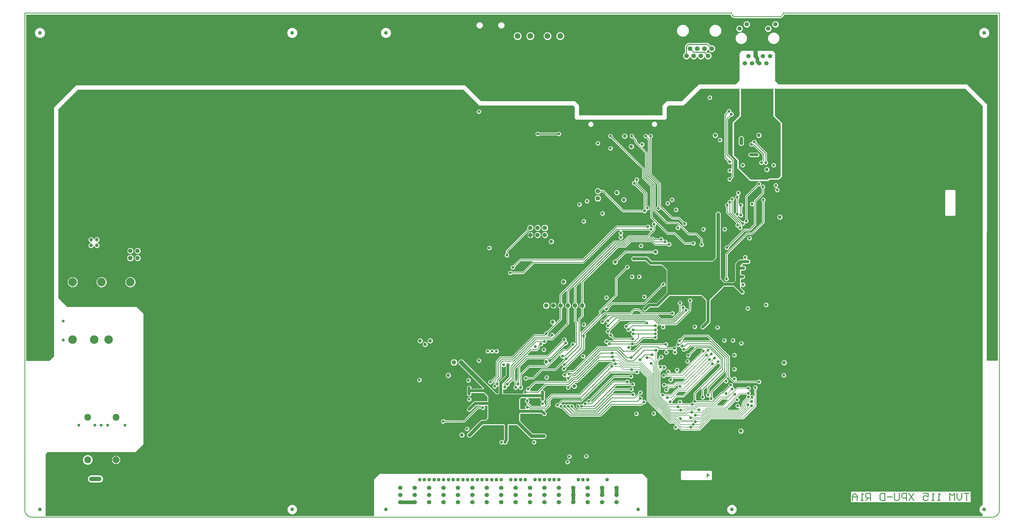
<source format=gbl>
%FSLAX24Y24*%
%MOIN*%
G70*
G01*
G75*
%ADD10C,0.0100*%
%ADD11R,0.0380X0.0380*%
%ADD12O,0.0630X0.0110*%
%ADD13R,0.0500X0.0650*%
%ADD14O,0.0189X0.0787*%
%ADD15O,0.0787X0.0189*%
%ADD16R,0.0189X0.0787*%
%ADD17R,0.0500X0.0600*%
%ADD18R,0.0600X0.0500*%
%ADD19R,0.1200X0.0900*%
%ADD20R,0.1614X0.0827*%
%ADD21R,0.0600X0.1250*%
%ADD22R,0.1250X0.0600*%
%ADD23O,0.0110X0.0669*%
%ADD24R,0.0110X0.0669*%
%ADD25O,0.0110X0.0709*%
%ADD26O,0.0157X0.0701*%
%ADD27R,0.0157X0.0701*%
%ADD28O,0.0138X0.0846*%
%ADD29R,0.0709X0.1378*%
%ADD30R,0.1378X0.0709*%
%ADD31R,0.0709X0.1575*%
%ADD32R,0.0709X0.0110*%
%ADD33O,0.0709X0.0110*%
%ADD34O,0.0709X0.0110*%
%ADD35R,0.0600X0.0600*%
%ADD36R,0.1575X0.1181*%
%ADD37R,0.0138X0.0846*%
%ADD38R,0.0551X0.0492*%
%ADD39O,0.0701X0.0157*%
%ADD40R,0.0800X0.0800*%
%ADD41R,0.0787X0.0512*%
%ADD42R,0.0945X0.0906*%
%ADD43O,0.0787X0.0177*%
%ADD44R,0.0787X0.0177*%
%ADD45O,0.0110X0.0630*%
%ADD46R,0.0110X0.0630*%
%ADD47C,0.0400*%
%ADD48R,0.0433X0.0787*%
%ADD49R,0.0787X0.0787*%
%ADD50R,0.0787X0.0394*%
%ADD51R,0.0236X0.0433*%
%ADD52R,0.0472X0.0315*%
%ADD53R,0.0492X0.0551*%
%ADD54R,0.0600X0.1000*%
%ADD55R,0.0380X0.0425*%
%ADD56R,0.0630X0.0110*%
%ADD57O,0.0630X0.0110*%
%ADD58C,0.0120*%
%ADD59C,0.0110*%
%ADD60C,0.0400*%
%ADD61C,0.0500*%
%ADD62C,0.0150*%
%ADD63C,0.0200*%
%ADD64C,0.0080*%
%ADD65C,0.0600*%
%ADD66C,0.1000*%
%ADD67C,0.0320*%
%ADD68C,0.0300*%
%ADD69C,0.0290*%
%ADD70C,0.0380*%
%ADD71C,0.0390*%
%ADD72C,0.0180*%
%ADD73C,0.0130*%
%ADD74C,0.0250*%
%ADD75C,0.0280*%
%ADD76C,0.0170*%
%ADD77C,0.0140*%
%ADD78C,0.0220*%
%ADD79C,0.0090*%
%ADD80C,0.0157*%
%ADD81C,0.0310*%
%ADD82C,0.0270*%
%ADD83C,0.0350*%
%ADD84R,0.5050X0.4500*%
%ADD85R,0.5050X0.9550*%
%ADD86R,0.1350X0.1400*%
%ADD87R,0.0300X0.1229*%
%ADD88R,0.0670X0.0700*%
%ADD89C,0.0620*%
%ADD90P,0.0620X8X0*%
%ADD91C,0.0787*%
%ADD92C,0.0906*%
%ADD93C,0.1000*%
%ADD94C,0.0650*%
%ADD95C,0.0600*%
%ADD96C,0.0500*%
%ADD97C,0.0945*%
%ADD98C,0.1181*%
D10*
X135975Y112375D02*
X136077Y112382D01*
X136178Y112403D01*
X136274Y112437D01*
X136365Y112484D01*
X136449Y112544D01*
X136524Y112614D01*
X136588Y112693D01*
X136641Y112781D01*
X136682Y112875D01*
X135915Y111555D02*
X135905Y111656D01*
X135874Y111752D01*
X135825Y111841D01*
X135759Y111917D01*
X135679Y111979D01*
X135589Y112024D01*
X135491Y112049D01*
X135390Y112054D01*
X135290Y112039D01*
X135195Y112004D01*
X135109Y111950D01*
X135036Y111881D01*
X134978Y111798D01*
X134938Y111705D01*
X134918Y111606D01*
Y111504D01*
X134938Y111405D01*
X134978Y111312D01*
X135036Y111229D01*
X135109Y111160D01*
X135195Y111106D01*
X135290Y111071D01*
X135390Y111056D01*
X135491Y111061D01*
X135589Y111086D01*
X135679Y111131D01*
X135759Y111193D01*
X135825Y111269D01*
X135874Y111358D01*
X135905Y111454D01*
X135915Y111555D01*
X165125Y110375D02*
X165118Y110475D01*
X165098Y110573D01*
X165065Y110668D01*
X165020Y110757D01*
X164964Y110840D01*
X164896Y110914D01*
X164820Y110979D01*
X164735Y111033D01*
X164645Y111075D01*
X164549Y111105D01*
X164450Y111121D01*
X164350Y111125D01*
X164250Y111115D01*
X164153Y111091D01*
X164059Y111055D01*
X163971Y111007D01*
X163891Y110948D01*
X163819Y110878D01*
X163757Y110799D01*
X163706Y110713D01*
X163666Y110621D01*
X163640Y110524D01*
X163627Y110425D01*
Y110325D01*
X163640Y110226D01*
X163666Y110129D01*
X163706Y110037D01*
X163757Y109951D01*
X163819Y109872D01*
X163891Y109802D01*
X163971Y109743D01*
X164059Y109695D01*
X164153Y109659D01*
X164250Y109635D01*
X164350Y109625D01*
X164450Y109629D01*
X164549Y109645D01*
X164645Y109675D01*
X164735Y109717D01*
X164820Y109771D01*
X164896Y109836D01*
X164964Y109910D01*
X165020Y109993D01*
X165065Y110082D01*
X165098Y110177D01*
X165118Y110275D01*
X165125Y110375D01*
X136015Y109625D02*
X136009Y109724D01*
X135991Y109822D01*
X135962Y109917D01*
X135922Y110009D01*
X135872Y110094D01*
X135811Y110173D01*
X135742Y110245D01*
X135665Y110307D01*
X135581Y110361D01*
X135491Y110403D01*
X135396Y110435D01*
X135299Y110456D01*
X135200Y110465D01*
X135100Y110462D01*
X135002Y110447D01*
X134906Y110421D01*
X134814Y110383D01*
X134727Y110335D01*
X134646Y110277D01*
X134572Y110210D01*
X134507Y110135D01*
X134452Y110052D01*
X134406Y109964D01*
X134372Y109870D01*
X134348Y109774D01*
X134336Y109675D01*
Y109575D01*
X134348Y109476D01*
X134372Y109380D01*
X134406Y109286D01*
X134452Y109198D01*
X134507Y109115D01*
X134572Y109040D01*
X134646Y108973D01*
X134727Y108915D01*
X134814Y108867D01*
X134906Y108829D01*
X135002Y108803D01*
X135100Y108788D01*
X135200Y108785D01*
X135299Y108794D01*
X135396Y108815D01*
X135491Y108847D01*
X135581Y108889D01*
X135665Y108943D01*
X135742Y109005D01*
X135811Y109077D01*
X135872Y109156D01*
X135922Y109241D01*
X135962Y109333D01*
X135991Y109428D01*
X136009Y109526D01*
X136015Y109625D01*
X134915Y110955D02*
X134905Y111056D01*
X134874Y111152D01*
X134825Y111241D01*
X134759Y111317D01*
X134679Y111379D01*
X134589Y111424D01*
X134491Y111449D01*
X134390Y111454D01*
X134290Y111439D01*
X134195Y111404D01*
X134109Y111350D01*
X134036Y111281D01*
X133978Y111198D01*
X133938Y111105D01*
X133918Y111006D01*
Y110904D01*
X133938Y110805D01*
X133978Y110712D01*
X134036Y110629D01*
X134109Y110560D01*
X134195Y110506D01*
X134290Y110471D01*
X134390Y110456D01*
X134491Y110461D01*
X134589Y110486D01*
X134679Y110531D01*
X134759Y110593D01*
X134825Y110669D01*
X134874Y110758D01*
X134905Y110854D01*
X134915Y110955D01*
X129118Y112875D02*
X129159Y112781D01*
X129212Y112693D01*
X129276Y112614D01*
X129351Y112544D01*
X129435Y112484D01*
X129526Y112437D01*
X129622Y112403D01*
X129723Y112382D01*
X129825Y112375D01*
X131935Y111555D02*
X131925Y111656D01*
X131894Y111752D01*
X131845Y111841D01*
X131779Y111917D01*
X131699Y111979D01*
X131609Y112024D01*
X131511Y112049D01*
X131410Y112054D01*
X131310Y112039D01*
X131215Y112004D01*
X131129Y111950D01*
X131056Y111881D01*
X130998Y111798D01*
X130958Y111705D01*
X130938Y111606D01*
Y111504D01*
X130958Y111405D01*
X130998Y111312D01*
X131056Y111229D01*
X131129Y111160D01*
X131215Y111106D01*
X131310Y111071D01*
X131410Y111056D01*
X131511Y111061D01*
X131609Y111086D01*
X131699Y111131D01*
X131779Y111193D01*
X131845Y111269D01*
X131894Y111358D01*
X131925Y111454D01*
X131935Y111555D01*
X130935Y110955D02*
X130925Y111056D01*
X130894Y111152D01*
X130845Y111241D01*
X130779Y111317D01*
X130699Y111379D01*
X130609Y111424D01*
X130511Y111449D01*
X130410Y111454D01*
X130310Y111439D01*
X130215Y111404D01*
X130129Y111350D01*
X130056Y111281D01*
X129998Y111198D01*
X129958Y111105D01*
X129938Y111006D01*
Y110904D01*
X129958Y110805D01*
X129998Y110712D01*
X130056Y110629D01*
X130129Y110560D01*
X130215Y110506D01*
X130310Y110471D01*
X130410Y110456D01*
X130511Y110461D01*
X130609Y110486D01*
X130699Y110531D01*
X130779Y110593D01*
X130845Y110669D01*
X130894Y110758D01*
X130925Y110854D01*
X130935Y110955D01*
X127955Y110675D02*
X127949Y110775D01*
X127932Y110874D01*
X127904Y110971D01*
X127865Y111063D01*
X127815Y111151D01*
X127756Y111232D01*
X127688Y111306D01*
X127612Y111372D01*
X127529Y111429D01*
X127441Y111475D01*
X127347Y111512D01*
X127250Y111537D01*
X127150Y111552D01*
X127050Y111555D01*
X126950Y111546D01*
X126851Y111526D01*
X126756Y111495D01*
X126664Y111453D01*
X126578Y111401D01*
X126499Y111340D01*
X126427Y111270D01*
X126363Y111192D01*
X126309Y111108D01*
X126264Y111018D01*
X126231Y110923D01*
X126208Y110825D01*
X126196Y110725D01*
Y110625D01*
X126208Y110525D01*
X126231Y110427D01*
X126264Y110332D01*
X126309Y110242D01*
X126363Y110158D01*
X126427Y110080D01*
X126499Y110010D01*
X126578Y109949D01*
X126664Y109897D01*
X126756Y109855D01*
X126851Y109824D01*
X126950Y109804D01*
X127050Y109795D01*
X127150Y109798D01*
X127250Y109813D01*
X127347Y109838D01*
X127441Y109875D01*
X127529Y109921D01*
X127612Y109978D01*
X127688Y110044D01*
X127756Y110118D01*
X127815Y110199D01*
X127865Y110287D01*
X127904Y110379D01*
X127932Y110476D01*
X127949Y110575D01*
X127955Y110675D01*
X123455Y110675D02*
X123449Y110775D01*
X123432Y110874D01*
X123404Y110971D01*
X123365Y111063D01*
X123315Y111151D01*
X123256Y111232D01*
X123188Y111306D01*
X123112Y111372D01*
X123029Y111429D01*
X122941Y111475D01*
X122847Y111512D01*
X122750Y111537D01*
X122650Y111552D01*
X122550Y111555D01*
X122450Y111546D01*
X122351Y111526D01*
X122256Y111495D01*
X122164Y111453D01*
X122078Y111401D01*
X121999Y111340D01*
X121927Y111270D01*
X121863Y111192D01*
X121809Y111108D01*
X121764Y111018D01*
X121731Y110923D01*
X121708Y110825D01*
X121696Y110725D01*
Y110625D01*
X121708Y110525D01*
X121731Y110427D01*
X121764Y110332D01*
X121809Y110242D01*
X121863Y110158D01*
X121927Y110080D01*
X121999Y110010D01*
X122078Y109949D01*
X122164Y109897D01*
X122256Y109855D01*
X122351Y109824D01*
X122450Y109804D01*
X122550Y109795D01*
X122650Y109798D01*
X122750Y109813D01*
X122847Y109838D01*
X122941Y109875D01*
X123029Y109921D01*
X123112Y109978D01*
X123188Y110044D01*
X123256Y110118D01*
X123315Y110199D01*
X123365Y110287D01*
X123404Y110379D01*
X123432Y110476D01*
X123449Y110575D01*
X123455Y110675D01*
X131515Y109625D02*
X131509Y109724D01*
X131491Y109822D01*
X131462Y109917D01*
X131422Y110009D01*
X131372Y110094D01*
X131311Y110173D01*
X131242Y110245D01*
X131165Y110307D01*
X131081Y110361D01*
X130991Y110403D01*
X130896Y110435D01*
X130799Y110456D01*
X130700Y110465D01*
X130600Y110462D01*
X130502Y110447D01*
X130406Y110421D01*
X130314Y110383D01*
X130227Y110335D01*
X130146Y110277D01*
X130072Y110210D01*
X130007Y110135D01*
X129952Y110052D01*
X129906Y109964D01*
X129872Y109870D01*
X129848Y109774D01*
X129836Y109675D01*
Y109575D01*
X129848Y109476D01*
X129872Y109380D01*
X129906Y109286D01*
X129952Y109198D01*
X130007Y109115D01*
X130072Y109040D01*
X130146Y108973D01*
X130227Y108915D01*
X130314Y108867D01*
X130406Y108829D01*
X130502Y108803D01*
X130600Y108788D01*
X130700Y108785D01*
X130799Y108794D01*
X130896Y108815D01*
X130991Y108847D01*
X131081Y108889D01*
X131165Y108943D01*
X131242Y109005D01*
X131311Y109077D01*
X131372Y109156D01*
X131422Y109241D01*
X131462Y109333D01*
X131491Y109428D01*
X131509Y109526D01*
X131515Y109625D01*
X126159Y108959D02*
X126074Y109015D01*
X125975Y109035D01*
X126159Y108959D02*
X126074Y109015D01*
X125975Y109035D01*
X123375D02*
X123275Y109015D01*
X123191Y108959D01*
X123375Y109035D02*
X123275Y109015D01*
X123191Y108959D01*
X127100Y108175D02*
X127091Y108271D01*
X127065Y108364D01*
X127022Y108450D01*
X126964Y108527D01*
X126893Y108592D01*
X126812Y108644D01*
X126722Y108679D01*
X126628Y108697D01*
X126531Y108698D01*
X126436Y108681D01*
X126075Y108015D02*
X126114Y107924D01*
X126169Y107842D01*
X126239Y107772D01*
X126321Y107716D01*
X126411Y107676D01*
X126508Y107654D01*
X126607Y107651D01*
X126705Y107666D01*
X126798Y107700D01*
X126883Y107750D01*
X126957Y107815D01*
X127018Y107893D01*
X127063Y107981D01*
X127091Y108076D01*
X127100Y108175D01*
X125874Y107744D02*
X125960Y107819D01*
X126028Y107910D01*
X126075Y108015D01*
X126600Y107175D02*
X126591Y107271D01*
X126565Y107364D01*
X126522Y107450D01*
X126464Y107527D01*
X126393Y107592D01*
X126312Y107644D01*
X126222Y107679D01*
X126128Y107697D01*
X126031Y107698D01*
X125936Y107681D01*
X125575Y107015D02*
X125614Y106924D01*
X125669Y106842D01*
X125739Y106772D01*
X125821Y106716D01*
X125911Y106676D01*
X126008Y106654D01*
X126107Y106651D01*
X126205Y106666D01*
X126298Y106700D01*
X126383Y106750D01*
X126457Y106815D01*
X126518Y106893D01*
X126563Y106981D01*
X126591Y107076D01*
X126600Y107175D01*
X122891Y108659D02*
X122835Y108574D01*
X122815Y108475D01*
X124575Y107015D02*
X124615Y106922D01*
X124673Y106838D01*
X124745Y106766D01*
X124830Y106711D01*
X124924Y106672D01*
X125024Y106652D01*
X125126D01*
X125226Y106672D01*
X125320Y106711D01*
X125405Y106766D01*
X125477Y106838D01*
X125535Y106922D01*
X125575Y107015D01*
X122891Y108659D02*
X122835Y108574D01*
X122815Y108475D01*
Y107631D02*
X122732Y107572D01*
X122662Y107499D01*
X122607Y107413D01*
X122570Y107318D01*
X122552Y107218D01*
X122553Y107116D01*
X122575Y107016D01*
X122615Y106923D01*
X122672Y106839D01*
X122744Y106767D01*
X122829Y106711D01*
X122923Y106672D01*
X123023Y106653D01*
X123125Y106652D01*
X123225Y106672D01*
X123319Y106710D01*
X123404Y106766D01*
X123477Y106837D01*
X123535Y106921D01*
X123575Y107015D01*
Y107015D02*
X123615Y106922D01*
X123673Y106838D01*
X123745Y106766D01*
X123830Y106711D01*
X123924Y106672D01*
X124024Y106652D01*
X124126D01*
X124226Y106672D01*
X124320Y106711D01*
X124405Y106766D01*
X124477Y106838D01*
X124535Y106922D01*
X124575Y107015D01*
X97870Y111425D02*
X97860Y111525D01*
X97830Y111620D01*
X97781Y111708D01*
X97716Y111784D01*
X97637Y111845D01*
X97547Y111889D01*
X97450Y111915D01*
X97350Y111920D01*
X97251Y111904D01*
X97157Y111870D01*
X97072Y111817D01*
X96999Y111748D01*
X96942Y111665D01*
X96902Y111573D01*
X96882Y111475D01*
Y111375D01*
X96902Y111277D01*
X96942Y111185D01*
X96999Y111102D01*
X97072Y111033D01*
X97157Y110980D01*
X97251Y110946D01*
X97350Y110930D01*
X97450Y110935D01*
X97547Y110961D01*
X97637Y111005D01*
X97716Y111066D01*
X97781Y111142D01*
X97830Y111230D01*
X97860Y111325D01*
X97870Y111425D01*
X94870D02*
X94860Y111525D01*
X94830Y111620D01*
X94782Y111708D01*
X94716Y111784D01*
X94637Y111845D01*
X94547Y111889D01*
X94450Y111915D01*
X94350Y111920D01*
X94251Y111904D01*
X94157Y111870D01*
X94072Y111817D01*
X93999Y111748D01*
X93942Y111665D01*
X93902Y111573D01*
X93882Y111475D01*
Y111375D01*
X93902Y111277D01*
X93942Y111185D01*
X93999Y111102D01*
X94072Y111033D01*
X94157Y110980D01*
X94251Y110946D01*
X94350Y110930D01*
X94450Y110935D01*
X94547Y110961D01*
X94637Y111005D01*
X94716Y111066D01*
X94782Y111142D01*
X94830Y111230D01*
X94860Y111325D01*
X94870Y111425D01*
X106155Y109926D02*
X106146Y110027D01*
X106121Y110124D01*
X106079Y110216D01*
X106023Y110299D01*
X105953Y110372D01*
X105872Y110432D01*
X105782Y110477D01*
X105686Y110507D01*
X105586Y110519D01*
X105485Y110515D01*
X105387Y110494D01*
X105294Y110456D01*
X105208Y110404D01*
X105132Y110337D01*
X105069Y110259D01*
X105020Y110171D01*
X104986Y110076D01*
X104969Y109977D01*
Y109876D01*
X104986Y109777D01*
X105020Y109682D01*
X105069Y109594D01*
X105132Y109515D01*
X105208Y109449D01*
X105294Y109396D01*
X105387Y109359D01*
X105485Y109337D01*
X105586Y109333D01*
X105686Y109346D01*
X105782Y109375D01*
X105872Y109421D01*
X105953Y109481D01*
X106023Y109553D01*
X106079Y109637D01*
X106121Y109728D01*
X106146Y109826D01*
X106155Y109926D01*
X104383D02*
X104374Y110027D01*
X104349Y110124D01*
X104307Y110216D01*
X104251Y110299D01*
X104181Y110372D01*
X104100Y110432D01*
X104011Y110477D01*
X103914Y110507D01*
X103814Y110519D01*
X103714Y110515D01*
X103615Y110494D01*
X103522Y110456D01*
X103436Y110404D01*
X103361Y110337D01*
X103297Y110259D01*
X103248Y110171D01*
X103215Y110076D01*
X103198Y109977D01*
Y109876D01*
X103215Y109777D01*
X103248Y109682D01*
X103297Y109594D01*
X103361Y109515D01*
X103436Y109449D01*
X103522Y109396D01*
X103615Y109359D01*
X103714Y109337D01*
X103814Y109333D01*
X103914Y109346D01*
X104011Y109375D01*
X104100Y109421D01*
X104181Y109481D01*
X104251Y109553D01*
X104307Y109637D01*
X104349Y109728D01*
X104374Y109826D01*
X104383Y109926D01*
X102005D02*
X101996Y110027D01*
X101971Y110124D01*
X101929Y110216D01*
X101873Y110299D01*
X101803Y110372D01*
X101722Y110432D01*
X101632Y110477D01*
X101536Y110507D01*
X101436Y110519D01*
X101335Y110515D01*
X101237Y110494D01*
X101144Y110456D01*
X101058Y110404D01*
X100982Y110337D01*
X100919Y110259D01*
X100870Y110171D01*
X100836Y110076D01*
X100819Y109977D01*
Y109876D01*
X100836Y109777D01*
X100870Y109682D01*
X100919Y109594D01*
X100982Y109515D01*
X101058Y109449D01*
X101144Y109396D01*
X101237Y109359D01*
X101335Y109337D01*
X101436Y109333D01*
X101536Y109346D01*
X101632Y109375D01*
X101722Y109421D01*
X101803Y109481D01*
X101873Y109553D01*
X101929Y109637D01*
X101971Y109728D01*
X101996Y109826D01*
X102005Y109926D01*
X100233D02*
X100224Y110027D01*
X100199Y110124D01*
X100157Y110216D01*
X100101Y110299D01*
X100031Y110372D01*
X99950Y110432D01*
X99861Y110477D01*
X99764Y110507D01*
X99664Y110519D01*
X99564Y110515D01*
X99465Y110494D01*
X99372Y110456D01*
X99286Y110404D01*
X99211Y110337D01*
X99147Y110259D01*
X99098Y110171D01*
X99065Y110076D01*
X99048Y109977D01*
Y109876D01*
X99065Y109777D01*
X99098Y109682D01*
X99147Y109594D01*
X99211Y109515D01*
X99286Y109449D01*
X99372Y109396D01*
X99465Y109359D01*
X99564Y109337D01*
X99664Y109333D01*
X99764Y109346D01*
X99861Y109375D01*
X99950Y109421D01*
X100031Y109481D01*
X100101Y109553D01*
X100157Y109637D01*
X100199Y109728D01*
X100224Y109826D01*
X100233Y109926D01*
X82125Y110375D02*
X82118Y110475D01*
X82098Y110573D01*
X82065Y110668D01*
X82020Y110757D01*
X81964Y110840D01*
X81896Y110914D01*
X81820Y110979D01*
X81735Y111033D01*
X81645Y111075D01*
X81549Y111105D01*
X81450Y111121D01*
X81350Y111125D01*
X81250Y111115D01*
X81153Y111091D01*
X81059Y111055D01*
X80971Y111007D01*
X80891Y110948D01*
X80819Y110878D01*
X80757Y110799D01*
X80706Y110713D01*
X80667Y110621D01*
X80640Y110524D01*
X80627Y110425D01*
Y110325D01*
X80640Y110226D01*
X80667Y110129D01*
X80706Y110037D01*
X80757Y109951D01*
X80819Y109872D01*
X80891Y109802D01*
X80971Y109743D01*
X81059Y109695D01*
X81153Y109659D01*
X81250Y109635D01*
X81350Y109625D01*
X81450Y109629D01*
X81549Y109645D01*
X81645Y109675D01*
X81735Y109717D01*
X81820Y109771D01*
X81896Y109836D01*
X81964Y109910D01*
X82020Y109993D01*
X82065Y110082D01*
X82098Y110177D01*
X82118Y110275D01*
X82125Y110375D01*
X69125D02*
X69118Y110475D01*
X69098Y110573D01*
X69065Y110668D01*
X69020Y110757D01*
X68964Y110840D01*
X68896Y110914D01*
X68820Y110979D01*
X68735Y111033D01*
X68645Y111075D01*
X68549Y111105D01*
X68450Y111121D01*
X68350Y111125D01*
X68250Y111115D01*
X68153Y111091D01*
X68059Y111055D01*
X67971Y111007D01*
X67891Y110948D01*
X67819Y110878D01*
X67757Y110799D01*
X67706Y110713D01*
X67667Y110621D01*
X67640Y110524D01*
X67627Y110425D01*
Y110325D01*
X67640Y110226D01*
X67667Y110129D01*
X67706Y110037D01*
X67757Y109951D01*
X67819Y109872D01*
X67891Y109802D01*
X67971Y109743D01*
X68059Y109695D01*
X68153Y109659D01*
X68250Y109635D01*
X68350Y109625D01*
X68450Y109629D01*
X68549Y109645D01*
X68645Y109675D01*
X68735Y109717D01*
X68820Y109771D01*
X68896Y109836D01*
X68964Y109910D01*
X69020Y109993D01*
X69065Y110082D01*
X69098Y110177D01*
X69118Y110275D01*
X69125Y110375D01*
X34125D02*
X34118Y110475D01*
X34098Y110573D01*
X34065Y110668D01*
X34020Y110757D01*
X33964Y110840D01*
X33896Y110914D01*
X33820Y110979D01*
X33735Y111033D01*
X33645Y111075D01*
X33549Y111105D01*
X33450Y111121D01*
X33350Y111125D01*
X33250Y111115D01*
X33153Y111091D01*
X33059Y111055D01*
X32971Y111007D01*
X32891Y110948D01*
X32819Y110878D01*
X32757Y110799D01*
X32706Y110713D01*
X32666Y110621D01*
X32640Y110524D01*
X32627Y110425D01*
Y110325D01*
X32640Y110226D01*
X32666Y110129D01*
X32706Y110037D01*
X32757Y109951D01*
X32819Y109872D01*
X32891Y109802D01*
X32971Y109743D01*
X33059Y109695D01*
X33153Y109659D01*
X33250Y109635D01*
X33350Y109625D01*
X33450Y109629D01*
X33549Y109645D01*
X33645Y109675D01*
X33735Y109717D01*
X33820Y109771D01*
X33896Y109836D01*
X33964Y109910D01*
X34020Y109993D01*
X34065Y110082D01*
X34098Y110177D01*
X34118Y110275D01*
X34125Y110375D01*
X133485Y89375D02*
X133472Y89470D01*
X133435Y89558D01*
X133376Y89633D01*
X133299Y89690D01*
X133209Y89725D01*
X133470Y89271D02*
X133485Y89375D01*
X134035Y88975D02*
X134022Y89072D01*
X133983Y89161D01*
X133921Y89237D01*
X133842Y89294D01*
X133750Y89327D01*
X133652Y89334D01*
X133557Y89315D01*
X133470Y89271D01*
X133073Y89019D02*
X133163Y89017D01*
X133251Y89038D01*
X133330Y89079D01*
X133041Y89725D02*
X132942Y89685D01*
X132860Y89618D01*
X132800Y89530D01*
X132769Y89429D01*
X132769Y89323D01*
X160445Y88405D02*
X160418Y88505D01*
X160345Y88578D01*
X160245Y88605D01*
X160445Y88405D02*
X160418Y88505D01*
X160345Y88578D01*
X160245Y88605D01*
X159095D02*
X158995Y88578D01*
X158922Y88505D01*
X158895Y88405D01*
X159095Y88605D02*
X158995Y88578D01*
X158922Y88505D01*
X158895Y88405D01*
X135688Y88885D02*
X135767Y88964D01*
X135818Y89064D01*
X135835Y89175D01*
X135821Y89273D01*
X135782Y89363D01*
X135719Y89439D01*
X135638Y89496D01*
X135545Y89528D01*
X135446Y89534D01*
X135350Y89513D01*
X135263Y89466D01*
X135192Y89397D01*
X135142Y89312D01*
X135117Y89217D01*
X135120Y89118D01*
X135148Y89023D01*
X135202Y88940D01*
X135276Y88875D01*
X135365Y88832D01*
X135462Y88815D01*
X133890Y88686D02*
X133968Y88766D01*
X134018Y88865D01*
X134035Y88975D01*
X136035Y88525D02*
X136023Y88616D01*
X135989Y88701D01*
X135934Y88775D01*
X135862Y88832D01*
X135779Y88870D01*
X135688Y88885D01*
X135462Y88815D02*
X135392Y88747D01*
X135343Y88663D01*
X135318Y88569D01*
X135319Y88471D01*
X135347Y88378D01*
X135398Y88295D01*
X135470Y88229D01*
X135557Y88185D01*
X135653Y88166D01*
X135750Y88173D01*
X135842Y88206D01*
X135922Y88263D01*
X135983Y88339D01*
X136022Y88428D01*
X136035Y88525D01*
X133827Y87923D02*
X133874Y87993D01*
X133890Y88075D01*
X133827Y87923D02*
X133874Y87993D01*
X133890Y88075D01*
X134085Y87175D02*
X134072Y87272D01*
X134033Y87362D01*
X133971Y87438D01*
X133891Y87494D01*
X133799Y87527D01*
X133702Y87534D01*
X133606Y87515D01*
X133519Y87470D01*
X133447Y87404D01*
X133396Y87320D01*
X133369Y87226D01*
X133368Y87128D01*
X133394Y87034D01*
X133444Y86950D01*
X133515Y86883D01*
X133935D02*
X134015Y86962D01*
X134067Y87063D01*
X134085Y87175D01*
X133330Y89079D02*
X133315Y88971D01*
X133333Y88862D01*
X133383Y88765D01*
X133460Y88686D01*
X132423Y87127D02*
X132376Y87057D01*
X132360Y86975D01*
X132423Y87127D02*
X132376Y87057D01*
X132360Y86975D01*
X131223Y87777D02*
X131176Y87707D01*
X131160Y87625D01*
X131223Y87777D02*
X131176Y87707D01*
X131160Y87625D01*
X132360Y86884D02*
X132267Y86923D01*
X132167Y86935D01*
X132067Y86918D01*
X131976Y86875D01*
X131900Y86808D01*
X131847Y86722D01*
X131819Y86625D01*
Y86525D01*
X131847Y86428D01*
X131900Y86342D01*
X131976Y86275D01*
X132067Y86232D01*
X132167Y86215D01*
X132267Y86227D01*
X132360Y86266D01*
X129685Y99065D02*
X129673Y99157D01*
X129638Y99243D01*
X129582Y99317D01*
X129509Y99375D01*
X129423Y99411D01*
X129332Y99425D01*
X129273Y98709D02*
X129375Y98709D01*
X129474Y98737D01*
X129560Y98793D01*
X129628Y98870D01*
X129670Y98963D01*
X129685Y99065D01*
X129332Y99425D02*
X129335Y99475D01*
X129322Y99572D01*
X129283Y99661D01*
X129221Y99737D01*
X129142Y99794D01*
X129050Y99827D01*
X128953Y99834D01*
X128857Y99815D01*
X128770Y99771D01*
X128698Y99705D01*
X128646Y99622D01*
X128619Y99528D01*
X128618Y99430D01*
X128326Y99150D02*
X128277Y99080D01*
X128260Y98995D01*
X128326Y99150D02*
X128277Y99079D01*
X128260Y98995D01*
X130379Y87780D02*
X130463Y87818D01*
X130534Y87875D01*
X130589Y87949D01*
X130623Y88034D01*
X130635Y88125D01*
X130621Y88225D01*
X130580Y88317D01*
X130515Y88394D01*
X130431Y88449D01*
X130335Y88480D01*
X130234Y88483D01*
X130137Y88457D01*
X130050Y88406D01*
X129981Y88333D01*
X129935Y88243D01*
X129916Y88144D01*
X129924Y88044D01*
X129960Y87950D01*
X130021Y87870D01*
X130485Y87525D02*
X130473Y87619D01*
X130436Y87706D01*
X130379Y87780D01*
X130335Y87233D02*
X130415Y87312D01*
X130467Y87413D01*
X130485Y87525D01*
X130021Y87870D02*
X129930Y87828D01*
X129855Y87763D01*
X129800Y87679D01*
X129770Y87584D01*
X129767Y87484D01*
X129792Y87388D01*
X129843Y87302D01*
X129915Y87233D01*
X129785Y87275D02*
X129771Y87375D01*
X129729Y87468D01*
X129663Y87545D01*
X129578Y87601D01*
X129481Y87631D01*
X129380Y87632D01*
X129282Y87605D01*
X129195Y87552D01*
X129127Y87477D01*
X129082Y87386D01*
X129065Y87286D01*
X129076Y87185D01*
X129635Y86983D02*
X129715Y87062D01*
X129767Y87163D01*
X129785Y87275D01*
X129690Y92675D02*
X129674Y92757D01*
X129627Y92827D01*
X129690Y92675D02*
X129674Y92757D01*
X129627Y92827D01*
X128719Y92477D02*
X128718Y92376D01*
X128746Y92279D01*
X128800Y92193D01*
X128875Y92126D01*
X128966Y92082D01*
X129066Y92065D01*
X129167Y92077D01*
X129260Y92116D01*
Y91534D02*
X129167Y91573D01*
X129067Y91585D01*
X128967Y91568D01*
X128876Y91525D01*
X128800Y91458D01*
X128747Y91372D01*
X128719Y91275D01*
Y91175D01*
X128747Y91078D01*
X128800Y90992D01*
X128876Y90925D01*
X128967Y90882D01*
X129067Y90865D01*
X129167Y90877D01*
X129260Y90916D01*
X128260Y93025D02*
X128276Y92943D01*
X128323Y92873D01*
X128260Y93025D02*
X128276Y92943D01*
X128323Y92873D01*
X129627Y90273D02*
X129674Y90343D01*
X129690Y90425D01*
X129627Y90273D02*
X129674Y90343D01*
X129690Y90425D01*
X129127Y90381D02*
X129025Y90381D01*
X128926Y90353D01*
X128840Y90298D01*
X128773Y90220D01*
X128730Y90127D01*
X128715Y90026D01*
X128729Y89924D01*
X128772Y89831D01*
X128839Y89753D01*
X128925Y89698D01*
X129023Y89669D01*
X129126Y89669D01*
X129224Y89697D01*
X129311Y89753D01*
X129378Y89830D01*
X129420Y89924D01*
X129435Y90025D01*
X129431Y90077D01*
X129076Y87185D02*
X128977Y87171D01*
X128884Y87130D01*
X128807Y87065D01*
X128751Y86982D01*
X128720Y86886D01*
X128717Y86785D01*
X160245Y84905D02*
X160345Y84932D01*
X160418Y85005D01*
X160445Y85105D01*
X160245Y84905D02*
X160345Y84932D01*
X160418Y85005D01*
X160445Y85105D01*
X158895D02*
X158922Y85005D01*
X158995Y84932D01*
X159095Y84905D01*
X158895Y85105D02*
X158922Y85005D01*
X158995Y84932D01*
X159095Y84905D01*
X136435Y84775D02*
X136423Y84873D01*
X136388Y84966D01*
X136332Y85047D01*
X136258Y85112D01*
X136170Y85158D01*
X136074Y85182D01*
X135976D01*
X135880Y85158D01*
X135792Y85112D01*
X135718Y85047D01*
X135662Y84966D01*
X135627Y84873D01*
X135615Y84775D01*
X135627Y84677D01*
X135662Y84584D01*
X135718Y84503D01*
X135792Y84438D01*
X135880Y84392D01*
X135976Y84368D01*
X136074D01*
X136170Y84392D01*
X136258Y84438D01*
X136332Y84503D01*
X136388Y84584D01*
X136423Y84677D01*
X136435Y84775D01*
X133873Y83877D02*
X133919Y83945D01*
X133935Y84025D01*
X133873Y83876D02*
X133919Y83944D01*
X133935Y84025D01*
X130835Y86133D02*
X130915Y86212D01*
X130967Y86313D01*
X130985Y86425D01*
Y85025D02*
X130967Y85137D01*
X130915Y85238D01*
X130835Y85317D01*
X132727Y83573D02*
X132774Y83643D01*
X132790Y83725D01*
X132727Y83573D02*
X132774Y83643D01*
X132790Y83725D01*
X131735Y84225D02*
X131718Y84335D01*
X131668Y84434D01*
X131590Y84514D01*
X131160D02*
X131096Y84453D01*
X131049Y84378D01*
X131022Y84294D01*
X131015Y84206D01*
X131235Y83894D02*
X131332Y83868D01*
X131433Y83870D01*
X131530Y83900D01*
X131614Y83956D01*
X131679Y84033D01*
X131721Y84125D01*
X131735Y84225D01*
X131015Y84206D02*
X130918Y84232D01*
X130817Y84230D01*
X130782Y83527D02*
X130875Y83515D01*
X130968Y83527D01*
X131055Y83563D01*
X131130Y83620D01*
X131187Y83695D01*
X131223Y83782D01*
X131235Y83875D01*
X130885Y83275D02*
X130873Y83367D01*
X130838Y83453D01*
X130782Y83527D01*
X132175Y82265D02*
X132255Y82281D01*
X132323Y82327D01*
X132175Y82265D02*
X132256Y82281D01*
X132324Y82327D01*
X131825Y82760D02*
X131907Y82776D01*
X131977Y82823D01*
X131825Y82760D02*
X131907Y82776D01*
X131977Y82823D01*
X132175Y81825D02*
X132162Y81922D01*
X132123Y82012D01*
X132061Y82088D01*
X131981Y82145D01*
X131888Y82177D01*
X131790Y82184D01*
X131694Y82164D01*
X131607Y82119D01*
X131536Y82052D01*
X131485Y81968D01*
X131458Y81874D01*
Y81776D01*
X131485Y81682D01*
X131536Y81598D01*
X131607Y81531D01*
X131694Y81486D01*
X131790Y81466D01*
X131888Y81473D01*
X131981Y81505D01*
X132061Y81562D01*
X132123Y81638D01*
X132162Y81728D01*
X132175Y81825D01*
X131985Y78575D02*
X131973Y78668D01*
X131937Y78755D01*
X131880Y78830D01*
X131805Y78887D01*
X131718Y78923D01*
X131625Y78935D01*
X131985Y78575D02*
X131973Y78668D01*
X131937Y78755D01*
X131880Y78830D01*
X131805Y78887D01*
X131718Y78923D01*
X131625Y78935D01*
Y78215D02*
X131718Y78227D01*
X131805Y78263D01*
X131880Y78320D01*
X131937Y78395D01*
X131973Y78482D01*
X131985Y78575D01*
X131625Y78215D02*
X131718Y78227D01*
X131805Y78263D01*
X131880Y78320D01*
X131937Y78395D01*
X131973Y78482D01*
X131985Y78575D01*
X131475Y82685D02*
X131395Y82669D01*
X131327Y82623D01*
X131475Y82685D02*
X131394Y82669D01*
X131326Y82623D01*
X131125Y83190D02*
X131043Y83174D01*
X130973Y83127D01*
X131125Y83190D02*
X131043Y83174D01*
X130973Y83127D01*
X131493Y78935D02*
X131543Y79007D01*
X131574Y79088D01*
X131585Y79175D01*
X131385Y77675D02*
X131373Y77768D01*
X131337Y77855D01*
X131280Y77930D01*
X131205Y77987D01*
X131118Y78023D01*
X131025Y78035D01*
X131385Y77675D02*
X131373Y77768D01*
X131337Y77855D01*
X131280Y77930D01*
X131205Y77987D01*
X131118Y78023D01*
X131025Y78035D01*
Y77315D02*
X131118Y77327D01*
X131205Y77363D01*
X131280Y77420D01*
X131337Y77495D01*
X131373Y77582D01*
X131385Y77675D01*
X131025Y77315D02*
X131118Y77327D01*
X131205Y77363D01*
X131280Y77420D01*
X131337Y77495D01*
X131373Y77582D01*
X131385Y77675D01*
X131185Y74325D02*
X131173Y74418D01*
X131137Y74505D01*
X131080Y74580D01*
X131185Y74325D02*
X131173Y74418D01*
X131137Y74505D01*
X131079Y74580D01*
X131585Y79175D02*
X131571Y79273D01*
X131531Y79364D01*
X131468Y79441D01*
X131386Y79497D01*
X131292Y79529D01*
X131193Y79534D01*
X131097Y79511D01*
X131010Y79463D01*
X130939Y79394D01*
X130890Y79307D01*
X130867Y79211D01*
X130871Y79112D01*
X130901Y79017D01*
X130957Y78935D01*
X131235Y76475D02*
X131223Y76568D01*
X131187Y76655D01*
X131130Y76730D01*
X131055Y76787D01*
X130968Y76823D01*
X130875Y76835D01*
X131235Y76475D02*
X131223Y76568D01*
X131187Y76655D01*
X131130Y76730D01*
X131055Y76787D01*
X130968Y76823D01*
X130875Y76835D01*
Y76115D02*
X130968Y76127D01*
X131055Y76163D01*
X131130Y76220D01*
X131187Y76295D01*
X131223Y76382D01*
X131235Y76475D01*
X130875Y76115D02*
X130968Y76127D01*
X131055Y76163D01*
X131130Y76220D01*
X131187Y76295D01*
X131223Y76382D01*
X131235Y76475D01*
X130985Y86425D02*
X130971Y86524D01*
X130931Y86615D01*
X130866Y86692D01*
X130784Y86748D01*
X130689Y86779D01*
X130589Y86783D01*
X130492Y86759D01*
X130405Y86710D01*
X130335Y86638D01*
X130304Y84863D02*
X130358Y84783D01*
X130431Y84721D01*
X130518Y84681D01*
X130613Y84665D01*
X130709Y84675D01*
X130798Y84709D01*
X130875Y84766D01*
X130935Y84842D01*
X130972Y84930D01*
X130985Y85025D01*
X129915Y85467D02*
X129829Y85380D01*
X129778Y85269D01*
X130219Y84828D02*
X130304Y84863D01*
X130165Y83265D02*
X130182Y83165D01*
X130227Y83074D01*
X130295Y82998D01*
X130381Y82945D01*
X130479Y82918D01*
X130581Y82919D01*
X130678Y82949D01*
X130763Y83005D01*
X130829Y83082D01*
X130871Y83174D01*
X130885Y83275D01*
X129948Y83905D02*
X129882Y83834D01*
X129837Y83748D01*
X129816Y83653D01*
X129822Y83556D01*
X129853Y83465D01*
X129907Y83384D01*
X129981Y83322D01*
X130069Y83281D01*
X130165Y83265D01*
X128717Y86785D02*
X128619Y86769D01*
X128529Y86727D01*
X128454Y86662D01*
X128399Y86578D01*
X128370Y86483D01*
X128367Y86383D01*
X128392Y86287D01*
X128443Y86201D01*
X128515Y86133D01*
Y85425D02*
X128531Y85345D01*
X128577Y85277D01*
X128515Y85425D02*
X128531Y85344D01*
X128577Y85276D01*
X129035Y80525D02*
X129031Y80577D01*
X128735Y83075D02*
X128722Y83172D01*
X128683Y83262D01*
X128621Y83338D01*
X128541Y83395D01*
X128448Y83427D01*
X128350Y83434D01*
X128254Y83414D01*
X128167Y83369D01*
X128096Y83302D01*
X128045Y83218D01*
X128018Y83124D01*
Y83026D01*
X128045Y82932D01*
X128096Y82848D01*
X128167Y82781D01*
X128254Y82736D01*
X128350Y82716D01*
X128448Y82723D01*
X128541Y82755D01*
X128621Y82812D01*
X128683Y82888D01*
X128722Y82978D01*
X128735Y83075D01*
X130525Y78935D02*
X130432Y78923D01*
X130345Y78887D01*
X130270Y78830D01*
X130525Y78935D02*
X130432Y78923D01*
X130345Y78887D01*
X130270Y78829D01*
X129871Y78430D02*
X129813Y78355D01*
X129777Y78268D01*
X129765Y78175D01*
X129870Y78430D02*
X129813Y78355D01*
X129777Y78268D01*
X129765Y78175D01*
X131285Y75375D02*
X131270Y75477D01*
X131227Y75571D01*
X131159Y75648D01*
X131072Y75704D01*
X130973Y75732D01*
X130870Y75731D01*
X130771Y75700D01*
X130685Y75643D01*
Y75107D02*
X130771Y75050D01*
X130870Y75019D01*
X130973Y75018D01*
X131072Y75046D01*
X131159Y75102D01*
X131227Y75179D01*
X131270Y75273D01*
X131285Y75375D01*
X130570Y74070D02*
X130655Y74008D01*
X130755Y73972D01*
X130860Y73967D01*
X130963Y73992D01*
X131053Y74047D01*
X131124Y74125D01*
X131170Y74220D01*
X131185Y74325D01*
X130570Y74071D02*
X130655Y74008D01*
X130754Y73972D01*
X130860Y73967D01*
X130962Y73992D01*
X131053Y74047D01*
X131124Y74125D01*
X131169Y74220D01*
X131185Y74325D01*
X128727Y80881D02*
X128625Y80881D01*
X128526Y80853D01*
X128440Y80798D01*
X128373Y80720D01*
X128330Y80627D01*
X128315Y80526D01*
X128329Y80424D01*
X128372Y80331D01*
X128439Y80253D01*
X128525Y80198D01*
X128623Y80169D01*
X128726Y80169D01*
X128824Y80197D01*
X128911Y80253D01*
X128978Y80330D01*
X129020Y80424D01*
X129035Y80525D01*
X128477Y79774D02*
X128431Y79706D01*
X128415Y79625D01*
X128477Y79773D02*
X128431Y79705D01*
X128415Y79625D01*
X128985Y76175D02*
X128967Y76287D01*
X128915Y76388D01*
X128835Y76467D01*
X128415D02*
X128344Y76400D01*
X128294Y76316D01*
X128268Y76222D01*
X128269Y76124D01*
X128296Y76030D01*
X128347Y75946D01*
X128419Y75880D01*
X128506Y75835D01*
X128602Y75816D01*
X128699Y75823D01*
X128791Y75856D01*
X128871Y75912D01*
X128933Y75988D01*
X128972Y76078D01*
X128985Y76175D01*
X126675Y101375D02*
X126662Y101472D01*
X126623Y101562D01*
X126561Y101638D01*
X126481Y101695D01*
X126388Y101727D01*
X126290Y101734D01*
X126194Y101714D01*
X126107Y101669D01*
X126036Y101602D01*
X125985Y101518D01*
X125958Y101424D01*
Y101326D01*
X125985Y101232D01*
X126036Y101148D01*
X126107Y101081D01*
X126194Y101036D01*
X126290Y101016D01*
X126388Y101023D01*
X126481Y101055D01*
X126561Y101112D01*
X126623Y101188D01*
X126662Y101278D01*
X126675Y101375D01*
X127485Y96125D02*
X127473Y96223D01*
X127438Y96316D01*
X127382Y96397D01*
X127308Y96462D01*
X127220Y96508D01*
X127124Y96532D01*
X127026D01*
X126930Y96508D01*
X126842Y96462D01*
X126768Y96397D01*
X126712Y96316D01*
X126677Y96223D01*
X126665Y96125D01*
X126677Y96027D01*
X126712Y95934D01*
X126768Y95853D01*
X126842Y95788D01*
X126930Y95742D01*
X127026Y95718D01*
X127124D01*
X127220Y95742D01*
X127308Y95788D01*
X127382Y95853D01*
X127438Y95934D01*
X127473Y96027D01*
X127485Y96125D01*
X128085Y95475D02*
X128072Y95572D01*
X128033Y95662D01*
X127971Y95738D01*
X127891Y95795D01*
X127798Y95827D01*
X127700Y95834D01*
X127604Y95814D01*
X127517Y95769D01*
X127446Y95702D01*
X127395Y95618D01*
X127368Y95524D01*
Y95426D01*
X127395Y95332D01*
X127446Y95248D01*
X127517Y95181D01*
X127604Y95136D01*
X127700Y95116D01*
X127798Y95123D01*
X127891Y95155D01*
X127971Y95212D01*
X128033Y95288D01*
X128072Y95378D01*
X128085Y95475D01*
X121435Y87175D02*
X121422Y87272D01*
X121383Y87362D01*
X121321Y87438D01*
X121241Y87495D01*
X121148Y87527D01*
X121050Y87534D01*
X120954Y87514D01*
X120867Y87469D01*
X120796Y87402D01*
X120745Y87318D01*
X120718Y87224D01*
Y87126D01*
X120745Y87032D01*
X120796Y86948D01*
X120867Y86881D01*
X120954Y86836D01*
X121050Y86816D01*
X121148Y86823D01*
X121241Y86855D01*
X121321Y86912D01*
X121383Y86988D01*
X121422Y87078D01*
X121435Y87175D01*
X120835Y86675D02*
X120822Y86772D01*
X120783Y86862D01*
X120721Y86938D01*
X120641Y86995D01*
X120548Y87027D01*
X120450Y87034D01*
X120354Y87014D01*
X120267Y86969D01*
X120196Y86902D01*
X120145Y86818D01*
X120118Y86724D01*
Y86626D01*
X120145Y86532D01*
X120196Y86448D01*
X120267Y86381D01*
X120354Y86336D01*
X120450Y86316D01*
X120548Y86323D01*
X120641Y86355D01*
X120721Y86412D01*
X120783Y86488D01*
X120822Y86578D01*
X120835Y86675D01*
X119585Y89425D02*
X119569Y89505D01*
X119523Y89573D01*
X119585Y89425D02*
X119569Y89506D01*
X119523Y89574D01*
X118291Y95724D02*
X118359Y95782D01*
X118410Y95854D01*
X118443Y95937D01*
X118454Y96025D01*
X118835Y89275D02*
X118819Y89355D01*
X118773Y89423D01*
X118835Y89275D02*
X118819Y89356D01*
X118773Y89424D01*
X118415Y89164D02*
X118373Y89223D01*
X118415Y89164D02*
X118373Y89224D01*
X118835Y85857D02*
X118881Y85767D01*
X118951Y85693D01*
X119039Y85642D01*
X119137Y85617D01*
X119238Y85621D01*
X119334Y85652D01*
X119418Y85709D01*
X119482Y85788D01*
X119522Y85881D01*
X118965Y86267D02*
X118887Y86190D01*
X118835Y86093D01*
X127885Y85175D02*
X127873Y85273D01*
X127838Y85366D01*
X127782Y85447D01*
X127708Y85512D01*
X127620Y85558D01*
X127524Y85582D01*
X127426D01*
X127330Y85558D01*
X127242Y85512D01*
X127168Y85447D01*
X127112Y85366D01*
X127077Y85273D01*
X127065Y85175D01*
X127885D02*
X127873Y85273D01*
X127838Y85366D01*
X127782Y85447D01*
X127708Y85512D01*
X127620Y85558D01*
X127524Y85582D01*
X127426D01*
X127330Y85558D01*
X127242Y85512D01*
X127168Y85447D01*
X127112Y85366D01*
X127077Y85273D01*
X127065Y85175D01*
X123185Y83825D02*
X123170Y83928D01*
X123127Y84022D01*
X123058Y84099D01*
X122970Y84154D01*
X122870Y84182D01*
X122767Y84180D01*
X121985Y85775D02*
X121972Y85872D01*
X121933Y85962D01*
X121871Y86038D01*
X121791Y86095D01*
X121698Y86127D01*
X121600Y86134D01*
X121504Y86114D01*
X121417Y86069D01*
X121346Y86002D01*
X121295Y85918D01*
X121268Y85824D01*
Y85726D01*
X121295Y85632D01*
X121346Y85548D01*
X121417Y85481D01*
X121504Y85436D01*
X121600Y85416D01*
X121698Y85423D01*
X121791Y85455D01*
X121871Y85512D01*
X121933Y85588D01*
X121972Y85678D01*
X121985Y85775D01*
X122174Y84773D02*
X122106Y84819D01*
X122025Y84835D01*
X122173Y84773D02*
X122105Y84819D01*
X122025Y84835D01*
X121974Y84123D02*
X121906Y84169D01*
X121825Y84185D01*
X121973Y84123D02*
X121905Y84169D01*
X121825Y84185D01*
X118435Y85586D02*
X118477Y85527D01*
X118435Y85586D02*
X118477Y85526D01*
X120927Y84477D02*
X120995Y84431D01*
X121075Y84415D01*
X120926Y84477D02*
X120994Y84431D01*
X121075Y84415D01*
X119041Y97675D02*
X119029Y97775D01*
X118993Y97868D01*
X118936Y97951D01*
X118861Y98017D01*
X118772Y98064D01*
X118675Y98088D01*
X118575D01*
X118478Y98064D01*
X118389Y98017D01*
X118314Y97951D01*
X118257Y97868D01*
X118221Y97775D01*
X118209Y97675D01*
X118221Y97575D01*
X118257Y97482D01*
X118314Y97399D01*
X118389Y97333D01*
X118478Y97286D01*
X118575Y97262D01*
X118675D01*
X118772Y97286D01*
X118861Y97333D01*
X118936Y97399D01*
X118993Y97482D01*
X119029Y97575D01*
X119041Y97675D01*
X118454Y96025D02*
X118440Y96123D01*
X118400Y96214D01*
X118337Y96290D01*
X118255Y96347D01*
X118161Y96379D01*
X118062Y96384D01*
X117965Y96361D01*
X117878Y96314D01*
X117808Y96244D01*
X117759Y96158D01*
X117709Y96245D01*
X117637Y96316D01*
X117548Y96363D01*
X117449Y96384D01*
X117348Y96377D01*
X117254Y96342D01*
X117172Y96282D01*
X117111Y96202D01*
X117074Y96109D01*
X117065Y96008D01*
X117083Y95909D01*
X117129Y95819D01*
X117198Y95745D01*
X117284Y95693D01*
X117382Y95668D01*
X117482Y95670D01*
X116978Y94519D02*
X117076Y94548D01*
X117162Y94604D01*
X117228Y94681D01*
X117271Y94774D01*
X117285Y94875D01*
X117272Y94972D01*
X117233Y95061D01*
X117172Y95137D01*
X117092Y95194D01*
X117000Y95227D01*
X116903Y95234D01*
X116807Y95215D01*
X116720Y95171D01*
X116648Y95105D01*
X116596Y95022D01*
X116569Y94928D01*
X117665Y93814D02*
X117623Y93873D01*
X117665Y93814D02*
X117623Y93874D01*
X117265Y91572D02*
X117223Y91631D01*
X117265Y91572D02*
X117223Y91631D01*
X115840Y95967D02*
X115845Y96025D01*
X116235Y95485D02*
X116219Y95566D01*
X116173Y95634D01*
X116235Y95485D02*
X116219Y95566D01*
X116173Y95634D01*
X115845Y96025D02*
X115832Y96121D01*
X115794Y96211D01*
X115733Y96286D01*
X115654Y96343D01*
X115563Y96377D01*
X115466Y96384D01*
X115370Y96366D01*
X115283Y96323D01*
X115211Y96258D01*
X115159Y96176D01*
X115130Y96083D01*
X115127Y95986D01*
X115151Y95892D01*
X115199Y95807D01*
X115267Y95738D01*
X115352Y95691D01*
X115446Y95667D01*
X115544Y95670D01*
X115815Y95175D02*
X115831Y95095D01*
X115877Y95027D01*
X115815Y95175D02*
X115831Y95094D01*
X115877Y95026D01*
X115835Y94575D02*
X115823Y94673D01*
X115788Y94766D01*
X115732Y94847D01*
X115658Y94912D01*
X115570Y94958D01*
X115474Y94982D01*
X115376D01*
X115280Y94958D01*
X115192Y94912D01*
X115118Y94847D01*
X115062Y94766D01*
X115027Y94673D01*
X115015Y94575D01*
X115027Y94477D01*
X115062Y94384D01*
X115118Y94303D01*
X115192Y94238D01*
X115280Y94192D01*
X115376Y94168D01*
X115474D01*
X115570Y94192D01*
X115658Y94238D01*
X115732Y94303D01*
X115788Y94384D01*
X115823Y94477D01*
X115835Y94575D01*
X117685Y90536D02*
X117727Y90477D01*
X117685Y90536D02*
X117727Y90476D01*
X117685Y88125D02*
X117669Y88205D01*
X117623Y88273D01*
X117685Y88125D02*
X117669Y88206D01*
X117623Y88274D01*
X117285Y90336D02*
X117327Y90277D01*
X117285Y90336D02*
X117327Y90276D01*
X118015Y84725D02*
X118031Y84645D01*
X118077Y84577D01*
X118015Y84725D02*
X118031Y84644D01*
X118077Y84576D01*
X118015Y86143D02*
X117968Y86234D01*
X117899Y86307D01*
X117811Y86358D01*
X117712Y86383D01*
X117632Y85668D02*
X117730Y85669D01*
X117823Y85697D01*
X117905Y85748D01*
X117971Y85820D01*
X118015Y85907D01*
X117635Y85625D02*
X117632Y85668D01*
X116986Y85410D02*
X117056Y85339D01*
X117143Y85290D01*
X117240Y85267D01*
X117340Y85271D01*
X117435Y85302D01*
X117517Y85358D01*
X117581Y85435D01*
X117621Y85526D01*
X117635Y85625D01*
X116865Y90225D02*
X116881Y90145D01*
X116927Y90077D01*
X116865Y90225D02*
X116881Y90144D01*
X116927Y90076D01*
X116387Y89683D02*
X116468Y89762D01*
X116520Y89863D01*
X116537Y89975D01*
X116524Y90072D01*
X116485Y90162D01*
X116424Y90238D01*
X116344Y90294D01*
X116252Y90327D01*
X116154Y90334D01*
X116059Y90315D01*
X115971Y90270D01*
X115900Y90204D01*
X115848Y90121D01*
X115821Y90027D01*
X115820Y89929D01*
X115846Y89835D01*
X115747Y89826D01*
X115653Y89790D01*
X115573Y89730D01*
X115513Y89651D01*
X115477Y89558D01*
X115468Y89458D01*
X115486Y89360D01*
X115531Y89271D01*
X115598Y89197D01*
X115684Y89145D01*
X115780Y89118D01*
X115880Y89119D01*
X117060Y85914D02*
X116986Y85840D01*
X125785Y83075D02*
X125772Y83172D01*
X125733Y83262D01*
X125671Y83338D01*
X125591Y83395D01*
X125498Y83427D01*
X125400Y83434D01*
X125304Y83414D01*
X125217Y83369D01*
X125146Y83302D01*
X125095Y83218D01*
X125068Y83124D01*
Y83026D01*
X125095Y82932D01*
X125146Y82848D01*
X125217Y82781D01*
X125304Y82736D01*
X125400Y82716D01*
X125498Y82723D01*
X125591Y82755D01*
X125671Y82812D01*
X125733Y82888D01*
X125772Y82978D01*
X125785Y83075D01*
X124574Y82573D02*
X124506Y82619D01*
X124425Y82635D01*
X124573Y82573D02*
X124505Y82619D01*
X124425Y82635D01*
X122470Y83883D02*
X122467Y83784D01*
X122492Y83689D01*
X122541Y83603D01*
X122612Y83535D01*
X122699Y83488D01*
X122796Y83466D01*
X122894Y83472D01*
X122988Y83504D01*
X123069Y83560D01*
X123132Y83637D01*
X123171Y83727D01*
X123185Y83825D01*
X125385Y81675D02*
X125369Y81755D01*
X125323Y81823D01*
X125385Y81675D02*
X125369Y81756D01*
X125323Y81824D01*
X123227Y82277D02*
X123295Y82231D01*
X123375Y82215D01*
X123226Y82277D02*
X123294Y82231D01*
X123375Y82215D01*
X121868Y83635D02*
X121771Y83620D01*
X121681Y83578D01*
X121606Y83514D01*
X121551Y83432D01*
X121521Y83338D01*
X121517Y83240D01*
X121540Y83144D01*
X121588Y83058D01*
X121658Y82988D01*
X121744Y82940D01*
X121840Y82917D01*
X121938Y82921D01*
X122032Y82951D01*
X122114Y83006D01*
X122178Y83081D01*
X122220Y83171D01*
X122235Y83268D01*
X120177Y83827D02*
X120245Y83781D01*
X120325Y83765D01*
X120176Y83827D02*
X120244Y83781D01*
X120325Y83765D01*
X121574Y82673D02*
X121506Y82719D01*
X121425Y82735D01*
X121573Y82673D02*
X121505Y82719D01*
X121425Y82735D01*
X120277Y82377D02*
X120345Y82331D01*
X120425Y82315D01*
X120276Y82377D02*
X120344Y82331D01*
X120425Y82315D01*
X119932Y81629D02*
X119935Y81675D01*
X119921Y81774D01*
X119880Y81866D01*
X119815Y81943D01*
X119732Y81999D01*
X119636Y82030D01*
X119536Y82033D01*
X119439Y82008D01*
X119352Y81958D01*
X119283Y81885D01*
X125535Y80925D02*
X125517Y81037D01*
X125465Y81138D01*
X125385Y81217D01*
X124965D02*
X124894Y81150D01*
X124844Y81066D01*
X124818Y80972D01*
X124819Y80874D01*
X124846Y80780D01*
X124897Y80696D01*
X124969Y80630D01*
X125056Y80585D01*
X125152Y80566D01*
X125249Y80573D01*
X125341Y80606D01*
X125421Y80662D01*
X125483Y80738D01*
X125522Y80828D01*
X125535Y80925D01*
X124385Y81125D02*
X124371Y81224D01*
X124330Y81316D01*
X124265Y81393D01*
X124182Y81449D01*
X124086Y81480D01*
X123986Y81483D01*
X123889Y81458D01*
X123802Y81408D01*
X123733Y81335D01*
Y80915D02*
X123802Y80842D01*
X123889Y80792D01*
X123986Y80767D01*
X124086Y80770D01*
X124182Y80801D01*
X124265Y80857D01*
X124330Y80934D01*
X124371Y81026D01*
X124385Y81125D01*
X122676Y80977D02*
X122744Y80931D01*
X122825Y80915D01*
X122677Y80977D02*
X122745Y80931D01*
X122825Y80915D01*
X121035Y80975D02*
X121022Y81070D01*
X120985Y81158D01*
X120926Y81234D01*
X120848Y81290D01*
X120759Y81325D01*
X120664Y81335D01*
X120569Y81319D01*
X120482Y81279D01*
X120485Y81325D02*
X120472Y81420D01*
X120435Y81508D01*
X120376Y81584D01*
X120298Y81640D01*
X120209Y81675D01*
X120114Y81685D01*
X120019Y81669D01*
X119932Y81629D01*
X120482Y81279D02*
X120485Y81325D01*
X120383Y80765D02*
X120452Y80692D01*
X120539Y80642D01*
X120636Y80617D01*
X120736Y80620D01*
X120832Y80651D01*
X120915Y80707D01*
X120980Y80784D01*
X121021Y80876D01*
X121035Y80975D01*
X120235Y75425D02*
X120221Y75523D01*
X120182Y75613D01*
X120119Y75690D01*
X120038Y75746D01*
X119944Y75778D01*
X119846Y75784D01*
X119749Y75762D01*
X119662Y75715D01*
X119591Y75647D01*
X119542Y75561D01*
X119517Y75466D01*
X119520Y75367D01*
X119817Y75070D02*
X119920Y75068D01*
X120020Y75096D01*
X120108Y75151D01*
X120177Y75228D01*
X120220Y75322D01*
X120235Y75425D01*
X118785Y83483D02*
X118855Y83548D01*
X118904Y83630D01*
X118931Y83722D01*
X118723Y82827D02*
X118769Y82895D01*
X118785Y82975D01*
X118723Y82826D02*
X118769Y82894D01*
X118785Y82975D01*
X118522Y84131D02*
X118431Y84105D01*
X118350Y84056D01*
X118285Y83988D01*
X118239Y83905D01*
X118217Y83813D01*
X118219Y83718D01*
X118246Y83628D01*
X118296Y83547D01*
X118365Y83483D01*
Y83381D02*
X118277Y83420D01*
X118181Y83435D01*
X118085Y83424D01*
X117883Y82865D02*
X117954Y82791D01*
X118043Y82740D01*
X118085Y83425D02*
X118071Y83524D01*
X118030Y83616D01*
X117965Y83693D01*
X117882Y83749D01*
X117786Y83780D01*
X117686Y83783D01*
X117589Y83758D01*
X117502Y83708D01*
X117433Y83635D01*
X118574Y82023D02*
X118506Y82069D01*
X118425Y82085D01*
X118573Y82023D02*
X118505Y82069D01*
X118425Y82085D01*
X118577Y80827D02*
X118645Y80781D01*
X118725Y80765D01*
X118576Y80827D02*
X118644Y80781D01*
X118725Y80765D01*
X119185Y79925D02*
X119174Y80021D01*
X119140Y80111D01*
X119087Y80191D01*
X119016Y80257D01*
X118932Y80304D01*
X118840Y80330D01*
X118743Y80334D01*
X118649Y80315D01*
X118561Y80275D01*
X118486Y80216D01*
X118426Y80140D01*
X115075Y82285D02*
X114995Y82269D01*
X114927Y82223D01*
X115075Y82285D02*
X114994Y82269D01*
X114926Y82223D01*
X114335Y81925D02*
X114324Y82013D01*
X114292Y82095D01*
X114241Y82167D01*
X114174Y82225D01*
X117135Y80775D02*
X117122Y80872D01*
X117083Y80962D01*
X117021Y81038D01*
X116941Y81095D01*
X116848Y81127D01*
X116750Y81134D01*
X116654Y81114D01*
X116567Y81069D01*
X116496Y81002D01*
X116445Y80918D01*
X116418Y80824D01*
Y80726D01*
X116445Y80632D01*
X116496Y80548D01*
X116567Y80481D01*
X116654Y80436D01*
X116750Y80416D01*
X116848Y80423D01*
X116941Y80455D01*
X117021Y80512D01*
X117083Y80588D01*
X117122Y80678D01*
X117135Y80775D01*
X114625Y80515D02*
X114706Y80531D01*
X114774Y80577D01*
X114625Y80515D02*
X114705Y80531D01*
X114773Y80577D01*
X114575Y80140D02*
X114493Y80124D01*
X114423Y80077D01*
X114575Y80140D02*
X114493Y80124D01*
X114423Y80077D01*
X118426Y79710D02*
X118486Y79634D01*
X118561Y79575D01*
X118649Y79535D01*
X118743Y79516D01*
X118840Y79520D01*
X118932Y79546D01*
X119016Y79594D01*
X119087Y79659D01*
X119140Y79739D01*
X119174Y79829D01*
X119185Y79925D01*
X117780Y79229D02*
X117705Y79287D01*
X117618Y79323D01*
X117525Y79335D01*
X117780Y79230D02*
X117705Y79287D01*
X117618Y79323D01*
X117525Y79335D01*
X117870Y78121D02*
X117945Y78063D01*
X118032Y78027D01*
X118125Y78015D01*
X117870Y78120D02*
X117945Y78063D01*
X118032Y78027D01*
X118125Y78015D01*
X115971Y79335D02*
X115879Y79372D01*
X115780Y79385D01*
X115681Y79374D01*
X115587Y79340D01*
X115505Y79284D01*
X115439Y79209D01*
X115392Y79121D01*
X115368Y79025D01*
Y78925D01*
X115392Y78829D01*
X115439Y78741D01*
X115505Y78666D01*
X115587Y78610D01*
X115681Y78576D01*
X115780Y78565D01*
X115879Y78578D01*
X115971Y78615D01*
X117585Y73675D02*
X117572Y73772D01*
X117533Y73862D01*
X117471Y73938D01*
X117391Y73995D01*
X117298Y74027D01*
X117200Y74034D01*
X117104Y74014D01*
X117017Y73969D01*
X116946Y73902D01*
X116895Y73818D01*
X116868Y73724D01*
Y73626D01*
X116895Y73532D01*
X116946Y73448D01*
X117017Y73381D01*
X117104Y73336D01*
X117200Y73316D01*
X117298Y73323D01*
X117391Y73355D01*
X117471Y73412D01*
X117533Y73488D01*
X117572Y73578D01*
X117585Y73675D01*
X115231Y77821D02*
X115217Y77919D01*
X115178Y78009D01*
X115115Y78086D01*
X115034Y78142D01*
X114940Y78174D01*
X114842Y78180D01*
X114745Y78158D01*
X114658Y78112D01*
X114587Y78043D01*
X114538Y77957D01*
X114513Y77862D01*
X114516Y77763D01*
X114813Y77466D02*
X114916Y77464D01*
X115016Y77492D01*
X115104Y77547D01*
X115173Y77624D01*
X115216Y77718D01*
X115231Y77821D01*
X116885Y76475D02*
X116872Y76572D01*
X116833Y76662D01*
X116771Y76738D01*
X116691Y76795D01*
X116598Y76827D01*
X116500Y76834D01*
X116404Y76814D01*
X116317Y76769D01*
X116246Y76702D01*
X116195Y76618D01*
X116168Y76524D01*
Y76426D01*
X116195Y76332D01*
X116246Y76248D01*
X116317Y76181D01*
X116404Y76136D01*
X116500Y76116D01*
X116598Y76123D01*
X116691Y76155D01*
X116771Y76212D01*
X116833Y76288D01*
X116872Y76378D01*
X116885Y76475D01*
X115885D02*
X115872Y76572D01*
X115833Y76662D01*
X115771Y76738D01*
X115691Y76795D01*
X115598Y76827D01*
X115500Y76834D01*
X115404Y76814D01*
X115317Y76769D01*
X115246Y76702D01*
X115195Y76618D01*
X115168Y76524D01*
Y76426D01*
X115195Y76332D01*
X115246Y76248D01*
X115317Y76181D01*
X115404Y76136D01*
X115500Y76116D01*
X115598Y76123D01*
X115691Y76155D01*
X115771Y76212D01*
X115833Y76288D01*
X115872Y76378D01*
X115885Y76475D01*
X137035Y64525D02*
X137023Y64623D01*
X136988Y64716D01*
X136932Y64797D01*
X136858Y64862D01*
X136770Y64908D01*
X136674Y64932D01*
X136576D01*
X136480Y64908D01*
X136392Y64862D01*
X136318Y64797D01*
X136262Y64716D01*
X136227Y64623D01*
X136215Y64525D01*
X136227Y64427D01*
X136262Y64334D01*
X136318Y64253D01*
X136392Y64188D01*
X136480Y64142D01*
X136576Y64118D01*
X136674D01*
X136770Y64142D01*
X136858Y64188D01*
X136932Y64253D01*
X136988Y64334D01*
X137023Y64427D01*
X137035Y64525D01*
X136935Y62775D02*
X136922Y62872D01*
X136883Y62962D01*
X136821Y63038D01*
X136741Y63095D01*
X136648Y63127D01*
X136550Y63134D01*
X136454Y63114D01*
X136367Y63069D01*
X136296Y63002D01*
X136245Y62918D01*
X136218Y62824D01*
Y62726D01*
X136245Y62632D01*
X136296Y62548D01*
X136367Y62481D01*
X136454Y62436D01*
X136550Y62416D01*
X136648Y62423D01*
X136741Y62455D01*
X136821Y62512D01*
X136883Y62588D01*
X136922Y62678D01*
X136935Y62775D01*
X134485Y72575D02*
X134472Y72672D01*
X134433Y72762D01*
X134371Y72838D01*
X134291Y72895D01*
X134198Y72927D01*
X134100Y72934D01*
X134004Y72914D01*
X133917Y72869D01*
X133846Y72802D01*
X133795Y72718D01*
X133768Y72624D01*
Y72526D01*
X133795Y72432D01*
X133846Y72348D01*
X133917Y72281D01*
X134004Y72236D01*
X134100Y72216D01*
X134198Y72223D01*
X134291Y72255D01*
X134371Y72312D01*
X134433Y72388D01*
X134472Y72478D01*
X134485Y72575D01*
X133485Y61875D02*
X133471Y61974D01*
X133430Y62066D01*
X133365Y62143D01*
X133282Y62199D01*
X133186Y62230D01*
X133086Y62233D01*
X132989Y62208D01*
X132902Y62158D01*
X132833Y62085D01*
X131935Y72075D02*
X131922Y72172D01*
X131883Y72262D01*
X131821Y72338D01*
X131741Y72395D01*
X131648Y72427D01*
X131550Y72434D01*
X131454Y72414D01*
X131367Y72369D01*
X131296Y72302D01*
X131245Y72218D01*
X131218Y72124D01*
Y72026D01*
X131245Y71932D01*
X131296Y71848D01*
X131367Y71781D01*
X131454Y71736D01*
X131550Y71716D01*
X131648Y71723D01*
X131741Y71755D01*
X131821Y71812D01*
X131883Y71888D01*
X131922Y71978D01*
X131935Y72075D01*
X131035Y67225D02*
X131022Y67322D01*
X130983Y67412D01*
X130921Y67488D01*
X130841Y67545D01*
X130748Y67577D01*
X130650Y67584D01*
X130554Y67564D01*
X130467Y67519D01*
X130396Y67452D01*
X130345Y67368D01*
X130318Y67274D01*
Y67176D01*
X130345Y67082D01*
X130396Y66998D01*
X130467Y66931D01*
X130554Y66886D01*
X130650Y66866D01*
X130748Y66873D01*
X130841Y66905D01*
X130921Y66962D01*
X130983Y67038D01*
X131022Y67128D01*
X131035Y67225D01*
X127735Y69425D02*
X127722Y69522D01*
X127683Y69612D01*
X127621Y69688D01*
X127541Y69745D01*
X127448Y69777D01*
X127350Y69784D01*
X127254Y69764D01*
X127167Y69719D01*
X127096Y69652D01*
X127045Y69568D01*
X127018Y69474D01*
Y69376D01*
X127045Y69282D01*
X127096Y69198D01*
X127167Y69131D01*
X127254Y69086D01*
X127350Y69066D01*
X127448Y69073D01*
X127541Y69105D01*
X127621Y69162D01*
X127683Y69238D01*
X127722Y69328D01*
X127735Y69425D01*
X126330Y69970D02*
X126387Y70045D01*
X126423Y70132D01*
X126435Y70225D01*
X126329Y69970D02*
X126387Y70045D01*
X126423Y70132D01*
X126435Y70225D01*
X129885Y67625D02*
X129872Y67722D01*
X129833Y67812D01*
X129771Y67888D01*
X129691Y67945D01*
X129598Y67977D01*
X129500Y67984D01*
X129404Y67964D01*
X129317Y67919D01*
X129246Y67852D01*
X129195Y67768D01*
X129168Y67674D01*
Y67576D01*
X129195Y67482D01*
X129246Y67398D01*
X129317Y67331D01*
X129404Y67286D01*
X129500Y67266D01*
X129598Y67273D01*
X129691Y67305D01*
X129771Y67362D01*
X129833Y67438D01*
X129872Y67528D01*
X129885Y67625D01*
X128685D02*
X128672Y67722D01*
X128633Y67812D01*
X128571Y67888D01*
X128491Y67945D01*
X128398Y67977D01*
X128300Y67984D01*
X128204Y67964D01*
X128117Y67919D01*
X128046Y67852D01*
X127995Y67768D01*
X127968Y67674D01*
Y67576D01*
X127995Y67482D01*
X128046Y67398D01*
X128117Y67331D01*
X128204Y67286D01*
X128300Y67266D01*
X128398Y67273D01*
X128491Y67305D01*
X128571Y67362D01*
X128633Y67438D01*
X128672Y67528D01*
X128685Y67625D01*
X126174Y68423D02*
X126106Y68469D01*
X126025Y68485D01*
X126173Y68423D02*
X126105Y68469D01*
X126025Y68485D01*
X130085Y65575D02*
X130072Y65672D01*
X130033Y65762D01*
X129971Y65838D01*
X129891Y65895D01*
X129798Y65927D01*
X129700Y65934D01*
X129604Y65914D01*
X129517Y65869D01*
X129446Y65802D01*
X129395Y65718D01*
X129368Y65624D01*
Y65526D01*
X129395Y65432D01*
X129446Y65348D01*
X129517Y65281D01*
X129604Y65236D01*
X129700Y65216D01*
X129798Y65223D01*
X129891Y65255D01*
X129971Y65312D01*
X130033Y65388D01*
X130072Y65478D01*
X130085Y65575D01*
Y63625D02*
X130072Y63722D01*
X130033Y63812D01*
X129971Y63888D01*
X129891Y63945D01*
X129798Y63977D01*
X129700Y63984D01*
X129604Y63964D01*
X129517Y63919D01*
X129446Y63852D01*
X129395Y63768D01*
X129368Y63674D01*
Y63576D01*
X129395Y63482D01*
X129446Y63398D01*
X129517Y63331D01*
X129604Y63286D01*
X129700Y63266D01*
X129798Y63273D01*
X129891Y63305D01*
X129971Y63362D01*
X130033Y63438D01*
X130072Y63528D01*
X130085Y63625D01*
Y62275D02*
X130071Y62373D01*
X130031Y62464D01*
X129968Y62541D01*
X129886Y62597D01*
X129792Y62629D01*
X129693Y62634D01*
X129596Y62611D01*
X129509Y62563D01*
X129439Y62493D01*
X129390Y62407D01*
X130031Y62085D02*
X130071Y62176D01*
X130085Y62275D01*
X129135Y65375D02*
X129119Y65455D01*
X129073Y65523D01*
X129135Y65375D02*
X129119Y65456D01*
X129073Y65524D01*
X127405Y64322D02*
X127491Y64315D01*
X127576Y64329D01*
X127655Y64363D01*
X128935Y61975D02*
X128923Y62068D01*
X128887Y62155D01*
X128830Y62229D01*
X128756Y62286D01*
X128669Y62322D01*
X164125Y44790D02*
X164033Y44747D01*
X163948Y44692D01*
X163872Y44626D01*
X163806Y44550D01*
X163751Y44465D01*
X163710Y44373D01*
X163681Y44276D01*
X163667Y44176D01*
Y44074D01*
X163681Y43974D01*
X163710Y43877D01*
X163751Y43785D01*
X163806Y43700D01*
X163872Y43624D01*
X163948Y43558D01*
X164033Y43503D01*
X164125Y43460D01*
X132833Y61665D02*
X132902Y61592D01*
X132989Y61542D01*
X133086Y61517D01*
X133186Y61520D01*
X133282Y61551D01*
X133365Y61607D01*
X133430Y61684D01*
X133471Y61776D01*
X133485Y61875D01*
X132825Y60776D02*
X132892Y60833D01*
X132942Y60905D01*
X132974Y60988D01*
X132985Y61075D01*
X132971Y61173D01*
X132932Y61263D01*
X132869Y61339D01*
X132788Y61396D01*
X132695Y61428D01*
X132597Y61434D01*
X132500Y61413D01*
X132413Y61366D01*
X132342Y61298D01*
X132292Y61213D01*
X132267Y61117D01*
X132269Y61019D01*
X132298Y60924D01*
X132351Y60841D01*
X132425Y60776D01*
X132035Y60975D02*
X132021Y61076D01*
X131979Y61168D01*
X131912Y61246D01*
X131827Y61301D01*
X131730Y61331D01*
X131628Y61332D01*
X131530Y61305D01*
X131444Y61251D01*
X131376Y61175D01*
X131759Y60625D02*
X131849Y60660D01*
X131926Y60717D01*
X131985Y60792D01*
X132022Y60880D01*
X132035Y60975D01*
Y60275D02*
X132022Y60370D01*
X131985Y60458D01*
X131926Y60533D01*
X131849Y60590D01*
X131759Y60625D01*
X131934Y60025D02*
X131989Y60099D01*
X132023Y60184D01*
X132035Y60275D01*
X132425Y59984D02*
X132341Y60044D01*
X132244Y60078D01*
X132140Y60083D01*
X132040Y60059D01*
X131951Y60007D01*
X131376Y60075D02*
X131416Y60025D01*
X131350Y59930D01*
X131318Y59820D01*
X131322Y59705D01*
X132766Y58384D02*
X132810Y58448D01*
X132825Y58525D01*
X132766Y58383D02*
X132810Y58448D01*
X132825Y58525D01*
X130925Y56625D02*
X131002Y56640D01*
X131067Y56684D01*
X130925Y56625D02*
X131002Y56640D01*
X131066Y56684D01*
X130734Y59117D02*
X130690Y59052D01*
X130675Y58975D01*
X130734Y59116D02*
X130690Y59052D01*
X130675Y58975D01*
X130510Y58393D02*
X130535Y58525D01*
X129476Y61727D02*
X129544Y61681D01*
X129625Y61665D01*
X129477Y61727D02*
X129545Y61681D01*
X129625Y61665D01*
X129522Y61222D02*
X129569Y61319D01*
X129585Y61425D01*
X130125Y61175D02*
X130048Y61160D01*
X129984Y61116D01*
X130125Y61175D02*
X130048Y61160D01*
X129983Y61116D01*
X129783Y60916D02*
X129755Y61018D01*
X129699Y61108D01*
X129619Y61178D01*
X129522Y61222D01*
X128228Y61881D02*
X128269Y61786D01*
X128335Y61707D01*
X128421Y61650D01*
X128519Y61619D01*
X128623Y61618D01*
X128722Y61646D01*
X128809Y61701D01*
X128877Y61779D01*
X128920Y61873D01*
X128935Y61975D01*
X129585Y61425D02*
X129571Y61523D01*
X129532Y61613D01*
X129469Y61690D01*
X129388Y61746D01*
X129294Y61778D01*
X129196Y61784D01*
X129099Y61762D01*
X129012Y61715D01*
X128941Y61647D01*
X128892Y61561D01*
X128867Y61466D01*
X128870Y61367D01*
X130485Y59375D02*
X130473Y59466D01*
X130439Y59552D01*
X130383Y59626D01*
X130311Y59683D01*
X130227Y59720D01*
X129887Y59105D02*
X129973Y59048D01*
X130072Y59019D01*
X130175Y59018D01*
X130273Y59047D01*
X130360Y59102D01*
X130428Y59180D01*
X130470Y59273D01*
X130485Y59375D01*
X130535Y58525D02*
X130521Y58625D01*
X130479Y58718D01*
X130413Y58795D01*
X130328Y58851D01*
X130231Y58881D01*
X130130Y58882D01*
X130032Y58855D01*
X129946Y58802D01*
X129877Y58727D01*
X129833Y58636D01*
X129815Y58536D01*
X129826Y58436D01*
X129865Y58342D01*
X129928Y58263D01*
X130011Y58204D01*
X130107Y58171D01*
X130209Y58167D01*
X130307Y58190D01*
X126377Y60624D02*
X126331Y60556D01*
X126315Y60475D01*
X126377Y60623D02*
X126331Y60555D01*
X126315Y60475D01*
X127925Y60535D02*
X127845Y60519D01*
X127777Y60473D01*
X127925Y60535D02*
X127844Y60519D01*
X127776Y60473D01*
X126315Y60293D02*
X126290Y60314D01*
X126881Y59578D02*
X126854Y59670D01*
X126805Y59752D01*
X126735Y59817D01*
X125860Y60314D02*
X125787Y60241D01*
X125738Y60151D01*
X125716Y60050D01*
X125723Y59947D01*
X125760Y59851D01*
X125822Y59769D01*
X125905Y59708D01*
X126001Y59673D01*
X126104Y59666D01*
X126205Y59689D01*
X126173Y59602D01*
X126165Y59510D01*
X126181Y59419D01*
X126219Y59335D01*
X131035Y55025D02*
X131023Y55123D01*
X130988Y55216D01*
X130932Y55297D01*
X130858Y55362D01*
X130770Y55408D01*
X130674Y55432D01*
X130576D01*
X130480Y55408D01*
X130392Y55362D01*
X130318Y55297D01*
X130262Y55216D01*
X130227Y55123D01*
X130215Y55025D01*
X130227Y54927D01*
X130262Y54834D01*
X130318Y54753D01*
X130392Y54688D01*
X130480Y54642D01*
X130576Y54618D01*
X130674D01*
X130770Y54642D01*
X130858Y54688D01*
X130932Y54753D01*
X130988Y54834D01*
X131023Y54927D01*
X131035Y55025D01*
X130085Y44125D02*
X130078Y44224D01*
X130057Y44321D01*
X130024Y44414D01*
X129977Y44501D01*
X129919Y44581D01*
X129850Y44653D01*
X129772Y44714D01*
X129686Y44763D01*
X129594Y44800D01*
X129498Y44824D01*
X129400Y44835D01*
X129301Y44831D01*
X129203Y44814D01*
X129109Y44783D01*
X129020Y44740D01*
X128938Y44684D01*
X128864Y44618D01*
X128801Y44542D01*
X128748Y44458D01*
X128708Y44368D01*
X128681Y44273D01*
X128667Y44175D01*
Y44075D01*
X128681Y43977D01*
X128708Y43882D01*
X128748Y43792D01*
X128801Y43708D01*
X128864Y43632D01*
X128938Y43566D01*
X129020Y43510D01*
X129109Y43467D01*
X129203Y43436D01*
X129301Y43419D01*
X129400Y43415D01*
X129498Y43426D01*
X129594Y43450D01*
X129686Y43487D01*
X129772Y43536D01*
X129850Y43597D01*
X129919Y43669D01*
X129977Y43749D01*
X130024Y43836D01*
X130057Y43929D01*
X130078Y44026D01*
X130085Y44125D01*
X126633Y49362D02*
X126607Y49462D01*
X126533Y49535D01*
X126433Y49562D01*
X126633Y49362D02*
X126607Y49462D01*
X126533Y49535D01*
X126433Y49562D01*
Y48162D02*
X126533Y48188D01*
X126607Y48262D01*
X126633Y48362D01*
X126433Y48162D02*
X126533Y48188D01*
X126607Y48262D01*
X126633Y48362D01*
X123785Y72883D02*
X123865Y72962D01*
X123917Y73063D01*
X123935Y73175D01*
X123922Y73272D01*
X123883Y73362D01*
X123821Y73438D01*
X123741Y73494D01*
X123649Y73527D01*
X123552Y73534D01*
X123456Y73515D01*
X123369Y73470D01*
X123297Y73404D01*
X123246Y73320D01*
X123219Y73226D01*
X123218Y73128D01*
X123244Y73034D01*
X123294Y72950D01*
X123365Y72883D01*
X123723Y71677D02*
X123769Y71745D01*
X123785Y71825D01*
X123723Y71676D02*
X123769Y71744D01*
X123785Y71825D01*
X125071Y69730D02*
X125009Y69648D01*
X124973Y69552D01*
X124966Y69450D01*
X124988Y69349D01*
X125037Y69259D01*
X125109Y69187D01*
X125199Y69138D01*
X125300Y69116D01*
X125402Y69123D01*
X125498Y69159D01*
X125580Y69221D01*
X125070Y69730D02*
X125009Y69648D01*
X124973Y69552D01*
X124966Y69449D01*
X124988Y69349D01*
X125037Y69259D01*
X125109Y69187D01*
X125199Y69138D01*
X125299Y69116D01*
X125402Y69123D01*
X125498Y69159D01*
X125580Y69220D01*
X124585Y69525D02*
X124572Y69622D01*
X124533Y69712D01*
X124471Y69788D01*
X124391Y69845D01*
X124298Y69877D01*
X124200Y69884D01*
X124104Y69864D01*
X124017Y69819D01*
X123946Y69752D01*
X123895Y69668D01*
X123868Y69574D01*
Y69476D01*
X123895Y69382D01*
X123946Y69298D01*
X124017Y69231D01*
X124104Y69186D01*
X124200Y69166D01*
X124298Y69173D01*
X124391Y69205D01*
X124471Y69262D01*
X124533Y69338D01*
X124572Y69428D01*
X124585Y69525D01*
X122385Y72533D02*
X122465Y72612D01*
X122517Y72713D01*
X122535Y72825D01*
X123365Y71943D02*
X123321Y72030D01*
X123256Y72101D01*
X123174Y72153D01*
X123082Y72181D01*
X122985Y72183D01*
X122968Y72284D01*
X122924Y72376D01*
X122855Y72452D01*
X122768Y72505D01*
X122670Y72532D01*
X122568Y72530D01*
X122470Y72500D01*
X122385Y72443D01*
X122535Y72825D02*
X122522Y72922D01*
X122483Y73012D01*
X122421Y73088D01*
X122341Y73144D01*
X122249Y73177D01*
X122152Y73184D01*
X122056Y73165D01*
X121969Y73120D01*
X121897Y73054D01*
X121846Y72970D01*
X121819Y72876D01*
X121818Y72778D01*
X121844Y72684D01*
X121894Y72600D01*
X121965Y72533D01*
X121485Y71375D02*
X121471Y71474D01*
X121430Y71566D01*
X121365Y71643D01*
X121282Y71699D01*
X121186Y71730D01*
X121086Y71733D01*
X120989Y71708D01*
X120902Y71658D01*
X120833Y71585D01*
X121675Y69715D02*
X121755Y69731D01*
X121823Y69777D01*
X121675Y69715D02*
X121756Y69731D01*
X121824Y69777D01*
X122825Y68485D02*
X122745Y68469D01*
X122677Y68423D01*
X122825Y68485D02*
X122744Y68469D01*
X122676Y68423D01*
X120833Y71165D02*
X120902Y71092D01*
X120989Y71042D01*
X121086Y71017D01*
X121186Y71020D01*
X121282Y71051D01*
X121365Y71107D01*
X121430Y71184D01*
X121471Y71276D01*
X121485Y71375D01*
X120185Y69475D02*
X120174Y69562D01*
X120143Y69643D01*
X120093Y69715D01*
X125281Y66455D02*
X125198Y66404D01*
X125131Y66333D01*
X125086Y66247D01*
X125066Y66152D01*
X125072Y66055D01*
X122380Y66478D02*
X122365Y66378D01*
X122378Y66278D01*
X122419Y66186D01*
X122483Y66108D01*
X122566Y66052D01*
X122662Y66021D01*
X122763Y66017D01*
X122861Y66042D01*
X122948Y66092D01*
X123017Y66165D01*
X123685Y65525D02*
X123680Y65583D01*
X123125Y66165D02*
X123206Y66181D01*
X123274Y66227D01*
X123125Y66165D02*
X123205Y66181D01*
X123273Y66227D01*
X123383Y65880D02*
X123286Y65883D01*
X123192Y65859D01*
X123107Y65812D01*
X123038Y65743D01*
X122991Y65658D01*
X122967Y65564D01*
X122970Y65467D01*
X122998Y65374D01*
X123051Y65292D01*
X123123Y65227D01*
X123210Y65184D01*
X123306Y65166D01*
X123402Y65173D01*
X123494Y65207D01*
X123573Y65264D01*
X123633Y65339D01*
X123672Y65429D01*
X123685Y65525D01*
X123585Y64725D02*
X123572Y64822D01*
X123533Y64912D01*
X123471Y64988D01*
X123391Y65045D01*
X123298Y65077D01*
X123200Y65084D01*
X123104Y65064D01*
X123017Y65019D01*
X122946Y64952D01*
X122895Y64868D01*
X122868Y64774D01*
Y64676D01*
X122895Y64582D01*
X122946Y64498D01*
X123017Y64431D01*
X123104Y64386D01*
X123200Y64366D01*
X123298Y64373D01*
X123391Y64405D01*
X123471Y64462D01*
X123533Y64538D01*
X123572Y64628D01*
X123585Y64725D01*
X122183Y67930D02*
X122079Y67932D01*
X121978Y67904D01*
X121890Y67847D01*
X121821Y67768D01*
X121779Y67673D01*
X121765Y67569D01*
X121782Y67466D01*
X121828Y67372D01*
X122575Y67685D02*
X122526Y67679D01*
X122575Y67685D02*
X122526Y67679D01*
X122128Y66728D02*
X122165Y66643D01*
X122221Y66570D01*
X122295Y66513D01*
X122380Y66478D01*
X121723Y66727D02*
X121820Y66681D01*
X121926Y66665D01*
X122032Y66681D01*
X122128Y66728D01*
X121828Y67372D02*
X121739Y67333D01*
X121663Y67272D01*
X121607Y67193D01*
X121573Y67102D01*
X121566Y67005D01*
X121584Y66910D01*
X121627Y66823D01*
X121785Y66525D02*
X121769Y66631D01*
X121723Y66727D01*
X121627Y66823D02*
X121545Y66865D01*
X121454Y66884D01*
X121362Y66879D01*
X121274Y66852D01*
X121196Y66803D01*
X121133Y66735D01*
X120343D02*
X120441Y66787D01*
X120518Y66866D01*
X120568Y66966D01*
X120585Y67075D01*
X121680Y66271D02*
X121737Y66345D01*
X121773Y66432D01*
X121785Y66525D01*
X121133Y66315D02*
X121220Y66229D01*
X121835Y65975D02*
X121817Y66089D01*
X121763Y66191D01*
X121680Y66271D01*
X120635Y65975D02*
X120618Y66084D01*
X120568Y66184D01*
X120491Y66263D01*
X120393Y66315D01*
X121220Y66229D02*
X121160Y66149D01*
X121124Y66055D01*
X121116Y65954D01*
X121135Y65856D01*
X121182Y65766D01*
X121251Y65693D01*
X121338Y65642D01*
X121435Y65617D01*
X121536Y65620D01*
X121631Y65651D01*
X121715Y65707D01*
X121780Y65784D01*
X121821Y65875D01*
X121835Y65975D01*
X119025Y72165D02*
X119118Y72177D01*
X119205Y72213D01*
X119280Y72270D01*
X119025Y72165D02*
X119118Y72177D01*
X119205Y72213D01*
X119280Y72271D01*
X117875Y72885D02*
X117782Y72873D01*
X117695Y72837D01*
X117620Y72780D01*
X117875Y72885D02*
X117782Y72873D01*
X117695Y72837D01*
X117620Y72779D01*
X117071Y72230D02*
X117009Y72148D01*
X116973Y72052D01*
X116966Y71950D01*
X116988Y71849D01*
X117037Y71759D01*
X117109Y71687D01*
X117199Y71638D01*
X117300Y71616D01*
X117402Y71623D01*
X117498Y71659D01*
X117580Y71721D01*
X117225Y72565D02*
X117306Y72581D01*
X117374Y72627D01*
X117225Y72565D02*
X117305Y72581D01*
X117373Y72627D01*
X117070Y72230D02*
X117009Y72148D01*
X116973Y72052D01*
X116966Y71949D01*
X116988Y71849D01*
X117037Y71759D01*
X117109Y71687D01*
X117199Y71638D01*
X117299Y71616D01*
X117402Y71623D01*
X117498Y71659D01*
X117580Y71720D01*
X117362Y70315D02*
X117283Y70235D01*
X116624Y72073D02*
X116556Y72119D01*
X116475Y72135D01*
X116623Y72073D02*
X116555Y72119D01*
X116475Y72135D01*
X115825D02*
X115745Y72119D01*
X115677Y72073D01*
X115825Y72135D02*
X115744Y72119D01*
X115676Y72073D01*
X119557Y69715D02*
X119501Y69633D01*
X119471Y69538D01*
X119467Y69439D01*
X119490Y69343D01*
X119539Y69256D01*
X119610Y69187D01*
X119697Y69139D01*
X119793Y69116D01*
X119892Y69121D01*
X119986Y69153D01*
X120068Y69209D01*
X120131Y69286D01*
X120171Y69377D01*
X120185Y69475D01*
X119132Y69719D02*
X119175Y69715D01*
X119132Y69719D02*
X119175Y69715D01*
X119135Y69675D02*
X119132Y69719D01*
X120585Y67075D02*
X120571Y67174D01*
X120530Y67266D01*
X120465Y67343D01*
X120382Y67399D01*
X120286Y67430D01*
X120186Y67433D01*
X120089Y67408D01*
X120002Y67358D01*
X119933Y67285D01*
X119007Y68800D02*
X119076Y68878D01*
X119120Y68972D01*
X119135Y69075D01*
X118974Y69375D02*
X119041Y69433D01*
X119092Y69505D01*
X119124Y69587D01*
X119135Y69675D01*
Y69075D02*
X119124Y69163D01*
X119092Y69245D01*
X119041Y69317D01*
X118974Y69375D01*
X119034Y68275D02*
X119089Y68349D01*
X119123Y68434D01*
X119135Y68525D01*
X119120Y68628D01*
X119076Y68722D01*
X119007Y68800D01*
X119135Y68025D02*
X119123Y68116D01*
X119089Y68201D01*
X119034Y68275D01*
X118483Y67815D02*
X118552Y67742D01*
X118639Y67692D01*
X118736Y67667D01*
X118836Y67670D01*
X118932Y67701D01*
X119015Y67757D01*
X119080Y67834D01*
X119121Y67926D01*
X119135Y68025D01*
X120157Y66315D02*
X120069Y66270D01*
X119997Y66204D01*
X119946Y66120D01*
X119919Y66026D01*
X119918Y65928D01*
X119944Y65833D01*
X119995Y65749D01*
X120066Y65682D01*
X120153Y65636D01*
X120250Y65616D01*
X120348Y65622D01*
X120440Y65655D01*
X120520Y65712D01*
X120582Y65788D01*
X120622Y65878D01*
X120635Y65975D01*
X119505Y64972D02*
X119610Y64967D01*
X119713Y64992D01*
X119803Y65047D01*
X119874Y65125D01*
X119920Y65220D01*
X119935Y65325D01*
X119197Y66330D02*
X119275Y66315D01*
X119197Y66330D02*
X119275Y66315D01*
X119205Y66255D02*
X119197Y66330D01*
X119045Y65956D02*
X119112Y66013D01*
X119162Y66085D01*
X119194Y66168D01*
X119205Y66255D01*
X119935Y65325D02*
X119921Y65424D01*
X119881Y65515D01*
X119817Y65592D01*
X119734Y65648D01*
X119639Y65679D01*
X119540Y65683D01*
X119443Y65660D01*
X119356Y65611D01*
X119286Y65539D01*
X119238Y65452D01*
X119216Y65354D01*
X119222Y65255D01*
X115338Y68948D02*
X115381Y68867D01*
X115443Y68800D01*
X115378Y68729D01*
X115335Y68643D01*
X115316Y68549D01*
X115322Y68453D01*
X115354Y68362D01*
X115409Y68283D01*
X115482Y68221D01*
X115570Y68181D01*
X115481Y68155D01*
X115401Y68107D01*
X115336Y68040D01*
X115175Y70235D02*
X115095Y70219D01*
X115027Y70173D01*
X115175Y70235D02*
X115094Y70219D01*
X115026Y70173D01*
X114783Y69930D02*
X114680Y69932D01*
X114580Y69905D01*
X114492Y69850D01*
X114424Y69772D01*
X114380Y69679D01*
X114365Y69576D01*
X114379Y69474D01*
X114422Y69380D01*
X114490Y69302D01*
X114578Y69246D01*
X114677Y69218D01*
X114665Y69115D01*
X114683Y69013D01*
X114729Y68920D01*
X114799Y68844D01*
X114889Y68792D01*
X114989Y68767D01*
X115093Y68771D01*
X115191Y68805D01*
X115275Y68866D01*
X115338Y68948D01*
X116725Y67285D02*
X116645Y67269D01*
X116577Y67223D01*
X116725Y67285D02*
X116644Y67269D01*
X116576Y67223D01*
X116125Y66915D02*
X116205Y66931D01*
X116273Y66977D01*
X116125Y66915D02*
X116206Y66931D01*
X116274Y66977D01*
X115373Y66827D02*
X115455Y66785D01*
X115546Y66766D01*
X115638Y66771D01*
X115726Y66798D01*
X115804Y66848D01*
X115867Y66915D01*
X115435Y66625D02*
X115419Y66731D01*
X115373Y66827D01*
X115288Y66335D02*
X115367Y66415D01*
X115418Y66514D01*
X115435Y66625D01*
X125121Y60874D02*
X125115Y60825D01*
X125121Y60874D02*
X125115Y60825D01*
X124077Y60424D02*
X124031Y60356D01*
X124015Y60275D01*
X124077Y60423D02*
X124031Y60355D01*
X124015Y60275D01*
X121859Y63175D02*
X121949Y63210D01*
X122026Y63267D01*
X122085Y63342D01*
X122122Y63430D01*
X122135Y63525D01*
X122121Y63624D01*
X122080Y63716D01*
X122015Y63793D01*
X121932Y63849D01*
X121837Y63880D01*
X121736Y63883D01*
X121639Y63858D01*
X121552Y63808D01*
X121483Y63735D01*
X121436Y63646D01*
X121416Y63548D01*
X121423Y63448D01*
X121458Y63354D01*
X121518Y63273D01*
X121597Y63212D01*
X121691Y63175D01*
X121625Y61975D02*
X121548Y61960D01*
X121484Y61916D01*
X121625Y61975D02*
X121548Y61960D01*
X121483Y61916D01*
X120878Y63205D02*
X120885Y63275D01*
X121235Y62125D02*
X121228Y62195D01*
X120945Y62478D02*
X120848Y62484D01*
X120752Y62463D01*
X120665Y62418D01*
X120594Y62350D01*
X120544Y62266D01*
X120518Y62172D01*
X120519Y62074D01*
X120545Y61980D01*
X120597Y61897D01*
X120669Y61830D01*
X120756Y61785D01*
X120851Y61766D01*
X120949Y61773D01*
X121041Y61806D01*
X121121Y61862D01*
X121183Y61938D01*
X121222Y62028D01*
X121235Y62125D01*
X121840Y61357D02*
X121817Y61264D01*
X121820Y61167D01*
X121848Y61075D01*
X121825D02*
X121748Y61060D01*
X121684Y61016D01*
X121825Y61075D02*
X121748Y61060D01*
X121683Y61016D01*
X121375Y60975D02*
X121452Y60990D01*
X121517Y61034D01*
X121375Y60975D02*
X121452Y60990D01*
X121516Y61034D01*
X120635Y60725D02*
X120628Y60795D01*
X125685Y59725D02*
X125667Y59837D01*
X125615Y59938D01*
X125535Y60017D01*
X125115D02*
X125044Y59950D01*
X124994Y59866D01*
X124968Y59772D01*
X124969Y59674D01*
X124996Y59580D01*
X125047Y59496D01*
X125119Y59430D01*
X125206Y59385D01*
X125302Y59366D01*
X125399Y59373D01*
X125491Y59406D01*
X125571Y59462D01*
X125633Y59538D01*
X125672Y59628D01*
X125685Y59725D01*
X124517Y59335D02*
X124435Y59417D01*
X124015D02*
X123946Y59352D01*
X123896Y59271D01*
X123869Y59180D01*
X123867Y59085D01*
X123754Y59064D01*
X123654Y59009D01*
X123576Y58925D01*
X124825Y55025D02*
X124902Y55040D01*
X124967Y55084D01*
X124825Y55025D02*
X124902Y55040D01*
X124966Y55084D01*
X122675Y59675D02*
X122752Y59690D01*
X122817Y59734D01*
X122675Y59675D02*
X122752Y59690D01*
X122816Y59734D01*
X122502Y58925D02*
X122527Y58998D01*
X122535Y59075D01*
X122521Y59173D01*
X122482Y59263D01*
X122420Y59339D01*
X122339Y59396D01*
X122246Y59428D01*
X122147Y59434D01*
X122051Y59413D01*
X121964Y59367D01*
X121893Y59298D01*
X121843Y59213D01*
X121818Y59118D01*
X121819Y59019D01*
X121848Y58925D01*
X121185Y59075D02*
X121178Y59145D01*
X121152Y58925D02*
X121177Y58998D01*
X121185Y59075D01*
X120633Y56084D02*
X120698Y56040D01*
X120775Y56025D01*
X120634Y56084D02*
X120698Y56040D01*
X120775Y56025D01*
X122234Y55084D02*
X122298Y55040D01*
X122375Y55025D01*
X122233Y55084D02*
X122298Y55040D01*
X122375Y55025D01*
X122433Y49562D02*
X122333Y49535D01*
X122260Y49462D01*
X122233Y49362D01*
X122433Y49562D02*
X122333Y49535D01*
X122260Y49462D01*
X122233Y49362D01*
Y48362D02*
X122260Y48262D01*
X122333Y48188D01*
X122433Y48162D01*
X122233Y48362D02*
X122260Y48262D01*
X122333Y48188D01*
X122433Y48162D01*
X121453Y55864D02*
X121362Y55815D01*
X121289Y55743D01*
X121239Y55653D01*
X121216Y55553D01*
X121223Y55450D01*
X121259Y55353D01*
X121320Y55270D01*
X121403Y55209D01*
X121500Y55173D01*
X121603Y55166D01*
X121703Y55189D01*
X121793Y55239D01*
X121865Y55312D01*
X121914Y55403D01*
X119905Y63522D02*
X120010Y63517D01*
X120113Y63542D01*
X120203Y63597D01*
X120274Y63675D01*
X120319Y63770D01*
X120335Y63875D01*
X120321Y63975D01*
X120280Y64067D01*
X120215Y64143D01*
X120131Y64199D01*
X120035Y64230D01*
X119935Y64233D01*
X119837Y64208D01*
X119751Y64157D01*
X120885Y63275D02*
X120871Y63374D01*
X120830Y63466D01*
X120765Y63543D01*
X120682Y63599D01*
X120587Y63630D01*
X120486Y63633D01*
X120389Y63608D01*
X120302Y63558D01*
X120233Y63485D01*
X120186Y63396D01*
X120166Y63298D01*
X120173Y63198D01*
X120208Y63104D01*
X120268Y63023D01*
X120347Y62962D01*
X120441Y62925D01*
X119751Y64157D02*
X119674Y64225D01*
X119581Y64269D01*
X119479Y64285D01*
X119377Y64272D01*
X119283Y64230D01*
X119205Y64163D01*
X120224Y62925D02*
X120156Y63001D01*
X120070Y63055D01*
X119972Y63082D01*
X119870Y63081D01*
X119773Y63051D01*
X119688Y62996D01*
X119621Y62918D01*
X119579Y62826D01*
X119565Y62725D01*
X119579Y62624D01*
X119621Y62532D01*
X119688Y62454D01*
X119773Y62399D01*
X119870Y62369D01*
X119972Y62368D01*
X120070Y62395D01*
X120156Y62449D01*
X120224Y62525D01*
X120274Y61625D02*
X120206Y61701D01*
X120120Y61755D01*
X120022Y61782D01*
X119920Y61781D01*
X119823Y61751D01*
X119738Y61696D01*
X119671Y61618D01*
X119629Y61526D01*
X119615Y61425D01*
X119629Y61324D01*
X119671Y61232D01*
X119738Y61154D01*
X119823Y61099D01*
X119920Y61069D01*
X120022Y61068D01*
X120120Y61095D01*
X120206Y61149D01*
X120274Y61225D01*
X116585Y63225D02*
X116577Y63302D01*
X116552Y63375D01*
X115933Y63015D02*
X116002Y62942D01*
X116089Y62892D01*
X116186Y62867D01*
X116286Y62870D01*
X116382Y62901D01*
X116465Y62957D01*
X116530Y63034D01*
X116571Y63126D01*
X116585Y63225D01*
X115735Y62625D02*
X115721Y62724D01*
X115680Y62816D01*
X115615Y62893D01*
X115532Y62949D01*
X115436Y62980D01*
X115336Y62983D01*
X115239Y62958D01*
X115152Y62908D01*
X115083Y62835D01*
Y62415D02*
X115152Y62342D01*
X115239Y62292D01*
X115336Y62267D01*
X115436Y62270D01*
X115532Y62301D01*
X115615Y62357D01*
X115680Y62434D01*
X115721Y62526D01*
X115735Y62625D01*
X115985Y61525D02*
X115971Y61624D01*
X115930Y61716D01*
X115865Y61793D01*
X115782Y61849D01*
X115686Y61880D01*
X115586Y61883D01*
X115489Y61858D01*
X115402Y61808D01*
X115333Y61735D01*
Y61315D02*
X115402Y61242D01*
X115489Y61192D01*
X115586Y61167D01*
X115686Y61170D01*
X115782Y61201D01*
X115865Y61257D01*
X115930Y61334D01*
X115971Y61426D01*
X115985Y61525D01*
X115235Y61875D02*
X115221Y61974D01*
X115180Y62066D01*
X115115Y62143D01*
X115032Y62199D01*
X114936Y62230D01*
X114836Y62233D01*
X114739Y62208D01*
X114652Y62158D01*
X114583Y62085D01*
X115207Y61735D02*
X115235Y61875D01*
X115785Y60825D02*
X115771Y60924D01*
X115730Y61016D01*
X115665Y61093D01*
X115582Y61149D01*
X115486Y61180D01*
X115386Y61183D01*
X115289Y61158D01*
X115202Y61108D01*
X115133Y61035D01*
Y60615D02*
X115202Y60542D01*
X115289Y60492D01*
X115386Y60467D01*
X115486Y60470D01*
X115582Y60501D01*
X115665Y60557D01*
X115730Y60634D01*
X115771Y60726D01*
X115785Y60825D01*
X120345Y61078D02*
X120248Y61084D01*
X120152Y61063D01*
X120065Y61018D01*
X119994Y60950D01*
X119944Y60866D01*
X119918Y60772D01*
X119919Y60674D01*
X119945Y60580D01*
X119997Y60497D01*
X120069Y60430D01*
X120156Y60385D01*
X120251Y60366D01*
X120349Y60373D01*
X120441Y60406D01*
X120521Y60462D01*
X120583Y60538D01*
X120622Y60628D01*
X120635Y60725D01*
X120074Y60225D02*
X120004Y60303D01*
X119915Y60357D01*
X119813Y60383D01*
X119709Y60379D01*
X119610Y60345D01*
X119525Y60284D01*
X118885Y57475D02*
X118872Y57572D01*
X118833Y57662D01*
X118771Y57738D01*
X118691Y57795D01*
X118598Y57827D01*
X118500Y57834D01*
X118404Y57814D01*
X118317Y57769D01*
X118246Y57702D01*
X118195Y57618D01*
X118168Y57524D01*
Y57426D01*
X118195Y57332D01*
X118246Y57248D01*
X118317Y57181D01*
X118404Y57136D01*
X118500Y57116D01*
X118598Y57123D01*
X118691Y57155D01*
X118771Y57212D01*
X118833Y57288D01*
X118872Y57378D01*
X118885Y57475D01*
X117525Y59275D02*
X117540Y59198D01*
X117584Y59133D01*
X117525Y59275D02*
X117540Y59198D01*
X117584Y59134D01*
X117035Y60375D02*
X117021Y60473D01*
X116982Y60563D01*
X116919Y60640D01*
X116838Y60696D01*
X116744Y60728D01*
X116646Y60734D01*
X116549Y60712D01*
X116462Y60665D01*
X116391Y60597D01*
X116342Y60511D01*
X116317Y60416D01*
X116320Y60317D01*
X116617Y60020D02*
X116720Y60018D01*
X116820Y60046D01*
X116908Y60101D01*
X116977Y60178D01*
X117020Y60272D01*
X117035Y60375D01*
X117535Y59075D02*
X117522Y59171D01*
X117483Y59261D01*
X117423Y59336D01*
X117344Y59393D01*
X117252Y59427D01*
X117156Y59434D01*
X117060Y59416D01*
X116973Y59373D01*
X117019Y59469D01*
X117035Y59575D01*
X117021Y59673D01*
X116982Y59763D01*
X116919Y59840D01*
X116838Y59896D01*
X116745Y59928D01*
X116646Y59934D01*
X116550Y59913D01*
X116463Y59866D01*
X116017Y60107D02*
X116002Y60206D01*
X115962Y60298D01*
X115897Y60374D01*
X115814Y60430D01*
X115718Y60461D01*
X115618Y60464D01*
X115520Y60440D01*
X115433Y60389D01*
X115364Y60317D01*
X115999Y59996D02*
X116017Y60107D01*
X117117Y58720D02*
X117220Y58718D01*
X117320Y58746D01*
X117408Y58801D01*
X117477Y58878D01*
X117520Y58972D01*
X117535Y59075D01*
X116825Y58515D02*
X116905Y58531D01*
X116973Y58577D01*
X116825Y58515D02*
X116906Y58531D01*
X116974Y58577D01*
X116485Y57425D02*
X116472Y57522D01*
X116433Y57612D01*
X116371Y57688D01*
X116291Y57745D01*
X116198Y57777D01*
X116100Y57784D01*
X116004Y57764D01*
X115917Y57719D01*
X115846Y57652D01*
X115795Y57568D01*
X115768Y57474D01*
Y57376D01*
X115795Y57282D01*
X115846Y57198D01*
X115917Y57131D01*
X116004Y57086D01*
X116100Y57066D01*
X116198Y57073D01*
X116291Y57105D01*
X116371Y57162D01*
X116433Y57238D01*
X116472Y57328D01*
X116485Y57425D01*
X114911Y96025D02*
X114899Y96123D01*
X114864Y96216D01*
X114808Y96297D01*
X114734Y96362D01*
X114646Y96408D01*
X114550Y96432D01*
X114452D01*
X114356Y96408D01*
X114268Y96362D01*
X114194Y96297D01*
X114138Y96216D01*
X114103Y96123D01*
X114091Y96025D01*
X114103Y95927D01*
X114138Y95834D01*
X114194Y95753D01*
X114268Y95688D01*
X114356Y95642D01*
X114452Y95618D01*
X114550D01*
X114646Y95642D01*
X114734Y95688D01*
X114808Y95753D01*
X114864Y95834D01*
X114899Y95927D01*
X114911Y96025D01*
X114785Y87173D02*
X114773Y87271D01*
X114738Y87363D01*
X114682Y87444D01*
X114608Y87510D01*
X114520Y87556D01*
X114424Y87580D01*
X114326D01*
X114230Y87556D01*
X114142Y87510D01*
X114068Y87444D01*
X114012Y87363D01*
X113977Y87271D01*
X113965Y87173D01*
X113977Y87074D01*
X114012Y86982D01*
X114068Y86901D01*
X114142Y86835D01*
X114230Y86789D01*
X114326Y86766D01*
X114424D01*
X114520Y86789D01*
X114608Y86835D01*
X114682Y86901D01*
X114738Y86982D01*
X114773Y87074D01*
X114785Y87173D01*
X114123Y85473D02*
X114193Y85426D01*
X114275Y85410D01*
X113835Y88173D02*
X113823Y88271D01*
X113788Y88363D01*
X113732Y88444D01*
X113658Y88510D01*
X113570Y88556D01*
X113474Y88580D01*
X113376D01*
X113280Y88556D01*
X113192Y88510D01*
X113118Y88444D01*
X113062Y88363D01*
X113027Y88271D01*
X113015Y88173D01*
X113027Y88074D01*
X113062Y87982D01*
X113118Y87901D01*
X113192Y87835D01*
X113280Y87789D01*
X113376Y87766D01*
X113474D01*
X113570Y87789D01*
X113658Y87835D01*
X113732Y87901D01*
X113788Y87982D01*
X113823Y88074D01*
X113835Y88173D01*
X112888Y95967D02*
X112892Y96025D01*
X112879Y96121D01*
X112841Y96211D01*
X112780Y96286D01*
X112701Y96343D01*
X112610Y96377D01*
X112513Y96384D01*
X112418Y96366D01*
X112330Y96323D01*
X112258Y96258D01*
X112206Y96176D01*
X112177Y96083D01*
X112175Y95986D01*
X112198Y95892D01*
X112246Y95807D01*
X112315Y95738D01*
X112399Y95691D01*
X112494Y95667D01*
X112591Y95670D01*
X112885Y94325D02*
X112872Y94422D01*
X112833Y94512D01*
X112771Y94588D01*
X112691Y94645D01*
X112598Y94677D01*
X112500Y94684D01*
X112404Y94664D01*
X112317Y94619D01*
X112246Y94552D01*
X112195Y94468D01*
X112168Y94374D01*
Y94276D01*
X112195Y94182D01*
X112246Y94098D01*
X112317Y94031D01*
X112404Y93986D01*
X112500Y93966D01*
X112598Y93973D01*
X112691Y94005D01*
X112771Y94062D01*
X112833Y94138D01*
X112872Y94228D01*
X112885Y94325D01*
X111677Y88527D02*
X111607Y88574D01*
X111525Y88590D01*
X111677Y88527D02*
X111607Y88574D01*
X111525Y88590D01*
X114123Y85473D02*
X114193Y85426D01*
X114275Y85410D01*
X114335Y82525D02*
X114318Y82634D01*
X114268Y82734D01*
X114191Y82813D01*
X114093Y82865D01*
X114174Y82225D02*
X114241Y82283D01*
X114292Y82355D01*
X114324Y82437D01*
X114335Y82525D01*
X113857Y82865D02*
X113768Y82820D01*
X113695Y82752D01*
X113644Y82666D01*
X113618Y82570D01*
X113619Y82470D01*
X113648Y82375D01*
X113701Y82291D01*
X113776Y82225D01*
X113776D02*
X113702Y82160D01*
X113649Y82077D01*
X113620Y81982D01*
X113617Y81884D01*
X113642Y81788D01*
X113692Y81703D01*
X113763Y81634D01*
X113850Y81587D01*
X113946Y81566D01*
X114045Y81572D01*
X114138Y81604D01*
X114219Y81660D01*
X114282Y81737D01*
X114321Y81827D01*
X114335Y81925D01*
X113375Y83635D02*
X113295Y83619D01*
X113227Y83573D01*
X113375Y83635D02*
X113294Y83619D01*
X113226Y83573D01*
X113585Y78525D02*
X113574Y78620D01*
X113270Y78924D02*
X113169Y78935D01*
X113069Y78921D01*
X112975Y78883D01*
X112894Y78823D01*
X112829Y78745D01*
X112786Y78654D01*
X112766Y78555D01*
X112771Y78454D01*
X112801Y78357D01*
X112853Y78271D01*
X112925Y78200D01*
X113013Y78149D01*
X113110Y78120D01*
X113211Y78117D01*
X113310Y78138D01*
X113400Y78182D01*
X113477Y78248D01*
X113536Y78330D01*
X113573Y78425D01*
X113585Y78525D01*
X112975Y81535D02*
X112895Y81519D01*
X112827Y81473D01*
X112975Y81535D02*
X112894Y81519D01*
X112826Y81473D01*
X111785Y85275D02*
X111772Y85372D01*
X111733Y85462D01*
X111671Y85538D01*
X111591Y85595D01*
X111498Y85627D01*
X111400Y85634D01*
X111304Y85614D01*
X111217Y85569D01*
X111146Y85502D01*
X111095Y85418D01*
X111068Y85324D01*
Y85226D01*
X111095Y85132D01*
X111146Y85048D01*
X111217Y84981D01*
X111304Y84936D01*
X111400Y84916D01*
X111498Y84923D01*
X111591Y84955D01*
X111671Y85012D01*
X111733Y85088D01*
X111772Y85178D01*
X111785Y85275D01*
X111135Y95025D02*
X111122Y95122D01*
X111083Y95212D01*
X111021Y95288D01*
X110941Y95345D01*
X110848Y95377D01*
X110750Y95384D01*
X110654Y95364D01*
X110567Y95319D01*
X110496Y95252D01*
X110445Y95168D01*
X110418Y95074D01*
Y94976D01*
X110445Y94882D01*
X110496Y94798D01*
X110567Y94731D01*
X110654Y94686D01*
X110750Y94666D01*
X110848Y94673D01*
X110941Y94705D01*
X111021Y94762D01*
X111083Y94838D01*
X111122Y94928D01*
X111135Y95025D01*
X111193Y88590D02*
X111138Y88674D01*
X111067Y88744D01*
X110982Y88797D01*
X110888Y88831D01*
X110789Y88845D01*
X110689Y88837D01*
X110593Y88808D01*
X110505Y88760D01*
X110430Y88694D01*
X110370Y88614D01*
X110329Y88523D01*
X110308Y88425D01*
Y88325D01*
X110329Y88227D01*
X110370Y88136D01*
X110430Y88056D01*
X110505Y87990D01*
X110593Y87942D01*
X110689Y87913D01*
X110789Y87905D01*
X110888Y87919D01*
X110982Y87953D01*
X111067Y88006D01*
X111138Y88076D01*
X111193Y88160D01*
X110222Y97675D02*
X110210Y97775D01*
X110174Y97868D01*
X110117Y97951D01*
X110042Y98017D01*
X109954Y98064D01*
X109856Y98088D01*
X109756D01*
X109659Y98064D01*
X109570Y98017D01*
X109495Y97951D01*
X109438Y97868D01*
X109402Y97775D01*
X109390Y97675D01*
X109402Y97575D01*
X109438Y97482D01*
X109495Y97399D01*
X109570Y97333D01*
X109659Y97286D01*
X109756Y97262D01*
X109856D01*
X109954Y97286D01*
X110042Y97333D01*
X110117Y97399D01*
X110174Y97482D01*
X110210Y97575D01*
X110222Y97675D01*
X109635Y86975D02*
X109622Y87072D01*
X109583Y87162D01*
X109521Y87238D01*
X109441Y87295D01*
X109348Y87327D01*
X109250Y87334D01*
X109154Y87314D01*
X109067Y87269D01*
X108996Y87202D01*
X108945Y87118D01*
X108918Y87024D01*
Y86926D01*
X108945Y86832D01*
X108996Y86748D01*
X109067Y86681D01*
X109154Y86636D01*
X109250Y86616D01*
X109348Y86623D01*
X109441Y86655D01*
X109521Y86712D01*
X109583Y86788D01*
X109622Y86878D01*
X109635Y86975D01*
X108585Y86525D02*
X108572Y86622D01*
X108533Y86712D01*
X108471Y86788D01*
X108391Y86845D01*
X108298Y86877D01*
X108200Y86884D01*
X108104Y86864D01*
X108017Y86819D01*
X107946Y86752D01*
X107895Y86668D01*
X107868Y86574D01*
Y86476D01*
X107895Y86382D01*
X107946Y86298D01*
X108017Y86231D01*
X108104Y86186D01*
X108200Y86166D01*
X108298Y86173D01*
X108391Y86205D01*
X108471Y86262D01*
X108533Y86338D01*
X108572Y86428D01*
X108585Y86525D01*
X109185Y84175D02*
X109172Y84272D01*
X109133Y84362D01*
X109071Y84438D01*
X108991Y84495D01*
X108898Y84527D01*
X108800Y84534D01*
X108704Y84514D01*
X108617Y84469D01*
X108546Y84402D01*
X108495Y84318D01*
X108468Y84224D01*
Y84126D01*
X108495Y84032D01*
X108546Y83948D01*
X108617Y83881D01*
X108704Y83836D01*
X108800Y83816D01*
X108898Y83823D01*
X108991Y83855D01*
X109071Y83912D01*
X109133Y83988D01*
X109172Y84078D01*
X109185Y84175D01*
X113473Y73777D02*
X113519Y73845D01*
X113535Y73925D01*
X113473Y73776D02*
X113519Y73844D01*
X113535Y73925D01*
X113177Y76424D02*
X113131Y76356D01*
X113115Y76275D01*
X113177Y76423D02*
X113131Y76355D01*
X113115Y76275D01*
X112335Y73575D02*
X112322Y73672D01*
X112283Y73762D01*
X112221Y73838D01*
X112141Y73895D01*
X112048Y73927D01*
X111950Y73934D01*
X111854Y73914D01*
X111767Y73869D01*
X111696Y73802D01*
X111645Y73718D01*
X111618Y73624D01*
Y73526D01*
X111645Y73432D01*
X111696Y73348D01*
X111767Y73281D01*
X111854Y73236D01*
X111950Y73216D01*
X112048Y73223D01*
X112141Y73255D01*
X112221Y73312D01*
X112283Y73388D01*
X112322Y73478D01*
X112335Y73575D01*
X112775Y72985D02*
X112695Y72969D01*
X112627Y72923D01*
X112775Y72985D02*
X112694Y72969D01*
X112626Y72923D01*
X112335Y71975D02*
X112330Y72033D01*
X111619Y71922D02*
X111646Y71828D01*
X111698Y71745D01*
X111770Y71679D01*
X111857Y71635D01*
X111953Y71616D01*
X112050Y71623D01*
X112142Y71656D01*
X112222Y71713D01*
X112283Y71789D01*
X112322Y71878D01*
X112335Y71975D01*
X110927Y71824D02*
X110881Y71756D01*
X110865Y71675D01*
X110927Y71823D02*
X110881Y71755D01*
X110865Y71675D01*
X111675Y71585D02*
X111595Y71569D01*
X111527Y71523D01*
X111675Y71585D02*
X111594Y71569D01*
X111526Y71523D01*
X111815Y70318D02*
X111829Y70225D01*
X111867Y70138D01*
X111926Y70065D01*
X112003Y70009D01*
X112091Y69975D01*
X112001Y69940D01*
X111924Y69883D01*
X111864Y69807D01*
X111827Y69718D01*
X111815Y69623D01*
X111828Y69528D01*
X111867Y69439D01*
X111927Y69364D01*
X112005Y69308D01*
X112095Y69274D01*
X112191Y69265D01*
X112285Y69282D01*
X112233Y69230D02*
X112134Y69233D01*
X112038Y69208D01*
X111952Y69158D01*
X111883Y69086D01*
X111837Y68998D01*
X111816Y68901D01*
X111822Y68802D01*
X111856Y68708D01*
X111914Y68628D01*
X111991Y68566D01*
X112083Y68527D01*
X112181Y68515D01*
X112279Y68530D01*
X112535Y68875D02*
X112530Y68933D01*
X112471Y68670D02*
X112519Y68767D01*
X112535Y68875D01*
X112931Y68273D02*
X112935Y68325D01*
X112922Y68420D01*
X112885Y68508D01*
X112826Y68583D01*
X112749Y68640D01*
X112660Y68675D01*
X112565Y68685D01*
X112471Y68670D01*
X112279Y68530D02*
X112233Y68437D01*
X112215Y68335D01*
X112227Y68231D01*
X112269Y68135D01*
X112336Y68056D01*
X112423Y67999D01*
X112523Y67969D01*
X112627Y67969D01*
X112267Y67685D02*
X112198Y67758D01*
X112111Y67808D01*
X112014Y67833D01*
X111913Y67830D01*
X111818Y67799D01*
X111734Y67743D01*
X111670Y67666D01*
X111629Y67574D01*
X111615Y67474D01*
X111629Y67375D01*
X111670Y67283D01*
X111735Y67206D01*
X111819Y67151D01*
X111915Y67120D01*
X112015Y67117D01*
X112027Y67033D01*
X112058Y66954D01*
X112107Y66885D01*
X111483Y70580D02*
X111386Y70583D01*
X111292Y70559D01*
X111207Y70512D01*
X111138Y70443D01*
X111091Y70358D01*
X111067Y70264D01*
X111070Y70167D01*
X111098Y70074D01*
X111151Y69992D01*
X111223Y69927D01*
X111310Y69884D01*
X111405Y69866D01*
X111502Y69873D01*
X111594Y69907D01*
X111673Y69964D01*
X111733Y70039D01*
X111772Y70129D01*
X111785Y70225D01*
X111780Y70283D01*
X110775Y66885D02*
X110695Y66869D01*
X110627Y66823D01*
X110775Y66885D02*
X110694Y66869D01*
X110626Y66823D01*
X109185Y68225D02*
X109173Y68319D01*
X109136Y68406D01*
X109078Y68481D01*
X109035Y67933D02*
X109115Y68012D01*
X109167Y68113D01*
X109185Y68225D01*
X108775Y78265D02*
X108856Y78281D01*
X108924Y78327D01*
X108775Y78265D02*
X108855Y78281D01*
X108923Y78327D01*
X109095Y72475D02*
X109084Y72578D01*
X109050Y72676D01*
X108995Y72765D01*
X108922Y72839D01*
X108835Y72895D01*
Y72055D02*
X108922Y72111D01*
X108995Y72185D01*
X109050Y72274D01*
X109084Y72372D01*
X109095Y72475D01*
X108415Y72895D02*
X108328Y72839D01*
X108255Y72765D01*
X108200Y72676D01*
X108166Y72578D01*
X108155Y72475D01*
X108166Y72372D01*
X108200Y72274D01*
X108255Y72185D01*
X108328Y72111D01*
X108415Y72055D01*
X108095Y72475D02*
X108084Y72578D01*
X108050Y72676D01*
X107995Y72765D01*
X107922Y72839D01*
X107835Y72895D01*
Y72055D02*
X107922Y72111D01*
X107995Y72185D01*
X108050Y72274D01*
X108084Y72372D01*
X108095Y72475D01*
X107415Y72895D02*
X107328Y72839D01*
X107255Y72765D01*
X107200Y72676D01*
X107166Y72578D01*
X107155Y72475D01*
X107166Y72372D01*
X107200Y72274D01*
X107255Y72185D01*
X107328Y72111D01*
X107415Y72055D01*
X107095Y72475D02*
X107084Y72578D01*
X107050Y72676D01*
X106995Y72765D01*
X106922Y72839D01*
X106835Y72895D01*
Y72055D02*
X106922Y72111D01*
X106995Y72185D01*
X107050Y72274D01*
X107084Y72372D01*
X107095Y72475D01*
X108773Y70877D02*
X108819Y70945D01*
X108835Y71025D01*
X108773Y70876D02*
X108819Y70944D01*
X108835Y71025D01*
X109185Y69825D02*
X109172Y69922D01*
X109133Y70012D01*
X109071Y70088D01*
X108991Y70145D01*
X108898Y70177D01*
X108800Y70184D01*
X108704Y70164D01*
X108617Y70119D01*
X108546Y70052D01*
X108495Y69968D01*
X108468Y69874D01*
Y69776D01*
X108495Y69682D01*
X108546Y69598D01*
X108617Y69531D01*
X108704Y69486D01*
X108800Y69466D01*
X108898Y69473D01*
X108991Y69505D01*
X109071Y69562D01*
X109133Y69638D01*
X109172Y69728D01*
X109185Y69825D01*
X108973Y66277D02*
X109019Y66345D01*
X109035Y66425D01*
X108973Y66276D02*
X109019Y66344D01*
X109035Y66425D01*
X109016Y65213D02*
X109067Y65313D01*
X109085Y65425D01*
X109071Y65525D01*
X109030Y65617D01*
X108964Y65694D01*
X108880Y65750D01*
X108784Y65780D01*
X108683Y65783D01*
X108586Y65757D01*
X108499Y65705D01*
X108430Y65631D01*
X108384Y65542D01*
X108365Y65442D01*
X108375Y65342D01*
X108412Y65248D01*
X108473Y65168D01*
X108554Y65108D01*
X108649Y65073D01*
X108749Y65066D01*
X108848Y65087D01*
X108937Y65134D01*
X108027Y70724D02*
X107981Y70656D01*
X107965Y70575D01*
X108027Y70723D02*
X107981Y70655D01*
X107965Y70575D01*
X107415Y70275D02*
X107431Y70195D01*
X107477Y70127D01*
X107415Y70275D02*
X107431Y70194D01*
X107477Y70126D01*
X106773Y69827D02*
X106819Y69895D01*
X106835Y69975D01*
X106773Y69826D02*
X106819Y69894D01*
X106835Y69975D01*
X107615Y67288D02*
X107548Y67357D01*
X107466Y67406D01*
X107374Y67432D01*
X107278Y67432D01*
X107185Y67407D01*
X107103Y67358D01*
X107036Y67290D01*
X106990Y67206D01*
X106967Y67113D01*
X106970Y67017D01*
X106685Y67275D02*
X106670Y67379D01*
X106625Y67474D01*
X106555Y67552D01*
X106465Y67607D01*
X106267Y66920D02*
X106370Y66918D01*
X106470Y66946D01*
X106558Y67001D01*
X106627Y67078D01*
X106670Y67172D01*
X106685Y67275D01*
X105735Y96325D02*
X105722Y96421D01*
X105684Y96510D01*
X105623Y96586D01*
X105545Y96643D01*
X105454Y96676D01*
X105357Y96685D01*
X105262Y96667D01*
X105175Y96624D01*
X105102Y96560D01*
Y96090D02*
X105175Y96026D01*
X105262Y95983D01*
X105357Y95965D01*
X105454Y95974D01*
X105545Y96007D01*
X105623Y96064D01*
X105684Y96140D01*
X105722Y96229D01*
X105735Y96325D01*
X103895Y82275D02*
X103885Y82373D01*
X103854Y82466D01*
X103805Y82551D01*
X103739Y82624D01*
X103660Y82682D01*
X103570Y82722D01*
X103474Y82742D01*
X103376D01*
X103280Y82722D01*
X103190Y82682D01*
X103111Y82624D01*
X103045Y82551D01*
X102996Y82466D01*
X102965Y82373D01*
X102955Y82275D01*
X102965Y82177D01*
X102996Y82084D01*
X103045Y81999D01*
X103111Y81926D01*
X103190Y81868D01*
X103280Y81828D01*
X103376Y81808D01*
X103474D01*
X103570Y81828D01*
X103660Y81868D01*
X103739Y81926D01*
X103805Y81999D01*
X103854Y82084D01*
X103885Y82177D01*
X103895Y82275D01*
X102895Y83275D02*
X102885Y83373D01*
X102854Y83466D01*
X102805Y83551D01*
X102739Y83624D01*
X102660Y83682D01*
X102570Y83722D01*
X102474Y83742D01*
X102376D01*
X102280Y83722D01*
X102190Y83682D01*
X102111Y83624D01*
X102045Y83551D01*
X101996Y83466D01*
X101965Y83373D01*
X101955Y83275D01*
X101965Y83177D01*
X101996Y83084D01*
X102045Y82999D01*
X102111Y82926D01*
X102190Y82868D01*
X102280Y82828D01*
X102376Y82808D01*
X102474D01*
X102570Y82828D01*
X102660Y82868D01*
X102739Y82926D01*
X102805Y82999D01*
X102854Y83084D01*
X102885Y83177D01*
X102895Y83275D01*
Y82275D02*
X102885Y82373D01*
X102854Y82466D01*
X102805Y82551D01*
X102739Y82624D01*
X102660Y82682D01*
X102570Y82722D01*
X102474Y82742D01*
X102376D01*
X102280Y82722D01*
X102190Y82682D01*
X102111Y82624D01*
X102045Y82551D01*
X101996Y82466D01*
X101965Y82373D01*
X101955Y82275D01*
X101965Y82177D01*
X101996Y82084D01*
X102045Y81999D01*
X102111Y81926D01*
X102190Y81868D01*
X102280Y81828D01*
X102376Y81808D01*
X102474D01*
X102570Y81828D01*
X102660Y81868D01*
X102739Y81926D01*
X102805Y81999D01*
X102854Y82084D01*
X102885Y82177D01*
X102895Y82275D01*
X102698Y96560D02*
X102620Y96627D01*
X102527Y96670D01*
X102426Y96685D01*
X102324Y96671D01*
X102231Y96628D01*
X102153Y96561D01*
X102098Y96475D01*
X102069Y96376D01*
Y96274D01*
X102098Y96175D01*
X102153Y96089D01*
X102231Y96022D01*
X102324Y95979D01*
X102426Y95965D01*
X102527Y95980D01*
X102620Y96023D01*
X102698Y96090D01*
X101895Y83275D02*
X101884Y83376D01*
X101852Y83472D01*
X101799Y83559D01*
X101730Y83633D01*
X101646Y83690D01*
X101551Y83728D01*
X101451Y83744D01*
X101350Y83739D01*
X101252Y83712D01*
X101162Y83664D01*
X101084Y83599D01*
X101023Y83518D01*
X100980Y83426D01*
X100958Y83327D01*
X100958Y83225D01*
X100979Y83126D01*
X101276Y82829D02*
X101373Y82808D01*
X101471Y82807D01*
X101568Y82827D01*
X101658Y82867D01*
X101738Y82925D01*
X101805Y82998D01*
X101854Y83083D01*
X101885Y83177D01*
X101895Y83275D01*
Y82275D02*
X101885Y82373D01*
X101854Y82466D01*
X101805Y82551D01*
X101739Y82624D01*
X101660Y82682D01*
X101570Y82722D01*
X101474Y82742D01*
X101376D01*
X101280Y82722D01*
X101190Y82682D01*
X101111Y82624D01*
X101045Y82551D01*
X100996Y82466D01*
X100965Y82373D01*
X100955Y82275D01*
X100965Y82177D01*
X100996Y82084D01*
X101045Y81999D01*
X101111Y81926D01*
X101190Y81868D01*
X101280Y81828D01*
X101376Y81808D01*
X101474D01*
X101570Y81828D01*
X101660Y81868D01*
X101739Y81926D01*
X101805Y81999D01*
X101854Y82084D01*
X101885Y82177D01*
X101895Y82275D01*
X104735Y81375D02*
X104723Y81473D01*
X104688Y81566D01*
X104632Y81647D01*
X104558Y81712D01*
X104470Y81758D01*
X104374Y81782D01*
X104276D01*
X104180Y81758D01*
X104092Y81712D01*
X104018Y81647D01*
X103962Y81566D01*
X103927Y81473D01*
X103915Y81375D01*
X103927Y81277D01*
X103962Y81184D01*
X104018Y81103D01*
X104092Y81038D01*
X104180Y80992D01*
X104276Y80968D01*
X104374D01*
X104470Y80992D01*
X104558Y81038D01*
X104632Y81103D01*
X104688Y81184D01*
X104723Y81277D01*
X104735Y81375D01*
X100025Y79035D02*
X99945Y79019D01*
X99877Y78973D01*
X100025Y79035D02*
X99944Y79019D01*
X99876Y78973D01*
X98519Y79461D02*
X98501Y79573D01*
X98450Y79673D01*
X98369Y79753D01*
X97949D02*
X97878Y79686D01*
X97828Y79602D01*
X97802Y79508D01*
X97803Y79410D01*
X97830Y79316D01*
X97881Y79232D01*
X97953Y79166D01*
X98040Y79121D01*
X98136Y79102D01*
X98233Y79109D01*
X98325Y79142D01*
X98405Y79198D01*
X98467Y79274D01*
X98506Y79364D01*
X98519Y79461D01*
X98011Y80158D02*
X97965Y80090D01*
X97949Y80009D01*
X96085Y80475D02*
X96072Y80572D01*
X96033Y80662D01*
X95971Y80738D01*
X95891Y80795D01*
X95798Y80827D01*
X95700Y80834D01*
X95604Y80814D01*
X95517Y80769D01*
X95446Y80702D01*
X95395Y80618D01*
X95368Y80524D01*
Y80426D01*
X95395Y80332D01*
X95446Y80248D01*
X95517Y80181D01*
X95604Y80136D01*
X95700Y80116D01*
X95798Y80123D01*
X95891Y80155D01*
X95971Y80212D01*
X96033Y80288D01*
X96072Y80378D01*
X96085Y80475D01*
X98011Y80158D02*
X97965Y80090D01*
X97949Y80009D01*
X94635Y99425D02*
X94622Y99522D01*
X94583Y99612D01*
X94521Y99688D01*
X94441Y99745D01*
X94348Y99777D01*
X94250Y99784D01*
X94154Y99764D01*
X94067Y99719D01*
X93996Y99652D01*
X93945Y99568D01*
X93918Y99474D01*
Y99376D01*
X93945Y99282D01*
X93996Y99198D01*
X94067Y99131D01*
X94154Y99086D01*
X94250Y99066D01*
X94348Y99073D01*
X94441Y99105D01*
X94521Y99162D01*
X94583Y99238D01*
X94622Y99328D01*
X94635Y99425D01*
X47395Y80075D02*
X47385Y80173D01*
X47354Y80266D01*
X47305Y80351D01*
X47239Y80424D01*
X47160Y80482D01*
X47070Y80522D01*
X46974Y80542D01*
X46876D01*
X46780Y80522D01*
X46690Y80482D01*
X46611Y80424D01*
X46545Y80351D01*
X46496Y80266D01*
X46465Y80173D01*
X46455Y80075D01*
X46465Y79977D01*
X46496Y79884D01*
X46545Y79799D01*
X46611Y79726D01*
X46690Y79668D01*
X46780Y79628D01*
X46876Y79608D01*
X46974D01*
X47070Y79628D01*
X47160Y79668D01*
X47239Y79726D01*
X47305Y79799D01*
X47354Y79884D01*
X47385Y79977D01*
X47395Y80075D01*
X41365Y81225D02*
X41452Y81255D01*
X41530Y81304D01*
X41595Y81369D01*
X41644Y81447D01*
X41675Y81534D01*
X41685Y81625D01*
X41673Y81724D01*
X41637Y81817D01*
X41581Y81898D01*
X41506Y81964D01*
X41417Y82010D01*
X41320Y82032D01*
X41221Y82031D01*
X41124Y82006D01*
X41037Y81959D01*
X40964Y81892D01*
X40908Y81809D01*
X40875Y81715D01*
X40843Y81806D01*
X40790Y81888D01*
X40719Y81954D01*
X40635Y82003D01*
X40542Y82030D01*
X40445Y82034D01*
X40350Y82015D01*
X40261Y81975D01*
X40185Y81915D01*
X40125Y81839D01*
X40085Y81750D01*
X40066Y81655D01*
X40070Y81558D01*
X40097Y81465D01*
X40146Y81381D01*
X40212Y81310D01*
X40294Y81257D01*
X40385Y81225D01*
X41685Y80825D02*
X41675Y80916D01*
X41644Y81003D01*
X41595Y81081D01*
X41530Y81146D01*
X41452Y81195D01*
X41365Y81225D01*
X40875Y80735D02*
X40908Y80641D01*
X40964Y80558D01*
X41037Y80491D01*
X41124Y80444D01*
X41221Y80419D01*
X41320Y80418D01*
X41417Y80440D01*
X41506Y80486D01*
X41581Y80552D01*
X41637Y80633D01*
X41673Y80726D01*
X41685Y80825D01*
X46395Y80075D02*
X46385Y80173D01*
X46354Y80266D01*
X46305Y80351D01*
X46239Y80424D01*
X46160Y80482D01*
X46070Y80522D01*
X45974Y80542D01*
X45876D01*
X45780Y80522D01*
X45690Y80482D01*
X45611Y80424D01*
X45545Y80351D01*
X45496Y80266D01*
X45465Y80173D01*
X45455Y80075D01*
X45465Y79977D01*
X45496Y79884D01*
X45545Y79799D01*
X45611Y79726D01*
X45690Y79668D01*
X45780Y79628D01*
X45876Y79608D01*
X45974D01*
X46070Y79628D01*
X46160Y79668D01*
X46239Y79726D01*
X46305Y79799D01*
X46354Y79884D01*
X46385Y79977D01*
X46395Y80075D01*
X40385Y81225D02*
X40294Y81193D01*
X40212Y81140D01*
X40146Y81069D01*
X40097Y80985D01*
X40070Y80892D01*
X40066Y80795D01*
X40085Y80700D01*
X40125Y80611D01*
X40185Y80535D01*
X40261Y80475D01*
X40350Y80435D01*
X40445Y80416D01*
X40542Y80420D01*
X40635Y80447D01*
X40719Y80496D01*
X40790Y80562D01*
X40843Y80644D01*
X40875Y80735D01*
X47395Y79075D02*
X47385Y79173D01*
X47354Y79266D01*
X47305Y79351D01*
X47239Y79424D01*
X47160Y79482D01*
X47070Y79522D01*
X46974Y79542D01*
X46876D01*
X46780Y79522D01*
X46690Y79482D01*
X46611Y79424D01*
X46545Y79351D01*
X46496Y79266D01*
X46465Y79173D01*
X46455Y79075D01*
X46465Y78977D01*
X46496Y78884D01*
X46545Y78799D01*
X46611Y78726D01*
X46690Y78668D01*
X46780Y78628D01*
X46876Y78608D01*
X46974D01*
X47070Y78628D01*
X47160Y78668D01*
X47239Y78726D01*
X47305Y78799D01*
X47354Y78884D01*
X47385Y78977D01*
X47395Y79075D01*
X106415Y72895D02*
X106328Y72839D01*
X106255Y72765D01*
X106200Y72676D01*
X106166Y72578D01*
X106155Y72475D01*
X106166Y72372D01*
X106200Y72274D01*
X106255Y72185D01*
X106328Y72111D01*
X106415Y72055D01*
X106435Y75775D02*
X106423Y75873D01*
X106388Y75966D01*
X106332Y76047D01*
X106258Y76112D01*
X106170Y76158D01*
X106074Y76182D01*
X105976D01*
X105880Y76158D01*
X105792Y76112D01*
X105718Y76047D01*
X105662Y75966D01*
X105627Y75873D01*
X105615Y75775D01*
X105627Y75677D01*
X105662Y75584D01*
X105718Y75503D01*
X105792Y75438D01*
X105880Y75392D01*
X105976Y75368D01*
X106074D01*
X106170Y75392D01*
X106258Y75438D01*
X106332Y75503D01*
X106388Y75584D01*
X106423Y75677D01*
X106435Y75775D01*
X106095Y72475D02*
X106084Y72578D01*
X106050Y72676D01*
X105995Y72765D01*
X105922Y72839D01*
X105835Y72895D01*
Y72055D02*
X105922Y72111D01*
X105995Y72185D01*
X106050Y72274D01*
X106084Y72372D01*
X106095Y72475D01*
X105773Y70427D02*
X105819Y70495D01*
X105835Y70575D01*
X105773Y70426D02*
X105819Y70494D01*
X105835Y70575D01*
X105477Y74124D02*
X105431Y74056D01*
X105415Y73975D01*
X105477Y74123D02*
X105431Y74055D01*
X105415Y73975D01*
Y72895D02*
X105328Y72839D01*
X105255Y72765D01*
X105200Y72676D01*
X105166Y72578D01*
X105155Y72475D01*
X105166Y72372D01*
X105200Y72274D01*
X105255Y72185D01*
X105328Y72111D01*
X105415Y72055D01*
X105095Y72475D02*
X105085Y72573D01*
X105054Y72666D01*
X105005Y72751D01*
X104939Y72824D01*
X104860Y72882D01*
X104770Y72922D01*
X104674Y72942D01*
X104576D01*
X104480Y72922D01*
X104390Y72882D01*
X104311Y72824D01*
X104245Y72751D01*
X104196Y72666D01*
X104165Y72573D01*
X104155Y72475D01*
X104165Y72377D01*
X104196Y72284D01*
X104245Y72199D01*
X104311Y72126D01*
X104390Y72068D01*
X104480Y72028D01*
X104576Y72008D01*
X104674D01*
X104770Y72028D01*
X104860Y72068D01*
X104939Y72126D01*
X105005Y72199D01*
X105054Y72284D01*
X105085Y72377D01*
X105095Y72475D01*
X104935Y70182D02*
X104921Y70282D01*
X104883Y70375D01*
X104823Y70456D01*
X104746Y70520D01*
X104655Y70564D01*
X104556Y70584D01*
X104456Y70579D01*
X104359Y70550D01*
X104273Y70498D01*
X104202Y70427D01*
X104150Y70341D01*
X104121Y70244D01*
X104116Y70144D01*
X104136Y70045D01*
X104180Y69954D01*
X104244Y69877D01*
X104325Y69817D01*
X104418Y69779D01*
X104518Y69765D01*
X106485Y67725D02*
X106471Y67823D01*
X106432Y67913D01*
X106369Y67990D01*
X106288Y68046D01*
X106194Y68078D01*
X106096Y68084D01*
X105999Y68062D01*
X105912Y68015D01*
X105841Y67947D01*
X105792Y67861D01*
X105767Y67766D01*
X105770Y67667D01*
X106465Y67607D02*
X106485Y67725D01*
X104781Y68428D02*
X104752Y68527D01*
X104695Y68613D01*
X104617Y68680D01*
X104523Y68721D01*
X104421Y68735D01*
X104319Y68719D01*
X104226Y68675D01*
X104149Y68606D01*
X104095Y68519D01*
X104068Y68420D01*
X104070Y68317D01*
X105975Y66485D02*
X105895Y66469D01*
X105827Y66423D01*
X105975Y66485D02*
X105894Y66469D01*
X105826Y66423D01*
X105532Y65535D02*
X105515Y65434D01*
X105527Y65333D01*
X105567Y65238D01*
X105632Y65159D01*
X105717Y65102D01*
X105814Y65070D01*
X105916Y65067D01*
X106015Y65094D01*
X103985Y68575D02*
X103980Y68633D01*
X104475Y67615D02*
X104555Y67631D01*
X104623Y67677D01*
X104475Y67615D02*
X104556Y67631D01*
X104624Y67677D01*
X103838Y68285D02*
X103917Y68365D01*
X103968Y68464D01*
X103985Y68575D01*
X103683Y68930D02*
X103589Y68933D01*
X103497Y68911D01*
X103413Y68866D01*
X103345Y68801D01*
X103296Y68720D01*
X103269Y68630D01*
X103267Y68535D01*
X103735Y67475D02*
X103707Y67615D01*
X103235Y67144D02*
X103332Y67118D01*
X103433Y67120D01*
X103530Y67150D01*
X103614Y67206D01*
X103679Y67283D01*
X103721Y67375D01*
X103735Y67475D01*
X102817Y66770D02*
X102920Y66768D01*
X103020Y66796D01*
X103108Y66851D01*
X103177Y66928D01*
X103220Y67022D01*
X103235Y67125D01*
X102723Y66427D02*
X102769Y66495D01*
X102785Y66575D01*
X102723Y66426D02*
X102769Y66494D01*
X102785Y66575D01*
X102325Y66115D02*
X102406Y66131D01*
X102474Y66177D01*
X102325Y66115D02*
X102405Y66131D01*
X102473Y66177D01*
X103635Y66325D02*
X103622Y66422D01*
X103583Y66512D01*
X103521Y66588D01*
X103441Y66645D01*
X103348Y66677D01*
X103250Y66684D01*
X103154Y66664D01*
X103067Y66619D01*
X102996Y66552D01*
X102945Y66468D01*
X102918Y66374D01*
Y66276D01*
X102945Y66182D01*
X102996Y66098D01*
X103067Y66031D01*
X103154Y65986D01*
X103250Y65966D01*
X103348Y65973D01*
X103441Y66005D01*
X103521Y66062D01*
X103583Y66138D01*
X103622Y66228D01*
X103635Y66325D01*
X99335Y77775D02*
X99330Y77833D01*
X99033Y78130D02*
X98936Y78133D01*
X98842Y78109D01*
X98757Y78062D01*
X98688Y77993D01*
X98641Y77908D01*
X98617Y77814D01*
X98620Y77717D01*
X98648Y77624D01*
X98701Y77542D01*
X98773Y77477D01*
X98860Y77434D01*
X98955Y77416D01*
X99052Y77423D01*
X99144Y77457D01*
X99223Y77514D01*
X99283Y77589D01*
X99322Y77679D01*
X99335Y77775D01*
X98917Y77235D02*
X98848Y77308D01*
X98761Y77358D01*
X98664Y77383D01*
X98564Y77380D01*
X98468Y77349D01*
X98385Y77293D01*
X98320Y77216D01*
X98279Y77124D01*
X98265Y77025D01*
X98279Y76926D01*
X98320Y76834D01*
X98385Y76757D01*
X98468Y76701D01*
X98564Y76670D01*
X98664Y76667D01*
X98761Y76692D01*
X98848Y76742D01*
X98917Y76815D01*
X100425D02*
X100506Y76831D01*
X100574Y76877D01*
X100425Y76815D02*
X100505Y76831D01*
X100573Y76877D01*
X46676Y75725D02*
X46669Y75825D01*
X46649Y75923D01*
X46616Y76018D01*
X46571Y76107D01*
X46514Y76190D01*
X46447Y76265D01*
X46370Y76329D01*
X46286Y76383D01*
X46195Y76425D01*
X46099Y76455D01*
X46000Y76472D01*
X45900Y76475D01*
X45800Y76465D01*
X45703Y76442D01*
X45609Y76406D01*
X45521Y76358D01*
X45440Y76298D01*
X45368Y76228D01*
X45306Y76150D01*
X45255Y76064D01*
X45216Y75971D01*
X45189Y75875D01*
X45176Y75775D01*
Y75675D01*
X45189Y75575D01*
X45216Y75479D01*
X45255Y75386D01*
X45306Y75300D01*
X45368Y75222D01*
X45440Y75152D01*
X45521Y75092D01*
X45609Y75044D01*
X45703Y75008D01*
X45800Y74985D01*
X45900Y74975D01*
X46000Y74978D01*
X46099Y74995D01*
X46195Y75025D01*
X46286Y75067D01*
X46370Y75121D01*
X46447Y75185D01*
X46514Y75260D01*
X46571Y75343D01*
X46616Y75432D01*
X46649Y75527D01*
X46669Y75625D01*
X46676Y75725D01*
X42676D02*
X42669Y75825D01*
X42649Y75923D01*
X42616Y76018D01*
X42571Y76107D01*
X42514Y76190D01*
X42447Y76265D01*
X42370Y76329D01*
X42286Y76383D01*
X42195Y76425D01*
X42099Y76455D01*
X42000Y76472D01*
X41900Y76475D01*
X41800Y76465D01*
X41703Y76442D01*
X41609Y76406D01*
X41521Y76358D01*
X41440Y76298D01*
X41368Y76228D01*
X41306Y76150D01*
X41255Y76064D01*
X41216Y75971D01*
X41189Y75875D01*
X41176Y75775D01*
Y75675D01*
X41189Y75575D01*
X41216Y75479D01*
X41255Y75386D01*
X41306Y75300D01*
X41368Y75222D01*
X41440Y75152D01*
X41521Y75092D01*
X41609Y75044D01*
X41703Y75008D01*
X41800Y74985D01*
X41900Y74975D01*
X42000Y74978D01*
X42099Y74995D01*
X42195Y75025D01*
X42286Y75067D01*
X42370Y75121D01*
X42447Y75185D01*
X42514Y75260D01*
X42571Y75343D01*
X42616Y75432D01*
X42649Y75527D01*
X42669Y75625D01*
X42676Y75725D01*
X38676D02*
X38669Y75825D01*
X38649Y75923D01*
X38616Y76018D01*
X38571Y76107D01*
X38514Y76190D01*
X38447Y76265D01*
X38370Y76329D01*
X38286Y76383D01*
X38195Y76425D01*
X38099Y76455D01*
X38000Y76472D01*
X37900Y76475D01*
X37800Y76465D01*
X37703Y76442D01*
X37609Y76406D01*
X37521Y76358D01*
X37440Y76298D01*
X37368Y76228D01*
X37306Y76150D01*
X37255Y76064D01*
X37216Y75971D01*
X37189Y75875D01*
X37176Y75775D01*
Y75675D01*
X37189Y75575D01*
X37216Y75479D01*
X37255Y75386D01*
X37306Y75300D01*
X37368Y75222D01*
X37440Y75152D01*
X37521Y75092D01*
X37609Y75044D01*
X37703Y75008D01*
X37800Y74985D01*
X37900Y74975D01*
X38000Y74978D01*
X38099Y74995D01*
X38195Y75025D01*
X38286Y75067D01*
X38370Y75121D01*
X38447Y75185D01*
X38514Y75260D01*
X38571Y75343D01*
X38616Y75432D01*
X38649Y75527D01*
X38669Y75625D01*
X38676Y75725D01*
X101975Y68535D02*
X101895Y68519D01*
X101827Y68473D01*
X101975Y68535D02*
X101894Y68519D01*
X101826Y68473D01*
X87935Y67575D02*
X87923Y67673D01*
X87888Y67766D01*
X87832Y67847D01*
X87758Y67912D01*
X87670Y67958D01*
X87574Y67982D01*
X87476D01*
X87380Y67958D01*
X87292Y67912D01*
X87218Y67847D01*
X87162Y67766D01*
X87127Y67673D01*
X87115Y67575D01*
X87127Y67477D01*
X87162Y67384D01*
X87218Y67303D01*
X87292Y67238D01*
X87380Y67192D01*
X87476Y67168D01*
X87574D01*
X87670Y67192D01*
X87758Y67238D01*
X87832Y67303D01*
X87888Y67384D01*
X87923Y67477D01*
X87935Y67575D01*
X86535D02*
X86523Y67673D01*
X86488Y67766D01*
X86432Y67847D01*
X86358Y67912D01*
X86270Y67958D01*
X86174Y67982D01*
X86076D01*
X85980Y67958D01*
X85892Y67912D01*
X85818Y67847D01*
X85762Y67766D01*
X85727Y67673D01*
X85715Y67575D01*
X85727Y67477D01*
X85762Y67384D01*
X85818Y67303D01*
X85892Y67238D01*
X85980Y67192D01*
X86076Y67168D01*
X86174D01*
X86270Y67192D01*
X86358Y67238D01*
X86432Y67303D01*
X86488Y67384D01*
X86523Y67477D01*
X86535Y67575D01*
X87235Y67075D02*
X87223Y67173D01*
X87188Y67266D01*
X87132Y67347D01*
X87058Y67412D01*
X86970Y67458D01*
X86874Y67482D01*
X86776D01*
X86680Y67458D01*
X86592Y67412D01*
X86518Y67347D01*
X86462Y67266D01*
X86427Y67173D01*
X86415Y67075D01*
X86427Y66977D01*
X86462Y66884D01*
X86518Y66803D01*
X86592Y66738D01*
X86680Y66692D01*
X86776Y66668D01*
X86874D01*
X86970Y66692D01*
X87058Y66738D01*
X87132Y66803D01*
X87188Y66884D01*
X87223Y66977D01*
X87235Y67075D01*
X97085Y66125D02*
X97071Y66226D01*
X97028Y66319D01*
X96962Y66396D01*
X96877Y66452D01*
X96779Y66481D01*
X96677Y66482D01*
X96579Y66454D01*
X96493Y66400D01*
X96425Y66324D01*
X96358Y66399D01*
X96273Y66453D01*
X96175Y66481D01*
X96074D01*
X95977Y66453D01*
X95892Y66399D01*
X95825Y66324D01*
X96425Y65926D02*
X96493Y65850D01*
X96579Y65796D01*
X96677Y65768D01*
X96779Y65769D01*
X96877Y65799D01*
X96962Y65854D01*
X97028Y65931D01*
X97071Y66024D01*
X97085Y66125D01*
X97325Y65485D02*
X97245Y65469D01*
X97177Y65423D01*
X97325Y65485D02*
X97244Y65469D01*
X97176Y65423D01*
X95825Y65926D02*
X95892Y65851D01*
X95977Y65797D01*
X96074Y65769D01*
X96175D01*
X96273Y65797D01*
X96358Y65851D01*
X96425Y65926D01*
X95825Y66324D02*
X95757Y66400D01*
X95671Y66454D01*
X95573Y66482D01*
X95471Y66481D01*
X95373Y66452D01*
X95288Y66396D01*
X95222Y66319D01*
X95179Y66226D01*
X95165Y66125D01*
X95179Y66024D01*
X95222Y65931D01*
X95288Y65854D01*
X95373Y65799D01*
X95471Y65769D01*
X95573Y65768D01*
X95671Y65796D01*
X95757Y65850D01*
X95825Y65926D01*
X112733Y64615D02*
X112757Y64585D01*
X112525D02*
X112445Y64569D01*
X112377Y64523D01*
X112525Y64585D02*
X112444Y64569D01*
X112376Y64523D01*
X112975Y62835D02*
X112895Y62819D01*
X112827Y62773D01*
X112975Y62835D02*
X112894Y62819D01*
X112826Y62773D01*
X106015Y65094D02*
X106020Y65017D01*
X106435Y63675D02*
X106430Y63733D01*
X106675Y63535D02*
X106595Y63519D01*
X106527Y63473D01*
X106675Y63535D02*
X106594Y63519D01*
X106526Y63473D01*
X105767Y64170D02*
X105802Y64062D01*
X105868Y63969D01*
X105796Y63903D01*
X105745Y63819D01*
X105718Y63725D01*
X105718Y63626D01*
X105745Y63532D01*
X105795Y63448D01*
X105867Y63381D01*
X105954Y63336D01*
X106050Y63316D01*
X106148Y63322D01*
X106240Y63355D01*
X106321Y63412D01*
X106383Y63488D01*
X106422Y63578D01*
X106435Y63675D01*
X106233Y63180D02*
X106133Y63183D01*
X106037Y63157D01*
X105951Y63106D01*
X105882Y63034D01*
X105836Y62945D01*
X105816Y62847D01*
X105823Y62748D01*
X105858Y62654D01*
X105918Y62573D01*
X105997Y62512D01*
X106089Y62475D01*
X106189Y62465D01*
X106287Y62483D01*
X106377Y62527D01*
X104875Y63365D02*
X104955Y63381D01*
X105023Y63427D01*
X104875Y63365D02*
X104956Y63381D01*
X105024Y63427D01*
X112925Y62085D02*
X112845Y62069D01*
X112777Y62023D01*
X112925Y62085D02*
X112844Y62069D01*
X112776Y62023D01*
X107975Y61715D02*
X108055Y61731D01*
X108123Y61777D01*
X107975Y61715D02*
X108056Y61731D01*
X108124Y61777D01*
X106377Y62527D02*
X106336Y62445D01*
X106316Y62356D01*
X106320Y62264D01*
X106347Y62176D01*
X106395Y62098D01*
X106462Y62035D01*
X107921Y61261D02*
X107909Y61358D01*
X107874Y61450D01*
X107819Y61531D01*
X107746Y61596D01*
X107659Y61643D01*
X107564Y61667D01*
X107035Y61075D02*
X107030Y61133D01*
X107104Y61207D02*
X107130Y61108D01*
X107180Y61018D01*
X107250Y60944D01*
X107337Y60889D01*
X107435Y60858D01*
X107537Y60851D01*
X107638Y60871D01*
X107731Y60915D01*
X107810Y60980D01*
X107870Y61063D01*
X107908Y61159D01*
X107921Y61261D01*
X106407Y61315D02*
X106351Y61233D01*
X106321Y61138D01*
X106317Y61039D01*
X106340Y60943D01*
X106389Y60856D01*
X106460Y60787D01*
X106547Y60739D01*
X106643Y60716D01*
X106742Y60721D01*
X106836Y60753D01*
X106918Y60809D01*
X106981Y60886D01*
X107021Y60977D01*
X107035Y61075D01*
X104225Y64965D02*
X104306Y64981D01*
X104374Y65027D01*
X104225Y64965D02*
X104305Y64981D01*
X104373Y65027D01*
X104035Y64632D02*
X104022Y64729D01*
X103985Y64821D01*
X103928Y64901D01*
X103854Y64965D01*
X103396D02*
X103319Y64898D01*
X103262Y64815D01*
X103226Y64720D01*
X103215Y64619D01*
X103229Y64518D01*
X103268Y64424D01*
X103328Y64342D01*
X103407Y64278D01*
X103499Y64235D01*
X103725Y63815D02*
X103806Y63831D01*
X103874Y63877D01*
X103725Y63815D02*
X103805Y63831D01*
X103873Y63877D01*
X103025Y63785D02*
X102945Y63769D01*
X102877Y63723D01*
X103025Y63785D02*
X102944Y63769D01*
X102876Y63723D01*
X101225Y64235D02*
X101145Y64219D01*
X101077Y64173D01*
X101225Y64235D02*
X101144Y64219D01*
X101076Y64173D01*
X104035Y62475D02*
X104022Y62572D01*
X103983Y62662D01*
X103921Y62738D01*
X103841Y62795D01*
X103748Y62827D01*
X103650Y62834D01*
X103554Y62814D01*
X103467Y62769D01*
X103396Y62702D01*
X103345Y62618D01*
X103318Y62524D01*
Y62426D01*
X103345Y62332D01*
X103396Y62248D01*
X103467Y62181D01*
X103554Y62136D01*
X103650Y62116D01*
X103748Y62123D01*
X103841Y62155D01*
X103921Y62212D01*
X103983Y62288D01*
X104022Y62378D01*
X104035Y62475D01*
X101825Y62165D02*
X101906Y62181D01*
X101974Y62227D01*
X101825Y62165D02*
X101905Y62181D01*
X101973Y62227D01*
X102075Y62035D02*
X101995Y62019D01*
X101927Y61973D01*
X102075Y62035D02*
X101994Y62019D01*
X101926Y61973D01*
X103485Y60425D02*
X103473Y60517D01*
X103438Y60603D01*
X103382Y60677D01*
X103309Y60734D01*
X103224Y60771D01*
X103132Y60785D01*
X103485Y60425D02*
X103473Y60517D01*
X103438Y60603D01*
X103382Y60677D01*
X103309Y60734D01*
X103224Y60771D01*
X103132Y60785D01*
X101067Y62585D02*
X100998Y62658D01*
X100911Y62708D01*
X100814Y62733D01*
X100714Y62730D01*
X100618Y62699D01*
X100535Y62643D01*
X100470Y62566D01*
X100429Y62474D01*
X100415Y62375D01*
X100429Y62276D01*
X100470Y62184D01*
X100535Y62107D01*
X100618Y62051D01*
X100714Y62020D01*
X100814Y62017D01*
X100911Y62042D01*
X100998Y62092D01*
X101067Y62165D01*
X99577Y62374D02*
X99531Y62306D01*
X99515Y62225D01*
X99577Y62373D02*
X99531Y62305D01*
X99515Y62225D01*
X98952Y61955D02*
X98977Y61927D01*
X98952Y61955D02*
X98977Y61926D01*
X98585Y61525D02*
X98580Y61583D01*
X101485Y60875D02*
X101480Y60933D01*
X101183Y61230D02*
X101081Y61232D01*
X100982Y61205D01*
X100895Y61152D01*
X100826Y61076D01*
X100782Y60984D01*
X100765Y60883D01*
X100777Y60781D01*
X100435Y61075D02*
X100417Y61187D01*
X100365Y61288D01*
X100285Y61367D01*
X99725Y60991D02*
X99764Y60894D01*
X99829Y60812D01*
X99914Y60753D01*
X100013Y60720D01*
X100117Y60718D01*
X100218Y60745D01*
X100307Y60799D01*
X100376Y60877D01*
X100420Y60972D01*
X100435Y61075D01*
X101393Y60635D02*
X101443Y60707D01*
X101474Y60788D01*
X101485Y60875D01*
X100777Y60781D02*
X100682Y60782D01*
X100590Y60759D01*
X100508Y60712D01*
X100440Y60645D01*
X100393Y60563D01*
X100368Y60472D01*
X100368Y60377D01*
X100393Y60285D01*
X98233Y61165D02*
X98324Y61179D01*
X98409Y61216D01*
X98482Y61273D01*
X98538Y61347D01*
X98573Y61433D01*
X98585Y61525D01*
X98235Y61125D02*
X98233Y61165D01*
X97685Y60819D02*
X97772Y60780D01*
X97866Y60765D01*
X97961Y60775D01*
X98050Y60810D01*
X98126Y60867D01*
X98185Y60942D01*
X98222Y61030D01*
X98235Y61125D01*
X99165Y61367D02*
X99093Y61299D01*
X99043Y61214D01*
X99018Y61119D01*
X99019Y61020D01*
X99048Y60926D01*
X99100Y60842D01*
X99174Y60776D01*
X99263Y60733D01*
X99360Y60715D01*
X99458Y60725D01*
X99550Y60761D01*
X99629Y60820D01*
X99689Y60899D01*
X99725Y60991D01*
X109885Y59175D02*
X109880Y59233D01*
X109882Y59129D02*
X109885Y59175D01*
X109583Y59530D02*
X109477Y59532D01*
X109374Y59502D01*
X109285Y59443D01*
X109217Y59361D01*
X109176Y59263D01*
X109165Y59156D01*
X108475Y59565D02*
X108524Y59571D01*
X108475Y59565D02*
X108524Y59571D01*
X109165Y59156D02*
X109065Y59183D01*
X108962Y59179D01*
X108863Y59147D01*
X108778Y59087D01*
X108714Y59006D01*
X108675Y58910D01*
X108665Y58806D01*
X108475Y59015D02*
X108556Y59031D01*
X108624Y59077D01*
X108475Y59015D02*
X108555Y59031D01*
X108623Y59077D01*
X108665Y58806D02*
X108564Y58833D01*
X108459Y58829D01*
X108360Y58795D01*
X108275Y58734D01*
X104375Y60285D02*
X104295Y60269D01*
X104227Y60223D01*
X104375Y60285D02*
X104294Y60269D01*
X104226Y60223D01*
X105775Y59435D02*
X105695Y59419D01*
X105627Y59373D01*
X105775Y59435D02*
X105694Y59419D01*
X105626Y59373D01*
X106925Y58734D02*
X106851Y58789D01*
X106766Y58823D01*
X106675Y58835D01*
X106584Y58823D01*
X106499Y58789D01*
X106425Y58734D01*
X106351Y58789D01*
X106266Y58823D01*
X106175Y58835D01*
X106084Y58823D01*
X105999Y58789D01*
X105925Y58734D01*
X105853Y58788D01*
X105771Y58822D01*
X105682Y58835D01*
X111175Y57015D02*
X111255Y57031D01*
X111323Y57077D01*
X111175Y57015D02*
X111256Y57031D01*
X111324Y57077D01*
X109535Y51525D02*
X109522Y51622D01*
X109483Y51712D01*
X109421Y51788D01*
X109341Y51845D01*
X109248Y51877D01*
X109150Y51884D01*
X109054Y51864D01*
X108967Y51819D01*
X108896Y51752D01*
X108845Y51668D01*
X108818Y51574D01*
Y51476D01*
X108845Y51382D01*
X108896Y51298D01*
X108967Y51231D01*
X109054Y51186D01*
X109150Y51166D01*
X109248Y51173D01*
X109341Y51205D01*
X109421Y51262D01*
X109483Y51338D01*
X109522Y51428D01*
X109535Y51525D01*
X108275Y58734D02*
X108196Y58792D01*
X108105Y58826D01*
X108008Y58835D01*
X107912Y58817D01*
X107825Y58774D01*
X107752Y58710D01*
X107699Y58628D01*
X107670Y58535D01*
X107667Y58437D01*
X107690Y58343D01*
X107738Y58258D01*
X107807Y58189D01*
X107891Y58141D01*
X107986Y58117D01*
X108083Y58120D01*
X107535Y58475D02*
X107520Y58579D01*
X107475Y58674D01*
X107405Y58752D01*
X107316Y58806D01*
X107214Y58833D01*
X107109Y58829D01*
X107010Y58795D01*
X106925Y58734D01*
X107530Y58417D02*
X107535Y58475D01*
X105354Y58313D02*
X105405Y58237D01*
X105473Y58177D01*
X105554Y58136D01*
X105642Y58116D01*
X105733Y58120D01*
X105233Y58980D02*
X105135Y58983D01*
X105040Y58959D01*
X104955Y58910D01*
X104886Y58840D01*
X104839Y58754D01*
X104817Y58659D01*
X104821Y58561D01*
X104851Y58468D01*
X104905Y58386D01*
X104980Y58322D01*
X105069Y58281D01*
X105165Y58265D01*
X105263Y58276D01*
X105354Y58313D01*
X106777Y57077D02*
X106845Y57031D01*
X106925Y57015D01*
X106776Y57077D02*
X106844Y57031D01*
X106925Y57015D01*
X107185Y51475D02*
X107172Y51572D01*
X107133Y51662D01*
X107071Y51738D01*
X106991Y51795D01*
X106898Y51827D01*
X106800Y51834D01*
X106704Y51814D01*
X106617Y51769D01*
X106546Y51702D01*
X106495Y51618D01*
X106468Y51524D01*
Y51426D01*
X106495Y51332D01*
X106546Y51248D01*
X106617Y51181D01*
X106704Y51136D01*
X106800Y51116D01*
X106898Y51123D01*
X106991Y51155D01*
X107071Y51212D01*
X107133Y51288D01*
X107172Y51378D01*
X107185Y51475D01*
X106935Y50725D02*
X106922Y50822D01*
X106883Y50912D01*
X106821Y50988D01*
X106741Y51045D01*
X106648Y51077D01*
X106550Y51084D01*
X106454Y51064D01*
X106367Y51019D01*
X106296Y50952D01*
X106245Y50868D01*
X106218Y50774D01*
Y50676D01*
X106245Y50582D01*
X106296Y50498D01*
X106367Y50431D01*
X106454Y50386D01*
X106550Y50366D01*
X106648Y50373D01*
X106741Y50405D01*
X106821Y50462D01*
X106883Y50538D01*
X106922Y50628D01*
X106935Y50725D01*
X103627Y59624D02*
X103581Y59556D01*
X103565Y59475D01*
X104173Y58427D02*
X104219Y58495D01*
X104235Y58575D01*
X104173Y58426D02*
X104219Y58494D01*
X104235Y58575D01*
X103627Y59623D02*
X103581Y59555D01*
X103565Y59475D01*
X103324Y59125D02*
X103391Y59183D01*
X103442Y59255D01*
X103474Y59337D01*
X103485Y59425D01*
X103324Y59125D02*
X103391Y59183D01*
X103442Y59255D01*
X103474Y59337D01*
X103485Y59425D01*
X102765D02*
X102776Y59337D01*
X102808Y59255D01*
X102859Y59183D01*
X102926Y59125D01*
X102765Y59425D02*
X102776Y59337D01*
X102808Y59255D01*
X102859Y59183D01*
X102926Y59125D01*
X103485Y58825D02*
X103474Y58913D01*
X103442Y58995D01*
X103391Y59067D01*
X103324Y59125D01*
X102926D02*
X102850Y59057D01*
X102795Y58970D01*
X102768Y58871D01*
X102769Y58768D01*
X102800Y58670D01*
X102857Y58585D01*
X103468Y58715D02*
X103485Y58825D01*
X103575Y57915D02*
X103655Y57931D01*
X103723Y57977D01*
X103575Y57915D02*
X103656Y57931D01*
X103724Y57977D01*
X103735Y57425D02*
X103723Y57518D01*
X103687Y57605D01*
X103630Y57680D01*
X103735Y57425D02*
X103723Y57518D01*
X103687Y57605D01*
X103629Y57680D01*
X103120Y57170D02*
X103205Y57108D01*
X103305Y57072D01*
X103410Y57067D01*
X103513Y57092D01*
X103603Y57147D01*
X103674Y57225D01*
X103720Y57320D01*
X103735Y57425D01*
X103120Y57171D02*
X103205Y57108D01*
X103304Y57072D01*
X103410Y57067D01*
X103512Y57092D01*
X103603Y57147D01*
X103674Y57225D01*
X103719Y57320D01*
X103735Y57425D01*
X101335Y59225D02*
X101318Y59334D01*
X101268Y59434D01*
X101191Y59513D01*
X101093Y59565D01*
X100857D02*
X100769Y59521D01*
X100697Y59454D01*
X100646Y59371D01*
X100619Y59277D01*
X100618Y59179D01*
X100644Y59084D01*
X100694Y59000D01*
X100765Y58933D01*
X101228Y58969D02*
X101286Y59044D01*
X101323Y59131D01*
X101335Y59225D01*
X100922Y58681D02*
X100825Y58652D01*
X100739Y58597D01*
X100673Y58521D01*
X100630Y58429D01*
X100615Y58328D01*
X100628Y58228D01*
X100669Y58135D01*
X100765Y58925D02*
X100781Y58845D01*
X100827Y58777D01*
X100765Y58925D02*
X100781Y58844D01*
X100827Y58776D01*
X103685Y54325D02*
X103671Y54431D01*
X103630Y54530D01*
X103565Y54615D01*
X103480Y54680D01*
X103381Y54721D01*
X103275Y54735D01*
X103685Y54325D02*
X103671Y54431D01*
X103630Y54530D01*
X103565Y54615D01*
X103480Y54680D01*
X103381Y54721D01*
X103275Y54735D01*
Y53915D02*
X103381Y53929D01*
X103480Y53970D01*
X103565Y54035D01*
X103630Y54120D01*
X103671Y54219D01*
X103685Y54325D01*
X103275Y53915D02*
X103381Y53929D01*
X103480Y53970D01*
X103565Y54035D01*
X103630Y54120D01*
X103671Y54219D01*
X103685Y54325D01*
X102285Y53475D02*
X102272Y53572D01*
X102233Y53662D01*
X102171Y53738D01*
X102091Y53795D01*
X101998Y53827D01*
X101900Y53834D01*
X101804Y53814D01*
X101717Y53769D01*
X101646Y53702D01*
X101595Y53618D01*
X101568Y53524D01*
Y53426D01*
X101595Y53332D01*
X101646Y53248D01*
X101717Y53181D01*
X101804Y53136D01*
X101900Y53116D01*
X101998Y53123D01*
X102091Y53155D01*
X102171Y53212D01*
X102233Y53288D01*
X102272Y53378D01*
X102285Y53475D01*
X101285Y54035D02*
X101370Y53970D01*
X101469Y53929D01*
X101575Y53915D01*
X101285Y54035D02*
X101370Y53970D01*
X101469Y53929D01*
X101575Y53915D01*
X98406Y53683D02*
X98435Y53825D01*
X98406Y53683D02*
X98435Y53825D01*
X97675Y53216D02*
X97755Y53158D01*
X97848Y53123D01*
X97947Y53116D01*
X98044Y53135D01*
X98132Y53181D01*
X98205Y53249D01*
X98256Y53334D01*
X97675Y53216D02*
X97755Y53158D01*
X97848Y53123D01*
X97947Y53116D01*
X98044Y53135D01*
X98132Y53181D01*
X98205Y53248D01*
X98256Y53333D01*
X97485Y63957D02*
X97572Y63899D01*
X97673Y63869D01*
X97777D01*
X97878Y63899D01*
X97965Y63957D01*
X96627Y64874D02*
X96581Y64806D01*
X96565Y64725D01*
X96627Y64873D02*
X96581Y64805D01*
X96565Y64725D01*
X94635Y64825D02*
X94622Y64922D01*
X94583Y65012D01*
X94521Y65088D01*
X94441Y65145D01*
X94348Y65177D01*
X94250Y65184D01*
X94154Y65164D01*
X94067Y65119D01*
X93996Y65052D01*
X93945Y64968D01*
X93918Y64874D01*
Y64776D01*
X93945Y64682D01*
X93996Y64598D01*
X94067Y64531D01*
X94154Y64486D01*
X94250Y64466D01*
X94348Y64473D01*
X94441Y64505D01*
X94521Y64562D01*
X94583Y64638D01*
X94622Y64728D01*
X94635Y64825D01*
X97423Y62377D02*
X97469Y62445D01*
X97485Y62525D01*
X97423Y62376D02*
X97469Y62444D01*
X97485Y62525D01*
X92218Y64832D02*
X92157Y64908D01*
X92080Y64970D01*
X91993Y65014D01*
X91898Y65039D01*
X91800Y65044D01*
X91703Y65029D01*
X91611Y64994D01*
X91529Y64940D01*
X91460Y64871D01*
X91406Y64789D01*
X91371Y64697D01*
X91356Y64600D01*
X91361Y64502D01*
X91386Y64407D01*
X91430Y64320D01*
X91492Y64243D01*
X91568Y64182D01*
X90435Y62775D02*
X90423Y62873D01*
X90388Y62966D01*
X90332Y63047D01*
X90258Y63112D01*
X90170Y63158D01*
X90074Y63182D01*
X89976D01*
X89880Y63158D01*
X89792Y63112D01*
X89718Y63047D01*
X89662Y62966D01*
X89627Y62873D01*
X89615Y62775D01*
X89627Y62677D01*
X89662Y62584D01*
X89718Y62503D01*
X89792Y62438D01*
X89880Y62392D01*
X89976Y62368D01*
X90074D01*
X90170Y62392D01*
X90258Y62438D01*
X90332Y62503D01*
X90388Y62584D01*
X90423Y62677D01*
X90435Y62775D01*
X97071Y61930D02*
X97035Y61888D01*
X97070Y61930D02*
X97035Y61888D01*
X95933Y62180D02*
X95836Y62183D01*
X95742Y62159D01*
X95657Y62112D01*
X95588Y62043D01*
X95541Y61958D01*
X95517Y61864D01*
X95520Y61767D01*
X95548Y61674D01*
X95601Y61592D01*
X95673Y61527D01*
X95760Y61484D01*
X95856Y61466D01*
X95952Y61473D01*
X96044Y61507D01*
X96123Y61564D01*
X96183Y61639D01*
X96222Y61729D01*
X96235Y61825D01*
X93185Y62075D02*
X93172Y62172D01*
X93133Y62262D01*
X93071Y62338D01*
X92991Y62395D01*
X92898Y62427D01*
X92800Y62434D01*
X92704Y62414D01*
X92617Y62369D01*
X92546Y62302D01*
X92495Y62218D01*
X92468Y62124D01*
Y62026D01*
X92495Y61932D01*
X92546Y61848D01*
X92617Y61781D01*
X92704Y61736D01*
X92800Y61716D01*
X92898Y61723D01*
X92991Y61755D01*
X93071Y61812D01*
X93133Y61888D01*
X93172Y61978D01*
X93185Y62075D01*
X96235Y61825D02*
X96230Y61883D01*
X96265Y61517D02*
X96194Y61451D01*
X96144Y61367D01*
X96118Y61274D01*
X96118Y61176D01*
X96144Y61083D01*
X96194Y60999D01*
X96265Y60933D01*
X96351Y60887D01*
X96446Y60866D01*
X96543Y60871D01*
X96635Y60902D01*
X96715Y60957D01*
X96778Y61031D01*
X96819Y61119D01*
X96835Y61215D01*
X96965Y61243D01*
X93285Y61025D02*
X93270Y61126D01*
X93228Y61220D01*
X93161Y61297D01*
X93075Y61352D01*
X92976Y61381D01*
X92874D01*
X92775Y61352D01*
X92689Y61297D01*
X92622Y61220D01*
X92580Y61126D01*
X92565Y61025D01*
X93285D02*
X93270Y61126D01*
X93228Y61220D01*
X93161Y61297D01*
X93075Y61352D01*
X92976Y61381D01*
X92874D01*
X92775Y61352D01*
X92689Y61297D01*
X92622Y61220D01*
X92580Y61126D01*
X92565Y61025D01*
X86385Y62125D02*
X86372Y62222D01*
X86333Y62312D01*
X86271Y62388D01*
X86191Y62445D01*
X86098Y62477D01*
X86000Y62484D01*
X85904Y62464D01*
X85817Y62419D01*
X85746Y62352D01*
X85695Y62268D01*
X85668Y62174D01*
Y62076D01*
X85695Y61982D01*
X85746Y61898D01*
X85817Y61831D01*
X85904Y61786D01*
X86000Y61766D01*
X86098Y61773D01*
X86191Y61805D01*
X86271Y61862D01*
X86333Y61938D01*
X86372Y62028D01*
X86385Y62125D01*
X95185Y58275D02*
X95174Y58362D01*
X95143Y58443D01*
X95093Y58515D01*
X94557D02*
X94533Y58485D01*
Y58065D02*
X94602Y57992D01*
X94689Y57942D01*
X94786Y57917D01*
X94886Y57920D01*
X94982Y57951D01*
X95065Y58007D01*
X95130Y58084D01*
X95171Y58176D01*
X95185Y58275D01*
X94725Y56635D02*
X94619Y56621D01*
X94520Y56580D01*
X94435Y56515D01*
X94725Y56635D02*
X94619Y56621D01*
X94520Y56580D01*
X94435Y56515D01*
X93775Y59235D02*
X93682Y59223D01*
X93595Y59187D01*
X93520Y59130D01*
X94125Y58485D02*
X94045Y58469D01*
X93977Y58423D01*
X94125Y58485D02*
X94044Y58469D01*
X93976Y58423D01*
X93775Y59235D02*
X93682Y59223D01*
X93595Y59187D01*
X93520Y59129D01*
X92565Y60175D02*
X92580Y60074D01*
X92622Y59980D01*
X92689Y59903D01*
X92775Y59848D01*
X92874Y59819D01*
X92976D01*
X93075Y59848D01*
X93161Y59903D01*
X93228Y59980D01*
X93270Y60074D01*
X93285Y60175D01*
X92565D02*
X92580Y60074D01*
X92622Y59980D01*
X92689Y59903D01*
X92775Y59848D01*
X92874Y59819D01*
X92976D01*
X93075Y59848D01*
X93161Y59903D01*
X93228Y59980D01*
X93270Y60074D01*
X93285Y60175D01*
Y59425D02*
X93272Y59522D01*
X93233Y59612D01*
X93171Y59688D01*
X93091Y59745D01*
X92998Y59777D01*
X92900Y59784D01*
X92804Y59764D01*
X92717Y59719D01*
X92646Y59652D01*
X92595Y59568D01*
X92568Y59474D01*
Y59376D01*
X92595Y59282D01*
X92646Y59198D01*
X92717Y59131D01*
X92804Y59086D01*
X92900Y59066D01*
X92998Y59073D01*
X93091Y59105D01*
X93171Y59162D01*
X93233Y59238D01*
X93272Y59328D01*
X93285Y59425D01*
X92671Y58280D02*
X92609Y58198D01*
X92573Y58102D01*
X92566Y58000D01*
X92588Y57899D01*
X92637Y57809D01*
X92709Y57737D01*
X92799Y57688D01*
X92900Y57666D01*
X93002Y57673D01*
X93098Y57709D01*
X93180Y57771D01*
X92670Y58280D02*
X92609Y58198D01*
X92573Y58102D01*
X92566Y57999D01*
X92588Y57899D01*
X92637Y57809D01*
X92709Y57737D01*
X92799Y57688D01*
X92899Y57666D01*
X93002Y57673D01*
X93098Y57709D01*
X93180Y57770D01*
X89617Y56585D02*
X89548Y56658D01*
X89461Y56708D01*
X89364Y56733D01*
X89264Y56730D01*
X89168Y56699D01*
X89085Y56643D01*
X89020Y56566D01*
X88979Y56474D01*
X88965Y56375D01*
X88979Y56276D01*
X89020Y56184D01*
X89085Y56107D01*
X89168Y56051D01*
X89264Y56020D01*
X89364Y56017D01*
X89461Y56042D01*
X89548Y56092D01*
X89617Y56165D01*
X92225D02*
X92305Y56181D01*
X92373Y56227D01*
X92225Y56165D02*
X92306Y56181D01*
X92374Y56227D01*
X92985Y55325D02*
X92972Y55422D01*
X92933Y55512D01*
X92871Y55588D01*
X92791Y55645D01*
X92698Y55677D01*
X92600Y55684D01*
X92504Y55664D01*
X92417Y55619D01*
X92346Y55552D01*
X92295Y55468D01*
X92268Y55374D01*
Y55276D01*
X92295Y55182D01*
X92346Y55098D01*
X92417Y55031D01*
X92504Y54986D01*
X92600Y54966D01*
X92698Y54973D01*
X92791Y55005D01*
X92871Y55062D01*
X92933Y55138D01*
X92972Y55228D01*
X92985Y55325D01*
X97653Y53754D02*
X97570Y53804D01*
X97477Y53831D01*
X97380Y53832D01*
X97286Y53807D01*
X97203Y53758D01*
X97135Y53688D01*
X97089Y53603D01*
X97067Y53509D01*
X97071Y53412D01*
X97100Y53320D01*
X97154Y53238D01*
X97227Y53175D01*
X97314Y53133D01*
X97409Y53115D01*
X97506Y53124D01*
X97597Y53159D01*
X97675Y53216D01*
X92685Y54765D02*
X92624Y54687D01*
X92584Y54597D01*
X92566Y54500D01*
X92572Y54401D01*
X92601Y54307D01*
X92652Y54222D01*
X92722Y54152D01*
X92807Y54101D01*
X92901Y54072D01*
X93000Y54066D01*
X93097Y54084D01*
X93187Y54124D01*
X93265Y54185D01*
X92685Y54765D02*
X92624Y54687D01*
X92584Y54597D01*
X92566Y54500D01*
X92572Y54401D01*
X92601Y54307D01*
X92652Y54222D01*
X92722Y54152D01*
X92807Y54101D01*
X92901Y54072D01*
X93000Y54066D01*
X93097Y54084D01*
X93187Y54124D01*
X93265Y54185D01*
X92335Y54475D02*
X92323Y54573D01*
X92288Y54666D01*
X92232Y54747D01*
X92158Y54812D01*
X92070Y54858D01*
X91974Y54882D01*
X91876D01*
X91780Y54858D01*
X91692Y54812D01*
X91618Y54747D01*
X91562Y54666D01*
X91527Y54573D01*
X91515Y54475D01*
X91527Y54377D01*
X91562Y54284D01*
X91618Y54203D01*
X91692Y54138D01*
X91780Y54092D01*
X91876Y54068D01*
X91974D01*
X92070Y54092D01*
X92158Y54138D01*
X92232Y54203D01*
X92288Y54284D01*
X92323Y54377D01*
X92335Y54475D01*
X69085Y44125D02*
X69078Y44224D01*
X69057Y44321D01*
X69024Y44414D01*
X68977Y44501D01*
X68919Y44581D01*
X68850Y44653D01*
X68772Y44714D01*
X68686Y44763D01*
X68594Y44800D01*
X68498Y44824D01*
X68400Y44835D01*
X68301Y44831D01*
X68203Y44814D01*
X68109Y44783D01*
X68020Y44740D01*
X67938Y44684D01*
X67864Y44618D01*
X67801Y44542D01*
X67748Y44458D01*
X67708Y44368D01*
X67681Y44273D01*
X67667Y44175D01*
Y44075D01*
X67681Y43977D01*
X67708Y43882D01*
X67748Y43792D01*
X67801Y43708D01*
X67864Y43632D01*
X67938Y43566D01*
X68020Y43510D01*
X68109Y43467D01*
X68203Y43436D01*
X68301Y43419D01*
X68400Y43415D01*
X68498Y43426D01*
X68594Y43450D01*
X68686Y43487D01*
X68772Y43536D01*
X68850Y43597D01*
X68919Y43669D01*
X68977Y43749D01*
X69024Y43836D01*
X69057Y43929D01*
X69078Y44026D01*
X69085Y44125D01*
X44576Y51022D02*
X44568Y51121D01*
X44545Y51218D01*
X44507Y51309D01*
X44455Y51394D01*
X44391Y51469D01*
X44315Y51534D01*
X44231Y51586D01*
X44139Y51624D01*
X44042Y51647D01*
X43944Y51655D01*
X43845Y51647D01*
X43748Y51624D01*
X43656Y51586D01*
X43572Y51534D01*
X43496Y51469D01*
X43432Y51394D01*
X43380Y51309D01*
X43342Y51218D01*
X43319Y51121D01*
X43311Y51022D01*
X43319Y50923D01*
X43342Y50827D01*
X43380Y50735D01*
X43432Y50651D01*
X43496Y50575D01*
X43572Y50511D01*
X43656Y50459D01*
X43748Y50421D01*
X43845Y50398D01*
X43944Y50390D01*
X44042Y50398D01*
X44139Y50421D01*
X44231Y50459D01*
X44315Y50511D01*
X44391Y50575D01*
X44455Y50651D01*
X44507Y50735D01*
X44545Y50827D01*
X44568Y50923D01*
X44576Y51022D01*
X40729D02*
X40722Y51123D01*
X40701Y51221D01*
X40666Y51316D01*
X40619Y51405D01*
X40560Y51487D01*
X40490Y51559D01*
X40410Y51621D01*
X40323Y51672D01*
X40230Y51709D01*
X40132Y51734D01*
X40032Y51744D01*
X39931Y51741D01*
X39832Y51723D01*
X39736Y51692D01*
X39645Y51648D01*
X39562Y51592D01*
X39487Y51524D01*
X39422Y51447D01*
X39369Y51361D01*
X39328Y51269D01*
X39300Y51172D01*
X39286Y51073D01*
Y50972D01*
X39300Y50872D01*
X39328Y50775D01*
X39369Y50683D01*
X39422Y50598D01*
X39487Y50520D01*
X39562Y50453D01*
X39645Y50397D01*
X39736Y50352D01*
X39832Y50321D01*
X39931Y50304D01*
X40032Y50300D01*
X40132Y50311D01*
X40230Y50335D01*
X40323Y50373D01*
X40410Y50423D01*
X40490Y50485D01*
X40560Y50558D01*
X40619Y50639D01*
X40666Y50728D01*
X40701Y50823D01*
X40722Y50922D01*
X40729Y51022D01*
X42175Y48375D02*
X42167Y48471D01*
X42142Y48563D01*
X42101Y48650D01*
X42046Y48729D01*
X41979Y48796D01*
X41900Y48851D01*
X41813Y48892D01*
X41721Y48917D01*
X41625Y48925D01*
Y47825D02*
X41721Y47833D01*
X41813Y47858D01*
X41900Y47899D01*
X41979Y47954D01*
X42046Y48021D01*
X42101Y48100D01*
X42142Y48187D01*
X42167Y48279D01*
X42175Y48375D01*
X40525Y48925D02*
X40424Y48916D01*
X40326Y48888D01*
X40235Y48843D01*
X40154Y48781D01*
X40086Y48706D01*
X40033Y48620D01*
X39996Y48526D01*
X39977Y48426D01*
Y48324D01*
X39996Y48224D01*
X40033Y48130D01*
X40086Y48044D01*
X40154Y47969D01*
X40235Y47907D01*
X40326Y47862D01*
X40424Y47834D01*
X40525Y47825D01*
X134290Y93625D02*
X134274Y93707D01*
X134227Y93777D01*
X134290Y93625D02*
X134274Y93707D01*
X134227Y93777D01*
X133535Y96125D02*
X133523Y96223D01*
X133488Y96316D01*
X133432Y96397D01*
X133358Y96462D01*
X133270Y96508D01*
X133174Y96532D01*
X133076D01*
X132980Y96508D01*
X132892Y96462D01*
X132818Y96397D01*
X132762Y96316D01*
X132727Y96223D01*
X132715Y96125D01*
X132727Y96027D01*
X132762Y95934D01*
X132818Y95853D01*
X132892Y95788D01*
X132980Y95742D01*
X133076Y95718D01*
X133174D01*
X133270Y95742D01*
X133358Y95788D01*
X133432Y95853D01*
X133488Y95934D01*
X133523Y96027D01*
X133535Y96125D01*
X132835Y95225D02*
X132821Y95326D01*
X132779Y95418D01*
X132712Y95496D01*
X132627Y95551D01*
X132530Y95581D01*
X132428Y95582D01*
X132330Y95554D01*
X132244Y95501D01*
X132176Y95425D01*
X132132Y95333D01*
X132115Y95233D01*
X132831Y95173D02*
X132835Y95225D01*
X133235Y93425D02*
X133223Y93518D01*
X133187Y93605D01*
X133130Y93680D01*
X133055Y93737D01*
X132968Y93773D01*
X132875Y93785D01*
X133235Y93425D02*
X133223Y93518D01*
X133187Y93605D01*
X133130Y93680D01*
X133055Y93737D01*
X132968Y93773D01*
X132875Y93785D01*
Y93065D02*
X132968Y93077D01*
X133055Y93113D01*
X133130Y93170D01*
X133187Y93245D01*
X133223Y93332D01*
X133235Y93425D01*
X132875Y93065D02*
X132968Y93077D01*
X133055Y93113D01*
X133130Y93170D01*
X133187Y93245D01*
X133223Y93332D01*
X133235Y93425D01*
X135535Y91975D02*
X135522Y92072D01*
X135483Y92162D01*
X135421Y92238D01*
X135341Y92295D01*
X135248Y92327D01*
X135150Y92334D01*
X135054Y92314D01*
X134967Y92269D01*
X134896Y92202D01*
X134845Y92118D01*
X134818Y92024D01*
Y91926D01*
X134845Y91832D01*
X134896Y91748D01*
X134967Y91681D01*
X135054Y91636D01*
X135150Y91616D01*
X135248Y91623D01*
X135341Y91655D01*
X135421Y91712D01*
X135483Y91788D01*
X135522Y91878D01*
X135535Y91975D01*
X134435Y92325D02*
X134418Y92435D01*
X134368Y92534D01*
X134290Y92614D01*
X133775Y92126D02*
X133843Y92050D01*
X133929Y91996D01*
X134027Y91968D01*
X134129Y91969D01*
X134227Y91999D01*
X134312Y92054D01*
X134378Y92131D01*
X134421Y92224D01*
X134435Y92325D01*
X133476Y92685D02*
X133378Y92672D01*
X133288Y92632D01*
X133211Y92570D01*
X133155Y92489D01*
X133122Y92396D01*
X133116Y92297D01*
X133137Y92200D01*
X133184Y92113D01*
X133252Y92042D01*
X133338Y91992D01*
X133433Y91967D01*
X133532Y91970D01*
X133627Y91998D01*
X133710Y92052D01*
X133775Y92126D01*
X134635Y91375D02*
X134623Y91473D01*
X134588Y91566D01*
X134532Y91647D01*
X134458Y91712D01*
X134370Y91758D01*
X134274Y91782D01*
X134176D01*
X134080Y91758D01*
X133992Y91712D01*
X133918Y91647D01*
X133862Y91566D01*
X133827Y91473D01*
X133815Y91375D01*
X133827Y91277D01*
X133862Y91184D01*
X133918Y91103D01*
X133992Y91038D01*
X134080Y90992D01*
X134176Y90968D01*
X134274D01*
X134370Y90992D01*
X134458Y91038D01*
X134532Y91103D01*
X134588Y91184D01*
X134623Y91277D01*
X134635Y91375D01*
X131085Y95675D02*
X131073Y95773D01*
X131038Y95866D01*
X130982Y95947D01*
X130908Y96012D01*
X130820Y96058D01*
X130724Y96082D01*
X130626D01*
X130530Y96058D01*
X130442Y96012D01*
X130368Y95947D01*
X130312Y95866D01*
X130277Y95773D01*
X130265Y95675D01*
X131085D02*
X131073Y95773D01*
X131038Y95866D01*
X130982Y95947D01*
X130908Y96012D01*
X130820Y96058D01*
X130724Y96082D01*
X130626D01*
X130530Y96058D01*
X130442Y96012D01*
X130368Y95947D01*
X130312Y95866D01*
X130277Y95773D01*
X130265Y95675D01*
X132115Y95233D02*
X132016Y95230D01*
X131922Y95201D01*
X131839Y95147D01*
X131774Y95072D01*
X131731Y94982D01*
X131715Y94885D01*
X131726Y94786D01*
X131763Y94695D01*
X131824Y94617D01*
X131904Y94558D01*
X131997Y94524D01*
X132096Y94516D01*
X132193Y94535D01*
X132281Y94580D01*
X131975Y93785D02*
X131874Y93770D01*
X131780Y93728D01*
X131703Y93661D01*
X131648Y93575D01*
X131619Y93476D01*
Y93374D01*
X131648Y93275D01*
X131703Y93189D01*
X131780Y93122D01*
X131874Y93080D01*
X131975Y93065D01*
Y93785D02*
X131874Y93770D01*
X131780Y93728D01*
X131703Y93661D01*
X131648Y93575D01*
X131619Y93476D01*
Y93374D01*
X131648Y93275D01*
X131703Y93189D01*
X131780Y93122D01*
X131874Y93080D01*
X131975Y93065D01*
X130265Y95025D02*
X130277Y94927D01*
X130312Y94834D01*
X130368Y94753D01*
X130442Y94688D01*
X130530Y94642D01*
X130626Y94618D01*
X130724D01*
X130820Y94642D01*
X130908Y94688D01*
X130982Y94753D01*
X131038Y94834D01*
X131073Y94927D01*
X131085Y95025D01*
X130265D02*
X130277Y94927D01*
X130312Y94834D01*
X130368Y94753D01*
X130442Y94688D01*
X130530Y94642D01*
X130626Y94618D01*
X130724D01*
X130820Y94642D01*
X130908Y94688D01*
X130982Y94753D01*
X131038Y94834D01*
X131073Y94927D01*
X131085Y95025D01*
X131235Y91975D02*
X131222Y92072D01*
X131183Y92162D01*
X131121Y92238D01*
X131041Y92295D01*
X130948Y92327D01*
X130850Y92334D01*
X130754Y92314D01*
X130667Y92269D01*
X130596Y92202D01*
X130545Y92118D01*
X130518Y92024D01*
Y91926D01*
X130545Y91832D01*
X130596Y91748D01*
X130667Y91681D01*
X130754Y91636D01*
X130850Y91616D01*
X130948Y91623D01*
X131041Y91655D01*
X131121Y91712D01*
X131183Y91788D01*
X131222Y91878D01*
X131235Y91975D01*
X89325Y56375D02*
X92225D01*
X94125Y58275D01*
X94825D01*
X164875Y110934D02*
Y112875D01*
X164795Y110996D02*
Y112875D01*
X164715Y111044D02*
Y112875D01*
X165115Y110497D02*
Y112875D01*
X165035Y110731D02*
Y112875D01*
X164955Y110850D02*
Y112875D01*
X164555Y111103D02*
Y112875D01*
X164475Y111118D02*
Y112875D01*
X164395Y111125D02*
Y112875D01*
X164635Y111078D02*
Y112875D01*
X164315Y111123D02*
Y112875D01*
X164235Y111112D02*
Y112875D01*
X164155Y111092D02*
Y112875D01*
X164075Y111062D02*
Y112875D01*
X163995Y111022D02*
Y112875D01*
X163915Y110967D02*
Y112875D01*
X163835Y110895D02*
Y112875D01*
X163755Y110797D02*
Y112875D01*
X163675Y110644D02*
Y112875D01*
X161995Y103275D02*
Y112875D01*
X161915Y103275D02*
Y112875D01*
X161835Y103275D02*
Y112875D01*
X161755Y103275D02*
Y112875D01*
X161675Y103275D02*
Y112875D01*
X161595Y103275D02*
Y112875D01*
X161515Y103275D02*
Y112875D01*
X161435Y103275D02*
Y112875D01*
X161355Y103275D02*
Y112875D01*
X161275Y103275D02*
Y112875D01*
X161195Y103275D02*
Y112875D01*
X161115Y103275D02*
Y112875D01*
X161035Y103275D02*
Y112875D01*
X160955Y103275D02*
Y112875D01*
X160875Y103275D02*
Y112875D01*
X160795Y103275D02*
Y112875D01*
X160715Y103275D02*
Y112875D01*
X160635Y103275D02*
Y112875D01*
X160555Y103275D02*
Y112875D01*
X160475Y103275D02*
Y112875D01*
X160395Y103275D02*
Y112875D01*
X160315Y103275D02*
Y112875D01*
X160235Y103275D02*
Y112875D01*
X160155Y103275D02*
Y112875D01*
X160075Y103275D02*
Y112875D01*
X159995Y103275D02*
Y112875D01*
X159915Y103275D02*
Y112875D01*
X159835Y103275D02*
Y112875D01*
X159755Y103275D02*
Y112875D01*
X159675Y103275D02*
Y112875D01*
X159595Y103275D02*
Y112875D01*
X159515Y103275D02*
Y112875D01*
X159435Y103275D02*
Y112875D01*
X159355Y103275D02*
Y112875D01*
X159275Y103275D02*
Y112875D01*
X159195Y103275D02*
Y112875D01*
X159115Y103275D02*
Y112875D01*
X159035Y103275D02*
Y112875D01*
X158955Y103275D02*
Y112875D01*
X158875Y103275D02*
Y112875D01*
X158795Y103275D02*
Y112875D01*
X158715Y103275D02*
Y112875D01*
X158635Y103275D02*
Y112875D01*
X158555Y103275D02*
Y112875D01*
X158475Y103275D02*
Y112875D01*
X158395Y103275D02*
Y112875D01*
X158315Y103275D02*
Y112875D01*
X158235Y103275D02*
Y112875D01*
X158155Y103275D02*
Y112875D01*
X158075Y103275D02*
Y112875D01*
X157995Y103275D02*
Y112875D01*
X157915Y103275D02*
Y112875D01*
X157835Y103275D02*
Y112875D01*
X157755Y103275D02*
Y112875D01*
X157675Y103275D02*
Y112875D01*
X157595Y103275D02*
Y112875D01*
X157515Y103275D02*
Y112875D01*
X157435Y103275D02*
Y112875D01*
X157355Y103275D02*
Y112875D01*
X157275Y103275D02*
Y112875D01*
X157195Y103275D02*
Y112875D01*
X157115Y103275D02*
Y112875D01*
X157035Y103275D02*
Y112875D01*
X156955Y103275D02*
Y112875D01*
X156875Y103275D02*
Y112875D01*
X156795Y103275D02*
Y112875D01*
X156715Y103275D02*
Y112875D01*
X156635Y103275D02*
Y112875D01*
X156555Y103275D02*
Y112875D01*
X156475Y103275D02*
Y112875D01*
X156395Y103275D02*
Y112875D01*
X156315Y103275D02*
Y112875D01*
X156235Y103275D02*
Y112875D01*
X156155Y103275D02*
Y112875D01*
X156075Y103275D02*
Y112875D01*
X155995Y103275D02*
Y112875D01*
X155915Y103275D02*
Y112875D01*
X155835Y103275D02*
Y112875D01*
X155755Y103275D02*
Y112875D01*
X155675Y103275D02*
Y112875D01*
X155595Y103275D02*
Y112875D01*
X155515Y103275D02*
Y112875D01*
X136682D02*
X166225D01*
X136667Y112835D02*
X166225D01*
X155435Y103275D02*
Y112875D01*
X155355Y103275D02*
Y112875D01*
X155275Y103275D02*
Y112875D01*
X136627Y112755D02*
X166225D01*
X136575Y112675D02*
X166225D01*
X136506Y112595D02*
X166225D01*
X136411Y112515D02*
X166225D01*
X136269Y112435D02*
X166225D01*
X135995Y109807D02*
Y112375D01*
X135555Y112035D02*
X166225D01*
X135715Y111955D02*
X166225D01*
X129825Y112375D02*
X135975D01*
X135799Y111875D02*
X166225D01*
X135854Y111795D02*
X166225D01*
X135915Y111555D02*
Y112375D01*
X135595Y112021D02*
Y112375D01*
X135515Y112045D02*
Y112375D01*
X135435Y112055D02*
Y112375D01*
X135835Y111826D02*
Y112375D01*
X135755Y111922D02*
Y112375D01*
X135675Y111982D02*
Y112375D01*
X135355Y112051D02*
Y112375D01*
X135275Y112035D02*
Y112375D01*
X135195Y112004D02*
Y112375D01*
X135115Y111955D02*
Y112375D01*
X135035Y111880D02*
Y112375D01*
X134955Y111751D02*
Y112375D01*
X134715Y111355D02*
Y112375D01*
X134635Y111404D02*
Y112375D01*
X134555Y111435D02*
Y112375D01*
X134875Y111151D02*
Y112375D01*
X134795Y111280D02*
Y112375D01*
X131575Y112035D02*
X135275D01*
X131735Y111955D02*
X135115D01*
X131819Y111875D02*
X135031D01*
X131874Y111795D02*
X134976D01*
X134475Y111451D02*
Y112375D01*
X155195Y103275D02*
Y112875D01*
X155115Y103275D02*
Y112875D01*
X155035Y103275D02*
Y112875D01*
X154955Y103275D02*
Y112875D01*
X154875Y103275D02*
Y112875D01*
X154795Y103275D02*
Y112875D01*
X154715Y103275D02*
Y112875D01*
X154635Y103275D02*
Y112875D01*
X154555Y103275D02*
Y112875D01*
X154475Y103275D02*
Y112875D01*
X154395Y103275D02*
Y112875D01*
X154315Y103275D02*
Y112875D01*
X154235Y103275D02*
Y112875D01*
X154155Y103275D02*
Y112875D01*
X154075Y103275D02*
Y112875D01*
X153995Y103275D02*
Y112875D01*
X153915Y103275D02*
Y112875D01*
X153835Y103275D02*
Y112875D01*
X153755Y103275D02*
Y112875D01*
X153675Y103275D02*
Y112875D01*
X153595Y103275D02*
Y112875D01*
X153515Y103275D02*
Y112875D01*
X153435Y103275D02*
Y112875D01*
X153355Y103275D02*
Y112875D01*
X153275Y103275D02*
Y112875D01*
X153195Y103275D02*
Y112875D01*
X153115Y103275D02*
Y112875D01*
X153035Y103275D02*
Y112875D01*
X152955Y103275D02*
Y112875D01*
X152875Y103275D02*
Y112875D01*
X152795Y103275D02*
Y112875D01*
X152715Y103275D02*
Y112875D01*
X152635Y103275D02*
Y112875D01*
X152555Y103275D02*
Y112875D01*
X152475Y103275D02*
Y112875D01*
X152395Y103275D02*
Y112875D01*
X152315Y103275D02*
Y112875D01*
X152235Y103275D02*
Y112875D01*
X152155Y103275D02*
Y112875D01*
X152075Y103275D02*
Y112875D01*
X151995Y103275D02*
Y112875D01*
X151915Y103275D02*
Y112875D01*
X151835Y103275D02*
Y112875D01*
X151755Y103275D02*
Y112875D01*
X151675Y103275D02*
Y112875D01*
X151595Y103275D02*
Y112875D01*
X151515Y103275D02*
Y112875D01*
X135909Y111635D02*
X166225D01*
X135915Y111555D02*
X166225D01*
X164644Y111075D02*
X166225D01*
X164797Y110995D02*
X166225D01*
X164895Y110915D02*
X166225D01*
X164967Y110835D02*
X166225D01*
X135889Y111715D02*
X166225D01*
X135909Y111475D02*
X166225D01*
X135889Y111395D02*
X166225D01*
X135854Y111315D02*
X166225D01*
X135799Y111235D02*
X166225D01*
X135715Y111155D02*
X166225D01*
X165092Y110595D02*
X166225D01*
X165112Y110515D02*
X166225D01*
X165123Y110435D02*
X166225D01*
X165125Y110355D02*
X166225D01*
X165118Y110275D02*
X166225D01*
X165103Y110195D02*
X166225D01*
X165022Y110755D02*
X166225D01*
X165062Y110675D02*
X166225D01*
X165078Y110115D02*
X166225D01*
X165044Y110035D02*
X166225D01*
X164996Y109955D02*
X166225D01*
X164934Y109875D02*
X166225D01*
X135707Y110275D02*
X163632D01*
X135792Y110195D02*
X163647D01*
X135755Y110233D02*
Y111188D01*
X135915Y110022D02*
Y111555D01*
X135835Y110145D02*
Y111284D01*
X135555Y111075D02*
X164106D01*
X135515Y110393D02*
Y111065D01*
X135435Y110424D02*
Y111055D01*
X135675Y110300D02*
Y111128D01*
X135591Y110355D02*
X163625D01*
X135595Y110352D02*
Y111089D01*
X164851Y109795D02*
X166225D01*
X164731Y109715D02*
X166225D01*
X135998Y109795D02*
X163899D01*
X164497Y109635D02*
X166225D01*
X136015D02*
X164253D01*
X136010Y109715D02*
X164019D01*
X135908Y110035D02*
X163706D01*
X135947Y109955D02*
X163754D01*
X135857Y110115D02*
X163672D01*
X136012Y109555D02*
X166225D01*
X135977Y109875D02*
X163816D01*
X136002Y109475D02*
X166225D01*
X135983Y109395D02*
X166225D01*
X135956Y109315D02*
X166225D01*
X135919Y109235D02*
X166225D01*
X135871Y109155D02*
X166225D01*
X135810Y109075D02*
X166225D01*
X135731Y108995D02*
X166225D01*
X135624Y108915D02*
X166225D01*
X135460Y108835D02*
X166225D01*
X135425Y107555D02*
X166225D01*
X135425Y107475D02*
X166225D01*
X135425Y107395D02*
X166225D01*
X135425Y107315D02*
X166225D01*
X135425Y107235D02*
X166225D01*
X135425Y107155D02*
X166225D01*
X135425Y107075D02*
X166225D01*
X135425Y106995D02*
X166225D01*
X135425Y106915D02*
X166225D01*
X135425Y106835D02*
X166225D01*
X135425Y106755D02*
X166225D01*
X135425Y106675D02*
X166225D01*
X135425Y106595D02*
X166225D01*
X135425Y106515D02*
X166225D01*
X135425Y106435D02*
X166225D01*
X135595Y103555D02*
Y108898D01*
X135515Y103635D02*
Y108857D01*
X135435Y103715D02*
Y108826D01*
X135835Y103315D02*
Y109105D01*
X135755Y103395D02*
Y109017D01*
X135675Y103475D02*
Y108950D01*
X135425Y106355D02*
X166225D01*
X135425Y106275D02*
X166225D01*
X135425Y106195D02*
X166225D01*
X135425Y106115D02*
X166225D01*
X135425Y106035D02*
X166225D01*
X135425Y103725D02*
Y107575D01*
Y105955D02*
X166225D01*
X135515Y103635D02*
X166225D01*
X135595Y103555D02*
X166225D01*
X135675Y103475D02*
X166225D01*
X135755Y103395D02*
X166225D01*
X135835Y103315D02*
X166225D01*
X135425Y105875D02*
X166225D01*
X135425Y105795D02*
X166225D01*
X135425Y105715D02*
X166225D01*
X135425Y105635D02*
X166225D01*
X135425Y105555D02*
X166225D01*
X135195Y110465D02*
Y111106D01*
X135275Y110459D02*
Y111075D01*
X135115Y110463D02*
Y111155D01*
X135035Y110453D02*
Y111230D01*
X135355Y110445D02*
Y111059D01*
X134955Y110436D02*
Y111359D01*
X134829Y111235D02*
X135031D01*
X134873Y111155D02*
X135115D01*
X134762Y111315D02*
X134976D01*
X134913Y110995D02*
X163953D01*
X134913Y110915D02*
X163855D01*
X134900Y111075D02*
X135275D01*
X134900Y110835D02*
X163783D01*
X134873Y110755D02*
X163728D01*
X134829Y110675D02*
X163688D01*
X134762Y110595D02*
X163658D01*
X134652Y110515D02*
X163638D01*
X135397Y110435D02*
X163627D01*
X126363Y108755D02*
X166225D01*
X126735Y108675D02*
X166225D01*
X126890Y108595D02*
X166225D01*
X126975Y108515D02*
X166225D01*
X127031Y108435D02*
X166225D01*
X134652Y111395D02*
X134941D01*
X134875Y110410D02*
Y110759D01*
X134795Y110374D02*
Y110630D01*
X134715Y110328D02*
Y110555D01*
X134635Y110268D02*
Y110506D01*
X134555Y110192D02*
Y110475D01*
X131909Y111715D02*
X134941D01*
X131929Y111635D02*
X134921D01*
X131935Y111555D02*
X134915D01*
X131929Y111475D02*
X134921D01*
X134475Y110089D02*
Y110459D01*
X131292Y110195D02*
X134558D01*
X131357Y110115D02*
X134493D01*
X131408Y110035D02*
X134442D01*
X131310Y109075D02*
X134540D01*
X131231Y108995D02*
X134619D01*
X131371Y109155D02*
X134479D01*
X130897Y110435D02*
X134953D01*
X131091Y110355D02*
X134759D01*
X131207Y110275D02*
X134643D01*
X130960Y108835D02*
X134890D01*
X131124Y108915D02*
X134726D01*
X135125Y107875D02*
X166225D01*
X135205Y107795D02*
X166225D01*
X135285Y107715D02*
X166225D01*
X135365Y107635D02*
X166225D01*
X135425Y105475D02*
X166225D01*
X135425Y105395D02*
X166225D01*
X127068Y108355D02*
X166225D01*
X127090Y108275D02*
X166225D01*
X127100Y108195D02*
X166225D01*
X127097Y108115D02*
X166225D01*
X127081Y108035D02*
X166225D01*
X127052Y107955D02*
X166225D01*
X135425Y105315D02*
X166225D01*
X135425Y105235D02*
X166225D01*
X135425Y105155D02*
X166225D01*
X135425Y105075D02*
X166225D01*
X135425Y104995D02*
X166225D01*
X135425Y104915D02*
X166225D01*
X135425Y104835D02*
X166225D01*
X135425Y104755D02*
X166225D01*
X135425Y104675D02*
X166225D01*
X135425Y104595D02*
X166225D01*
X135425Y104515D02*
X166225D01*
X135425Y104435D02*
X166225D01*
X135115Y107885D02*
Y108787D01*
X135035Y107925D02*
Y108797D01*
X134955Y107925D02*
Y108814D01*
X135355Y107645D02*
Y108805D01*
X135275Y107725D02*
Y108791D01*
X135195Y107805D02*
Y108785D01*
X134795Y107925D02*
Y108876D01*
X134875Y107925D02*
Y108840D01*
X134715Y107925D02*
Y108922D01*
X134555Y107925D02*
Y109058D01*
X134635Y107925D02*
Y108982D01*
X134475Y107925D02*
Y109161D01*
X135425Y104355D02*
X166225D01*
X135425Y104275D02*
X166225D01*
X135425Y104195D02*
X166225D01*
X135425Y104115D02*
X166225D01*
X135425Y104035D02*
X166225D01*
X135425Y103955D02*
X166225D01*
X135075Y107925D02*
X135425Y107575D01*
Y103875D02*
X166225D01*
X130725Y107925D02*
X135075D01*
X135425Y103795D02*
X166225D01*
X135435Y103715D02*
X166225D01*
X134395Y111455D02*
Y112375D01*
X134315Y111445D02*
Y112375D01*
X134235Y111421D02*
Y112375D01*
X134155Y111382D02*
Y112375D01*
X134075Y111322D02*
Y112375D01*
X133995Y111226D02*
Y112375D01*
X131675Y111994D02*
Y112375D01*
X131595Y112029D02*
Y112375D01*
X131515Y112049D02*
Y112375D01*
X131915Y111695D02*
Y112375D01*
X131835Y111855D02*
Y112375D01*
X131755Y111939D02*
Y112375D01*
X131909Y111395D02*
X134178D01*
X131874Y111315D02*
X134068D01*
X131435Y112055D02*
Y112375D01*
X131819Y111235D02*
X134001D01*
X131735Y111155D02*
X133957D01*
X131575Y111075D02*
X133930D01*
X131355Y112049D02*
Y112375D01*
X131275Y112029D02*
Y112375D01*
X131195Y111994D02*
Y112375D01*
X130893Y111155D02*
X131135D01*
X130920Y111075D02*
X131295D01*
X131115Y111939D02*
Y112375D01*
X131035Y111855D02*
Y112375D01*
X130955Y111695D02*
Y112375D01*
X130635Y111413D02*
Y112375D01*
X130875Y111192D02*
Y112375D01*
X130795Y111302D02*
Y112375D01*
X130715Y111369D02*
Y112375D01*
X130555Y111440D02*
Y112375D01*
X130475Y111453D02*
Y112375D01*
X127835Y111119D02*
Y112875D01*
X127755Y111234D02*
Y112875D01*
X127675Y111319D02*
Y112875D01*
X130395Y111453D02*
Y112375D01*
X130315Y111440D02*
Y112375D01*
X130235Y111413D02*
Y112375D01*
X130782Y111315D02*
X130996D01*
X130849Y111235D02*
X131051D01*
X130672Y111395D02*
X130961D01*
X130155Y111369D02*
Y112375D01*
X127679Y111315D02*
X130088D01*
X130075Y111302D02*
Y112375D01*
X129995Y111192D02*
Y112375D01*
X127754Y111235D02*
X130021D01*
X127813Y111155D02*
X129977D01*
X133915Y110955D02*
Y112375D01*
X133835Y107925D02*
Y112375D01*
X133755Y107925D02*
Y112375D01*
X133675Y107925D02*
Y112375D01*
X133595Y107925D02*
Y112375D01*
X133515Y107925D02*
Y112375D01*
X133435Y107925D02*
Y112375D01*
X133355Y107925D02*
Y112375D01*
X133275Y107925D02*
Y112375D01*
X133195Y107925D02*
Y112375D01*
X133115Y107925D02*
Y112375D01*
X133035Y107925D02*
Y112375D01*
X132955Y107925D02*
Y112375D01*
X133915Y107925D02*
Y110955D01*
X132875Y107925D02*
Y112375D01*
X132795Y107925D02*
Y112375D01*
X132715Y107925D02*
Y112375D01*
X132635Y107925D02*
Y112375D01*
X132555Y107925D02*
Y112375D01*
X130933Y110995D02*
X133917D01*
X132475Y107925D02*
Y112375D01*
X132395Y107925D02*
Y112375D01*
X132315Y107925D02*
Y112375D01*
X132235Y107925D02*
Y112375D01*
X132155Y107925D02*
Y112375D01*
X132075Y107925D02*
Y112375D01*
X131035Y110384D02*
Y111255D01*
X131995Y107925D02*
Y112375D01*
X131915Y107925D02*
Y111415D01*
X131835Y107925D02*
Y111255D01*
X127915Y110937D02*
Y112875D01*
X129915Y109983D02*
Y112375D01*
X130955Y110417D02*
Y111415D01*
X129835Y109625D02*
Y112375D01*
X131515Y109625D02*
Y111061D01*
X131435Y109983D02*
Y111055D01*
X131355Y110118D02*
Y111061D01*
X131755Y107925D02*
Y111171D01*
X131675Y107925D02*
Y111116D01*
X131595Y107925D02*
Y111081D01*
X131115Y110341D02*
Y111171D01*
X127859Y111075D02*
X129950D01*
X127895Y110995D02*
X129937D01*
X131275Y110213D02*
Y111081D01*
X131195Y110285D02*
Y111116D01*
X127355Y111509D02*
Y112875D01*
X127275Y111532D02*
Y112875D01*
X127195Y111547D02*
Y112875D01*
X127595Y111385D02*
Y112875D01*
X127515Y111437D02*
Y112875D01*
X127435Y111478D02*
Y112875D01*
X127115Y111554D02*
Y112875D01*
X127035Y111554D02*
Y112875D01*
X126955Y111547D02*
Y112875D01*
X126875Y111532D02*
Y112875D01*
X126795Y111509D02*
Y112875D01*
X126715Y111478D02*
Y112875D01*
X127075Y111555D02*
X130935D01*
X127442Y111475D02*
X130941D01*
X126635Y111437D02*
Y112875D01*
X126555Y111385D02*
Y112875D01*
X127581Y111395D02*
X130198D01*
X126475Y111319D02*
Y112875D01*
X122575Y111555D02*
X127075D01*
X122942Y111475D02*
X126708D01*
X123081Y111395D02*
X126569D01*
X126395Y111234D02*
Y112875D01*
X123179Y111315D02*
X126471D01*
X123254Y111235D02*
X126396D01*
X123195Y111299D02*
Y112875D01*
X123115Y111370D02*
Y112875D01*
X123035Y111425D02*
Y112875D01*
X126315Y111119D02*
Y112875D01*
X123355Y111082D02*
Y112875D01*
X123275Y111208D02*
Y112875D01*
X122795Y111527D02*
Y112875D01*
X122715Y111544D02*
Y112875D01*
X122635Y111553D02*
Y112875D01*
X122955Y111469D02*
Y112875D01*
X122875Y111502D02*
Y112875D01*
X122555Y111555D02*
Y112875D01*
X122475Y111549D02*
Y112875D01*
X122395Y111536D02*
Y112875D01*
X122315Y111516D02*
Y112875D01*
X123313Y111155D02*
X126337D01*
X123359Y111075D02*
X126291D01*
X122235Y111487D02*
Y112875D01*
X122155Y111448D02*
Y112875D01*
X122075Y111399D02*
Y112875D01*
X121995Y111337D02*
Y112875D01*
X121915Y111257D02*
Y112875D01*
X121835Y111151D02*
Y112875D01*
X126235Y110937D02*
Y112875D01*
X125995Y109034D02*
Y112875D01*
X125915Y109035D02*
Y112875D01*
X126155Y108963D02*
Y112875D01*
X126075Y109015D02*
Y112875D01*
X125835Y109035D02*
Y112875D01*
X125755Y109035D02*
Y112875D01*
X125675Y109035D02*
Y112875D01*
X125595Y109035D02*
Y112875D01*
X125515Y109035D02*
Y112875D01*
X125435Y109035D02*
Y112875D01*
X125355Y109035D02*
Y112875D01*
X125275Y109035D02*
Y112875D01*
X125195Y109035D02*
Y112875D01*
X125115Y109035D02*
Y112875D01*
X125035Y109035D02*
Y112875D01*
X124955Y109035D02*
Y112875D01*
X124875Y109035D02*
Y112875D01*
X123395Y110995D02*
X126255D01*
X124795Y109035D02*
Y112875D01*
X124715Y109035D02*
Y112875D01*
X124635Y109035D02*
Y112875D01*
X124555Y109035D02*
Y112875D01*
X124475Y109035D02*
Y112875D01*
X124395Y109035D02*
Y112875D01*
X124315Y109035D02*
Y112875D01*
X124235Y109035D02*
Y112875D01*
X124155Y109035D02*
Y112875D01*
X124075Y109035D02*
Y112875D01*
X123995Y109035D02*
Y112875D01*
X123915Y109035D02*
Y112875D01*
X123835Y109035D02*
Y112875D01*
X123755Y109035D02*
Y112875D01*
X123675Y109035D02*
Y112875D01*
X123595Y109035D02*
Y112875D01*
X123435Y110862D02*
Y112875D01*
X121755Y110994D02*
Y112875D01*
X105995Y110331D02*
Y112875D01*
X123515Y109035D02*
Y112875D01*
X106075Y110223D02*
Y112875D01*
X105755Y110487D02*
Y112875D01*
X105675Y110509D02*
Y112875D01*
X105595Y110519D02*
Y112875D01*
X105915Y110403D02*
Y112875D01*
X105835Y110453D02*
Y112875D01*
X130933Y110915D02*
X133917D01*
X130893Y110755D02*
X133957D01*
X130920Y110835D02*
X133930D01*
X130849Y110675D02*
X134001D01*
X134395Y109937D02*
Y110455D01*
X130875Y110441D02*
Y110718D01*
X130782Y110595D02*
X134068D01*
X130672Y110515D02*
X134178D01*
X130715Y110464D02*
Y110541D01*
X130795Y110456D02*
Y110608D01*
X130635Y110464D02*
Y110497D01*
X131477Y109875D02*
X134373D01*
X131498Y109795D02*
X134352D01*
X131510Y109715D02*
X134340D01*
X131515Y109635D02*
X134335D01*
X131512Y109555D02*
X134338D01*
X131502Y109475D02*
X134348D01*
X127922Y110435D02*
X130453D01*
X131447Y109955D02*
X134403D01*
X130395Y110417D02*
Y110457D01*
X131483Y109395D02*
X134367D01*
X131419Y109235D02*
X134431D01*
X131456Y109315D02*
X134394D01*
X130235Y110341D02*
Y110497D01*
X130315Y110384D02*
Y110470D01*
X127940Y110835D02*
X129950D01*
X130075Y110213D02*
Y110608D01*
X130155Y110285D02*
Y110541D01*
X129995Y110118D02*
Y110718D01*
X127951Y110755D02*
X129977D01*
X127955Y110675D02*
X130021D01*
X127922Y110915D02*
X129937D01*
X127940Y110515D02*
X130198D01*
X127895Y110355D02*
X130259D01*
X127951Y110595D02*
X130088D01*
X127859Y110275D02*
X130143D01*
X127813Y110195D02*
X130058D01*
X127754Y110115D02*
X129993D01*
X127679Y110035D02*
X129942D01*
X127581Y109955D02*
X129903D01*
X127442Y109875D02*
X129873D01*
X126635Y108697D02*
Y109913D01*
X127075Y109795D02*
X129852D01*
X126555Y108700D02*
Y109965D01*
X126715Y108681D02*
Y109872D01*
X126475Y108690D02*
Y110031D01*
X134315Y107925D02*
Y110465D01*
X134395Y107925D02*
Y109313D01*
X134235Y107925D02*
Y110489D01*
X134075Y107925D02*
Y110588D01*
X134155Y107925D02*
Y110528D01*
X133995Y107925D02*
Y110684D01*
X131515Y107925D02*
Y109625D01*
X131435Y107925D02*
Y109267D01*
X131355Y107925D02*
Y109132D01*
X131275Y107925D02*
Y109037D01*
X131195Y107925D02*
Y108965D01*
X131115Y107925D02*
Y108909D01*
X131035Y107925D02*
Y108866D01*
X130955Y107925D02*
Y108833D01*
X130875Y107925D02*
Y108809D01*
X130795Y107925D02*
Y108794D01*
X130715Y107915D02*
Y108786D01*
X130635Y107835D02*
Y108786D01*
X127006Y107875D02*
X130675D01*
X126937Y107795D02*
X130595D01*
X130555Y107755D02*
Y108794D01*
X130375Y107575D02*
X130725Y107925D01*
X126828Y107715D02*
X130515D01*
X130475Y107675D02*
Y108809D01*
X130315Y103715D02*
Y108866D01*
X130395Y107595D02*
Y108833D01*
X130235Y103635D02*
Y108909D01*
X130075Y103475D02*
Y109037D01*
X130155Y103555D02*
Y108965D01*
X129995Y103395D02*
Y109132D01*
X126875Y108606D02*
Y109818D01*
X126955Y108537D02*
Y109803D01*
X126795Y108652D02*
Y109841D01*
X127035Y108428D02*
Y109796D01*
X129915Y103315D02*
Y109267D01*
X126555Y107388D02*
Y107650D01*
X126581Y107315D02*
X130375D01*
X126597Y107235D02*
X130375D01*
X126600Y107155D02*
X130375D01*
X126590Y107075D02*
X130375D01*
X126568Y106995D02*
X130375D01*
Y103775D02*
Y107575D01*
X126506Y107475D02*
X130375D01*
X126552Y107395D02*
X130375D01*
X126475Y107515D02*
Y107660D01*
X126531Y106915D02*
X130375D01*
X126475Y106835D02*
X130375D01*
X123422Y110915D02*
X126228D01*
X123451Y110755D02*
X126199D01*
X123455Y110675D02*
X126195D01*
X126315Y108803D02*
Y110231D01*
X126395Y108723D02*
Y110116D01*
X126235Y108883D02*
Y110413D01*
X123422Y110435D02*
X126228D01*
X123395Y110355D02*
X126255D01*
X123440Y110835D02*
X126210D01*
X123313Y110195D02*
X126337D01*
X123254Y110115D02*
X126396D01*
X123359Y110275D02*
X126291D01*
X123081Y109955D02*
X126569D01*
X122942Y109875D02*
X126708D01*
X123179Y110035D02*
X126471D01*
X126203Y108915D02*
X130226D01*
X126283Y108835D02*
X130390D01*
X126114Y108995D02*
X130119D01*
X106116Y109715D02*
X129840D01*
X106078Y109635D02*
X129835D01*
X122575Y109795D02*
X127075D01*
X105947Y109475D02*
X129848D01*
X105826Y109395D02*
X129867D01*
X106024Y109555D02*
X129838D01*
X123451Y110595D02*
X126199D01*
X123440Y110515D02*
X126210D01*
X123435Y109035D02*
Y110488D01*
X123355Y109034D02*
Y110268D01*
X123275Y109015D02*
Y110142D01*
X123195Y108963D02*
Y110050D01*
X105637Y110515D02*
X121710D01*
X105971Y110355D02*
X121755D01*
X105867Y110435D02*
X121728D01*
X106090Y110195D02*
X121837D01*
X106124Y110115D02*
X121896D01*
X106041Y110275D02*
X121791D01*
X123375Y109035D02*
X125975D01*
X123115Y108883D02*
Y109980D01*
X106154Y109955D02*
X122069D01*
X106152Y109875D02*
X122208D01*
X106144Y110035D02*
X121971D01*
X123035Y108803D02*
Y109925D01*
X106140Y109795D02*
X122575D01*
X126159Y108959D02*
X126436Y108681D01*
X126155Y107694D02*
Y107860D01*
X126235Y107675D02*
Y107775D01*
X126075Y107700D02*
Y108015D01*
X126006Y107875D02*
X126144D01*
X125937Y107795D02*
X126213D01*
X126052Y107955D02*
X126098D01*
X125995Y107694D02*
Y107860D01*
X125915Y107703D02*
Y107775D01*
X126395Y107591D02*
Y107682D01*
X126328Y107635D02*
X130435D01*
X126315Y107642D02*
Y107719D01*
X126437Y107555D02*
X130375D01*
X126390Y106755D02*
X130375D01*
X126235Y106675D02*
X130375D01*
X125903Y107715D02*
X126322D01*
X125874Y107744D02*
X125936Y107681D01*
X125235Y106675D02*
X125915D01*
X125390Y106755D02*
X125760D01*
X122955Y108723D02*
Y109881D01*
X122891Y108659D02*
X123191Y108959D01*
X122875Y108641D02*
Y109848D01*
X122795Y107619D02*
Y109823D01*
X122815Y107631D02*
Y108475D01*
X122715Y107557D02*
Y109806D01*
X122635Y107461D02*
Y109797D01*
X122555Y107247D02*
Y109795D01*
X125531Y106915D02*
X125619D01*
X125475Y106835D02*
X125675D01*
X124531Y106915D02*
X124619D01*
X124390Y106755D02*
X124760D01*
X124235Y106675D02*
X124915D01*
X124475Y106835D02*
X124675D01*
X123475D02*
X123675D01*
X123390Y106755D02*
X123760D01*
X123531Y106915D02*
X123619D01*
X123235Y106675D02*
X123915D01*
X151435Y103275D02*
Y112875D01*
X151355Y103275D02*
Y112875D01*
X151275Y103275D02*
Y112875D01*
X151195Y103275D02*
Y112875D01*
X151115Y103275D02*
Y112875D01*
X151035Y103275D02*
Y112875D01*
X150955Y103275D02*
Y112875D01*
X150875Y103275D02*
Y112875D01*
X150795Y103275D02*
Y112875D01*
X150715Y103275D02*
Y112875D01*
X150635Y103275D02*
Y112875D01*
X150555Y103275D02*
Y112875D01*
X150475Y103275D02*
Y112875D01*
X150395Y103275D02*
Y112875D01*
X150315Y103275D02*
Y112875D01*
X150235Y103275D02*
Y112875D01*
X150155Y103275D02*
Y112875D01*
X150075Y103275D02*
Y112875D01*
X149995Y103275D02*
Y112875D01*
X149915Y103275D02*
Y112875D01*
X149835Y103275D02*
Y112875D01*
X149755Y103275D02*
Y112875D01*
X149675Y103275D02*
Y112875D01*
X149595Y103275D02*
Y112875D01*
X149515Y103275D02*
Y112875D01*
X149435Y103275D02*
Y112875D01*
X149355Y103275D02*
Y112875D01*
X149275Y103275D02*
Y112875D01*
X149195Y103275D02*
Y112875D01*
X149115Y103275D02*
Y112875D01*
X149035Y103275D02*
Y112875D01*
X148955Y103275D02*
Y112875D01*
X148875Y103275D02*
Y112875D01*
X148795Y103275D02*
Y112875D01*
X148715Y103275D02*
Y112875D01*
X148635Y103275D02*
Y112875D01*
X148555Y103275D02*
Y112875D01*
X148475Y103275D02*
Y112875D01*
X148395Y103275D02*
Y112875D01*
X148315Y103275D02*
Y112875D01*
X148235Y103275D02*
Y112875D01*
X148155Y103275D02*
Y112875D01*
X148075Y103275D02*
Y112875D01*
X147995Y103275D02*
Y112875D01*
X147915Y103275D02*
Y112875D01*
X147835Y103275D02*
Y112875D01*
X147755Y103275D02*
Y112875D01*
X147675Y103275D02*
Y112875D01*
X166225Y90275D02*
Y112875D01*
X166155Y90275D02*
Y112875D01*
X166075Y90275D02*
Y112875D01*
X165995Y90275D02*
Y112875D01*
X165915Y90275D02*
Y112875D01*
X165835Y90275D02*
Y112875D01*
X165755Y90275D02*
Y112875D01*
X165675Y90275D02*
Y112875D01*
X165595Y90275D02*
Y112875D01*
X165515Y90275D02*
Y112875D01*
X165435Y90275D02*
Y112875D01*
X165355Y90275D02*
Y112875D01*
X163515Y101785D02*
Y112875D01*
X163435Y101865D02*
Y112875D01*
X163355Y101945D02*
Y112875D01*
X165275Y90275D02*
Y112875D01*
X165195Y90275D02*
Y112875D01*
X163595Y101705D02*
Y112875D01*
X163035Y102265D02*
Y112875D01*
X162955Y102345D02*
Y112875D01*
X162875Y102425D02*
Y112875D01*
X163275Y102025D02*
Y112875D01*
X163195Y102105D02*
Y112875D01*
X163115Y102185D02*
Y112875D01*
X162555Y102745D02*
Y112875D01*
X162475Y102825D02*
Y112875D01*
X162395Y102905D02*
Y112875D01*
X162795Y102505D02*
Y112875D01*
X162715Y102585D02*
Y112875D01*
X162635Y102665D02*
Y112875D01*
X162075Y103225D02*
Y112875D01*
X147595Y103275D02*
Y112875D01*
X147515Y103275D02*
Y112875D01*
X162315Y102985D02*
Y112875D01*
X162235Y103065D02*
Y112875D01*
X162155Y103145D02*
Y112875D01*
X147435Y103275D02*
Y112875D01*
X147355Y103275D02*
Y112875D01*
X147275Y103275D02*
Y112875D01*
X147195Y103275D02*
Y112875D01*
X147115Y103275D02*
Y112875D01*
X147035Y103275D02*
Y112875D01*
X146955Y103275D02*
Y112875D01*
X146875Y103275D02*
Y112875D01*
X146795Y103275D02*
Y112875D01*
X146715Y103275D02*
Y112875D01*
X146635Y103275D02*
Y112875D01*
X146555Y103275D02*
Y112875D01*
X146475Y103275D02*
Y112875D01*
X146395Y103275D02*
Y112875D01*
X146315Y103275D02*
Y112875D01*
X146235Y103275D02*
Y112875D01*
X146155Y103275D02*
Y112875D01*
X146075Y103275D02*
Y112875D01*
X145995Y103275D02*
Y112875D01*
X145915Y103275D02*
Y112875D01*
X145835Y103275D02*
Y112875D01*
X145755Y103275D02*
Y112875D01*
X145675Y103275D02*
Y112875D01*
X145595Y103275D02*
Y112875D01*
X145515Y103275D02*
Y112875D01*
X145435Y103275D02*
Y112875D01*
X145355Y103275D02*
Y112875D01*
X145275Y103275D02*
Y112875D01*
X145195Y103275D02*
Y112875D01*
X145115Y103275D02*
Y112875D01*
X145035Y103275D02*
Y112875D01*
X144955Y103275D02*
Y112875D01*
X144875Y103275D02*
Y112875D01*
X144795Y103275D02*
Y112875D01*
X144715Y103275D02*
Y112875D01*
X144635Y103275D02*
Y112875D01*
X144555Y103275D02*
Y112875D01*
X144475Y103275D02*
Y112875D01*
X144395Y103275D02*
Y112875D01*
X144315Y103275D02*
Y112875D01*
X144235Y103275D02*
Y112875D01*
X144155Y103275D02*
Y112875D01*
X144075Y103275D02*
Y112875D01*
X143995Y103275D02*
Y112875D01*
X143915Y103275D02*
Y112875D01*
X143835Y103275D02*
Y112875D01*
X143755Y103275D02*
Y112875D01*
X143675Y103275D02*
Y112875D01*
X143595Y103275D02*
Y112875D01*
X143515Y103275D02*
Y112875D01*
X143435Y103275D02*
Y112875D01*
X143355Y103275D02*
Y112875D01*
X143275Y103275D02*
Y112875D01*
X143195Y103275D02*
Y112875D01*
X143115Y103275D02*
Y112875D01*
X143035Y103275D02*
Y112875D01*
X142955Y103275D02*
Y112875D01*
X142875Y103275D02*
Y112875D01*
X142795Y103275D02*
Y112875D01*
X142715Y103275D02*
Y112875D01*
X142635Y103275D02*
Y112875D01*
X142555Y103275D02*
Y112875D01*
X142475Y103275D02*
Y112875D01*
X142395Y103275D02*
Y112875D01*
X142315Y103275D02*
Y112875D01*
X142235Y103275D02*
Y112875D01*
X142155Y103275D02*
Y112875D01*
X142075Y103275D02*
Y112875D01*
X141995Y103275D02*
Y112875D01*
X141915Y103275D02*
Y112875D01*
X141835Y103275D02*
Y112875D01*
X141755Y103275D02*
Y112875D01*
X141675Y103275D02*
Y112875D01*
X141595Y103275D02*
Y112875D01*
X141515Y103275D02*
Y112875D01*
X141435Y103275D02*
Y112875D01*
X141355Y103275D02*
Y112875D01*
X141275Y103275D02*
Y112875D01*
X141195Y103275D02*
Y112875D01*
X141115Y103275D02*
Y112875D01*
X141035Y103275D02*
Y112875D01*
X140955Y103275D02*
Y112875D01*
X140875Y103275D02*
Y112875D01*
X140795Y103275D02*
Y112875D01*
X140715Y103275D02*
Y112875D01*
X140635Y103275D02*
Y112875D01*
X140555Y103275D02*
Y112875D01*
X140475Y103275D02*
Y112875D01*
X140395Y103275D02*
Y112875D01*
X140315Y103275D02*
Y112875D01*
X140235Y103275D02*
Y112875D01*
X140155Y103275D02*
Y112875D01*
X140075Y103275D02*
Y112875D01*
X139995Y103275D02*
Y112875D01*
X139915Y103275D02*
Y112875D01*
X139835Y103275D02*
Y112875D01*
X139755Y103275D02*
Y112875D01*
X139675Y103275D02*
Y112875D01*
X139595Y103275D02*
Y112875D01*
X139515Y103275D02*
Y112875D01*
X139435Y103275D02*
Y112875D01*
X139355Y103275D02*
Y112875D01*
X139275Y103275D02*
Y112875D01*
X139195Y103275D02*
Y112875D01*
X139115Y103275D02*
Y112875D01*
X164825Y100435D02*
X166225D01*
X164825Y100355D02*
X166225D01*
X164825Y100275D02*
X166225D01*
X164825Y100195D02*
X166225D01*
X164825Y100115D02*
X166225D01*
X164825Y100035D02*
X166225D01*
X164825Y99955D02*
X166225D01*
X164825Y99875D02*
X166225D01*
X164825Y99795D02*
X166225D01*
X164825Y99715D02*
X166225D01*
X164825Y99635D02*
X166225D01*
X164825Y99555D02*
X166225D01*
X164825Y99475D02*
X166225D01*
X164825Y99395D02*
X166225D01*
X164825Y99315D02*
X166225D01*
X164825Y99235D02*
X166225D01*
X164825Y99155D02*
X166225D01*
X164825Y99075D02*
X166225D01*
X164825Y98995D02*
X166225D01*
X164825Y98915D02*
X166225D01*
X164825Y98835D02*
X166225D01*
X164825Y98755D02*
X166225D01*
X164825Y98675D02*
X166225D01*
X164825Y98595D02*
X166225D01*
X164825Y98515D02*
X166225D01*
X164825Y98435D02*
X166225D01*
X164825Y98355D02*
X166225D01*
X164825Y98275D02*
X166225D01*
X164825Y98195D02*
X166225D01*
X164825Y98115D02*
X166225D01*
X164825Y98035D02*
X166225D01*
X164825Y97955D02*
X166225D01*
X164825Y97875D02*
X166225D01*
X164825Y97795D02*
X166225D01*
X164825Y97715D02*
X166225D01*
X164825Y97635D02*
X166225D01*
X164825Y97555D02*
X166225D01*
X164825Y97475D02*
X166225D01*
X164825Y97395D02*
X166225D01*
X164825Y97315D02*
X166225D01*
X164825Y97235D02*
X166225D01*
X164825Y97155D02*
X166225D01*
X164825Y97075D02*
X166225D01*
X164825Y96995D02*
X166225D01*
X164825Y96915D02*
X166225D01*
X164825Y96835D02*
X166225D01*
X164825Y96755D02*
X166225D01*
X164825Y96675D02*
X166225D01*
X164825Y96595D02*
X166225D01*
X164825Y96515D02*
X166225D01*
X164825Y96435D02*
X166225D01*
X164825Y96355D02*
X166225D01*
X164825Y96275D02*
X166225D01*
X164825Y96195D02*
X166225D01*
X164825Y96115D02*
X166225D01*
X164825Y96035D02*
X166225D01*
X164825Y95955D02*
X166225D01*
X164825Y95875D02*
X166225D01*
X164825Y95795D02*
X166225D01*
X164825Y95715D02*
X166225D01*
X164825Y95635D02*
X166225D01*
X164825Y95555D02*
X166225D01*
X164825Y95475D02*
X166225D01*
X164825Y95395D02*
X166225D01*
X164825Y95315D02*
X166225D01*
X164825Y95235D02*
X166225D01*
X164825Y95155D02*
X166225D01*
X164825Y95075D02*
X166225D01*
X164825Y94995D02*
X166225D01*
X164825Y94915D02*
X166225D01*
X164825Y94835D02*
X166225D01*
X165115Y90275D02*
Y110253D01*
X164825Y94755D02*
X166225D01*
X165035Y90275D02*
Y110019D01*
X164955Y90275D02*
Y109900D01*
X164875Y90275D02*
Y109816D01*
X164825Y90275D02*
Y100475D01*
Y94675D02*
X166225D01*
X164825Y94595D02*
X166225D01*
X164825Y94515D02*
X166225D01*
X164825Y94435D02*
X166225D01*
X164825Y94355D02*
X166225D01*
X164825Y94275D02*
X166225D01*
X164825Y94195D02*
X166225D01*
X164825Y94115D02*
X166225D01*
X164825Y94035D02*
X166225D01*
X164825Y93955D02*
X166225D01*
X164825Y93875D02*
X166225D01*
X164825Y93795D02*
X166225D01*
X164825Y93715D02*
X166225D01*
X164825Y93635D02*
X166225D01*
X164825Y93555D02*
X166225D01*
X164825Y93475D02*
X166225D01*
X164825Y93395D02*
X166225D01*
X162545Y102755D02*
X166225D01*
X162625Y102675D02*
X166225D01*
X162705Y102595D02*
X166225D01*
X162785Y102515D02*
X166225D01*
X162865Y102435D02*
X166225D01*
X162945Y102355D02*
X166225D01*
X162065Y103235D02*
X166225D01*
X162145Y103155D02*
X166225D01*
X162225Y103075D02*
X166225D01*
X162305Y102995D02*
X166225D01*
X162385Y102915D02*
X166225D01*
X162465Y102835D02*
X166225D01*
X163505Y101795D02*
X166225D01*
X163585Y101715D02*
X166225D01*
X163665Y101635D02*
X166225D01*
X163745Y101555D02*
X166225D01*
X163825Y101475D02*
X166225D01*
X163905Y101395D02*
X166225D01*
X163025Y102275D02*
X166225D01*
X163105Y102195D02*
X166225D01*
X163185Y102115D02*
X166225D01*
X163265Y102035D02*
X166225D01*
X163345Y101955D02*
X166225D01*
X163425Y101875D02*
X166225D01*
X163995Y101305D02*
Y109728D01*
X164075Y101225D02*
Y109688D01*
X163915Y101385D02*
Y109783D01*
X164475Y100825D02*
Y109632D01*
X164395Y100905D02*
Y109625D01*
X164155Y101145D02*
Y109658D01*
X139035Y103275D02*
Y112875D01*
X138955Y103275D02*
Y112875D01*
X138875Y103275D02*
Y112875D01*
X163755Y101545D02*
Y109953D01*
X163835Y101465D02*
Y109855D01*
X163675Y101625D02*
Y110106D01*
X164315Y100985D02*
Y109627D01*
X164305Y100995D02*
X166225D01*
X164235Y101065D02*
Y109638D01*
X164385Y100915D02*
X166225D01*
X164465Y100835D02*
X166225D01*
X164545Y100755D02*
X166225D01*
X163985Y101315D02*
X166225D01*
X164065Y101235D02*
X166225D01*
X135875Y103275D02*
X162025D01*
X164145Y101155D02*
X166225D01*
X164225Y101075D02*
X166225D01*
X164825Y93315D02*
X166225D01*
X164825Y93235D02*
X166225D01*
X164825Y93155D02*
X166225D01*
X164825Y93075D02*
X166225D01*
X164825Y92995D02*
X166225D01*
X164825Y92915D02*
X166225D01*
X164625Y100675D02*
X166225D01*
X164705Y100595D02*
X166225D01*
X164785Y100515D02*
X166225D01*
X164825Y92835D02*
X166225D01*
X164825Y92755D02*
X166225D01*
X164825Y92675D02*
X166225D01*
X164825Y92595D02*
X166225D01*
X164825Y92515D02*
X166225D01*
X164825Y92435D02*
X166225D01*
X164825Y92355D02*
X166225D01*
X164825Y92275D02*
X166225D01*
X164825Y92195D02*
X166225D01*
X164825Y92115D02*
X166225D01*
X164825Y92035D02*
X166225D01*
X164825Y91955D02*
X166225D01*
X164825Y91875D02*
X166225D01*
X164825Y91795D02*
X166225D01*
X164825Y91715D02*
X166225D01*
X164825Y91635D02*
X166225D01*
X164825Y91555D02*
X166225D01*
X164825Y91475D02*
X166225D01*
X164825Y91395D02*
X166225D01*
X164825Y91315D02*
X166225D01*
X164825Y91235D02*
X166225D01*
X164715Y100585D02*
Y109706D01*
X164635Y100665D02*
Y109672D01*
X164555Y100745D02*
Y109647D01*
X162025Y103275D02*
X164825Y100475D01*
Y91155D02*
X166225D01*
X164795Y100505D02*
Y109754D01*
X164825Y91075D02*
X166225D01*
X164825Y90995D02*
X166225D01*
X164825Y90915D02*
X166225D01*
X164825Y90835D02*
X166225D01*
X164825Y90755D02*
X166225D01*
X164825Y90675D02*
X166225D01*
X164825Y90595D02*
X166225D01*
X164825Y90515D02*
X166225D01*
X164825Y90435D02*
X166225D01*
X164825Y90355D02*
X166225D01*
X164825Y90275D02*
X166225D01*
X138795Y103275D02*
Y112875D01*
X138715Y103275D02*
Y112875D01*
X138635Y103275D02*
Y112875D01*
X138555Y103275D02*
Y112875D01*
X138475Y103275D02*
Y112875D01*
X138395Y103275D02*
Y112875D01*
X138315Y103275D02*
Y112875D01*
X138235Y103275D02*
Y112875D01*
X138155Y103275D02*
Y112875D01*
X138075Y103275D02*
Y112875D01*
X137995Y103275D02*
Y112875D01*
X137915Y103275D02*
Y112875D01*
X137835Y103275D02*
Y112875D01*
X137755Y103275D02*
Y112875D01*
X137675Y103275D02*
Y112875D01*
X137595Y103275D02*
Y112875D01*
X137515Y103275D02*
Y112875D01*
X137435Y103275D02*
Y112875D01*
X137355Y103275D02*
Y112875D01*
X137275Y103275D02*
Y112875D01*
X137195Y103275D02*
Y112875D01*
X137115Y103275D02*
Y112875D01*
X137035Y103275D02*
Y112875D01*
X136955Y103275D02*
Y112875D01*
X136875Y103275D02*
Y112875D01*
X136795Y103275D02*
Y112875D01*
X136715Y103275D02*
Y112875D01*
X129115Y103275D02*
Y112875D01*
X129035Y103275D02*
Y112875D01*
X128955Y103275D02*
Y112875D01*
X128875Y103275D02*
Y112875D01*
X128795Y103275D02*
Y112875D01*
X128715Y103275D02*
Y112875D01*
X128635Y103275D02*
Y112875D01*
X128555Y103275D02*
Y112875D01*
X128475Y103275D02*
Y112875D01*
X128395Y103275D02*
Y112875D01*
X128315Y103275D02*
Y112875D01*
X128235Y103275D02*
Y112875D01*
X128155Y103275D02*
Y112875D01*
X128075Y103275D02*
Y112875D01*
X127995Y103275D02*
Y112875D01*
X121675Y100925D02*
Y112875D01*
X121595Y100925D02*
Y112875D01*
X121515Y100925D02*
Y112875D01*
X121435Y100925D02*
Y112875D01*
X121355Y100925D02*
Y112875D01*
X121275Y100925D02*
Y112875D01*
X121195Y100925D02*
Y112875D01*
X121115Y100925D02*
Y112875D01*
X121035Y100925D02*
Y112875D01*
X120955Y100925D02*
Y112875D01*
X120875Y100925D02*
Y112875D01*
X120795Y100925D02*
Y112875D01*
X120715Y100925D02*
Y112875D01*
X120635Y100925D02*
Y112875D01*
X120555Y100925D02*
Y112875D01*
X120475Y100925D02*
Y112875D01*
X120395Y100925D02*
Y112875D01*
X120315Y100915D02*
Y112875D01*
X120235Y100835D02*
Y112875D01*
X120155Y100755D02*
Y112875D01*
X120075Y100675D02*
Y112875D01*
X119995Y100595D02*
Y112875D01*
X119915Y100515D02*
Y112875D01*
X119835Y100435D02*
Y112875D01*
X119755Y100355D02*
Y112875D01*
X119675Y100275D02*
Y112875D01*
X119595Y98975D02*
Y112875D01*
X119515Y98975D02*
Y112875D01*
X119435Y98975D02*
Y112875D01*
X119355Y98975D02*
Y112875D01*
X119275Y98975D02*
Y112875D01*
X119195Y98975D02*
Y112875D01*
X119115Y98975D02*
Y112875D01*
X119035Y98975D02*
Y112875D01*
X118955Y98975D02*
Y112875D01*
X118875Y98975D02*
Y112875D01*
X118795Y98975D02*
Y112875D01*
X118715Y98975D02*
Y112875D01*
X118635Y98975D02*
Y112875D01*
X118555Y98975D02*
Y112875D01*
X118475Y98975D02*
Y112875D01*
X118395Y98975D02*
Y112875D01*
X118315Y98975D02*
Y112875D01*
X118235Y98975D02*
Y112875D01*
X118155Y98975D02*
Y112875D01*
X118075Y98975D02*
Y112875D01*
X117995Y98975D02*
Y112875D01*
X117915Y98975D02*
Y112875D01*
X117835Y98975D02*
Y112875D01*
X117755Y98975D02*
Y112875D01*
X117675Y98975D02*
Y112875D01*
X117595Y98975D02*
Y112875D01*
X117515Y98975D02*
Y112875D01*
X117435Y98975D02*
Y112875D01*
X117355Y98975D02*
Y112875D01*
X117275Y98975D02*
Y112875D01*
X117195Y98975D02*
Y112875D01*
X117115Y98975D02*
Y112875D01*
X117035Y98975D02*
Y112875D01*
X116955Y98975D02*
Y112875D01*
X116875Y98975D02*
Y112875D01*
X116795Y98975D02*
Y112875D01*
X116715Y98975D02*
Y112875D01*
X116635Y98975D02*
Y112875D01*
X116555Y98975D02*
Y112875D01*
X116475Y98975D02*
Y112875D01*
X116395Y98975D02*
Y112875D01*
X116315Y98975D02*
Y112875D01*
X116235Y98975D02*
Y112875D01*
X116155Y98975D02*
Y112875D01*
X116075Y98975D02*
Y112875D01*
X115995Y98975D02*
Y112875D01*
X115915Y98975D02*
Y112875D01*
X115835Y98975D02*
Y112875D01*
X115755Y98975D02*
Y112875D01*
X115675Y98975D02*
Y112875D01*
X115595Y98975D02*
Y112875D01*
X115515Y98975D02*
Y112875D01*
X115435Y98975D02*
Y112875D01*
X115355Y98975D02*
Y112875D01*
X115275Y98975D02*
Y112875D01*
X115195Y98975D02*
Y112875D01*
X115115Y98975D02*
Y112875D01*
X115035Y98975D02*
Y112875D01*
X114955Y98975D02*
Y112875D01*
X114875Y98975D02*
Y112875D01*
X114795Y98975D02*
Y112875D01*
X114715Y98975D02*
Y112875D01*
X114635Y98975D02*
Y112875D01*
X114555Y98975D02*
Y112875D01*
X114475Y98975D02*
Y112875D01*
X114395Y98975D02*
Y112875D01*
X114315Y98975D02*
Y112875D01*
X114235Y98975D02*
Y112875D01*
X114155Y98975D02*
Y112875D01*
X114075Y98975D02*
Y112875D01*
X113995Y98975D02*
Y112875D01*
X113915Y98975D02*
Y112875D01*
X113835Y98975D02*
Y112875D01*
X113755Y98975D02*
Y112875D01*
X113675Y98975D02*
Y112875D01*
X113595Y98975D02*
Y112875D01*
X113515Y98975D02*
Y112875D01*
X113435Y98975D02*
Y112875D01*
X113355Y98975D02*
Y112875D01*
X113275Y98975D02*
Y112875D01*
X113195Y98975D02*
Y112875D01*
X113115Y98975D02*
Y112875D01*
X113035Y98975D02*
Y112875D01*
X112955Y98975D02*
Y112875D01*
X112875Y98975D02*
Y112875D01*
X112795Y98975D02*
Y112875D01*
X112715Y98975D02*
Y112875D01*
X112635Y98975D02*
Y112875D01*
X112555Y98975D02*
Y112875D01*
X112475Y98975D02*
Y112875D01*
X112395Y98975D02*
Y112875D01*
X112315Y98975D02*
Y112875D01*
X112235Y98975D02*
Y112875D01*
X112155Y98975D02*
Y112875D01*
X112075Y98975D02*
Y112875D01*
X111995Y98975D02*
Y112875D01*
X111915Y98975D02*
Y112875D01*
X111835Y98975D02*
Y112875D01*
X111755Y98975D02*
Y112875D01*
X111675Y98975D02*
Y112875D01*
X111595Y98975D02*
Y112875D01*
X111515Y98975D02*
Y112875D01*
X111435Y98975D02*
Y112875D01*
X111355Y98975D02*
Y112875D01*
X111275Y98975D02*
Y112875D01*
X111195Y98975D02*
Y112875D01*
X111115Y98975D02*
Y112875D01*
X111035Y98975D02*
Y112875D01*
X110955Y98975D02*
Y112875D01*
X110875Y98975D02*
Y112875D01*
X110795Y98975D02*
Y112875D01*
X110715Y98975D02*
Y112875D01*
X110635Y98975D02*
Y112875D01*
X110555Y98975D02*
Y112875D01*
X110475Y98975D02*
Y112875D01*
X110395Y98975D02*
Y112875D01*
X110315Y98975D02*
Y112875D01*
X110235Y98975D02*
Y112875D01*
X110155Y98975D02*
Y112875D01*
X110075Y98975D02*
Y112875D01*
X109995Y98975D02*
Y112875D01*
X136635Y103275D02*
Y112769D01*
X136555Y103275D02*
Y112649D01*
X136475Y103275D02*
Y112566D01*
X136395Y103275D02*
Y112504D01*
X136315Y103275D02*
Y112456D01*
X136235Y103275D02*
Y112422D01*
X129515Y103275D02*
Y112442D01*
X129595Y103275D02*
Y112411D01*
X129435Y103275D02*
Y112484D01*
X129275Y103275D02*
Y112615D01*
X129355Y103275D02*
Y112541D01*
X129195Y103275D02*
Y112718D01*
X136155Y103275D02*
Y112397D01*
X136075Y103275D02*
Y112382D01*
X135995Y103275D02*
Y109443D01*
X135915Y103275D02*
Y109228D01*
X135425Y103725D02*
X135875Y103275D01*
X129875D02*
X130375Y103775D01*
X129755Y103275D02*
Y112378D01*
X129835Y103275D02*
Y109625D01*
X129675Y103275D02*
Y112390D01*
X127915Y103275D02*
Y110413D01*
X127835Y103275D02*
Y110231D01*
X127755Y103275D02*
Y110116D01*
X127675Y103275D02*
Y110031D01*
X127595Y103275D02*
Y109965D01*
X127515Y103275D02*
Y109913D01*
X127435Y103275D02*
Y109872D01*
X127355Y103275D02*
Y109841D01*
X127275Y103275D02*
Y109818D01*
X127195Y103275D02*
Y109803D01*
X127115Y103275D02*
Y109796D01*
X127035Y103275D02*
Y107922D01*
X126955Y103275D02*
Y107813D01*
X126875Y103275D02*
Y107744D01*
X126795Y103275D02*
Y107698D01*
X126715Y103275D02*
Y107669D01*
X126635Y103275D02*
Y107653D01*
X126555Y103275D02*
Y106962D01*
X126475Y103275D02*
Y106835D01*
X126395Y103275D02*
Y106759D01*
X126315Y103275D02*
Y106708D01*
X126235Y103275D02*
Y106675D01*
X126155Y103275D02*
Y106656D01*
X126075Y103275D02*
Y106650D01*
X125995Y103275D02*
Y106656D01*
X125915Y103275D02*
Y106675D01*
X125675Y103275D02*
Y106835D01*
X125755Y103275D02*
Y106759D01*
X125595Y103275D02*
Y106962D01*
X125515Y103275D02*
Y106889D01*
X125435Y103275D02*
Y106793D01*
X125355Y103275D02*
Y106731D01*
X124715Y103215D02*
Y106793D01*
X124795Y103275D02*
Y106731D01*
X124635Y103135D02*
Y106889D01*
X124555Y103055D02*
Y106962D01*
X124475Y102975D02*
Y106835D01*
X124395Y102895D02*
Y106759D01*
X125835Y103275D02*
Y106708D01*
X125275Y103275D02*
Y106690D01*
X125195Y103275D02*
Y106664D01*
X125115Y103275D02*
Y106652D01*
X125035Y103275D02*
Y106652D01*
X124955Y103275D02*
Y106664D01*
X124875Y103275D02*
Y106690D01*
X124775Y103275D02*
X129875D01*
X124315Y102815D02*
Y106708D01*
X124235Y102735D02*
Y106675D01*
X122425Y100925D02*
X124775Y103275D01*
X124155Y102655D02*
Y106656D01*
X123675Y102175D02*
Y106835D01*
X123755Y102255D02*
Y106759D01*
X123595Y102095D02*
Y106962D01*
X123515Y102015D02*
Y106889D01*
X123435Y101935D02*
Y106793D01*
X123355Y101855D02*
Y106731D01*
X122635Y101135D02*
Y106889D01*
X122715Y101215D02*
Y106793D01*
X122555Y101055D02*
Y107103D01*
X122395Y100925D02*
Y109814D01*
X122475Y100975D02*
Y109801D01*
X122315Y100925D02*
Y109834D01*
X124075Y102575D02*
Y106650D01*
X123995Y102495D02*
Y106656D01*
X123915Y102415D02*
Y106675D01*
X123835Y102335D02*
Y106708D01*
X123275Y101775D02*
Y106690D01*
X123195Y101695D02*
Y106664D01*
X123115Y101615D02*
Y106652D01*
X123035Y101535D02*
Y106652D01*
X122955Y101455D02*
Y106664D01*
X122875Y101375D02*
Y106690D01*
X122795Y101295D02*
Y106731D01*
X121755Y100925D02*
Y110356D01*
X121835Y100925D02*
Y110199D01*
X107835Y100715D02*
Y112875D01*
X108075Y100475D02*
Y112875D01*
X107995Y100555D02*
Y112875D01*
X107915Y100635D02*
Y112875D01*
X107595Y100925D02*
Y112875D01*
X107515Y100925D02*
Y112875D01*
X107435Y100925D02*
Y112875D01*
X107755Y100795D02*
Y112875D01*
X107675Y100875D02*
Y112875D01*
X107355Y100925D02*
Y112875D01*
X122155Y100925D02*
Y109902D01*
X122235Y100925D02*
Y109863D01*
X122075Y100925D02*
Y109951D01*
X121995Y100925D02*
Y110013D01*
X120325Y100925D02*
X122425D01*
X121915D02*
Y110093D01*
X107635Y100915D02*
X120315D01*
X107715Y100835D02*
X120235D01*
X107795Y100755D02*
X120155D01*
X107875Y100675D02*
X120075D01*
X107955Y100595D02*
X119995D01*
X108035Y100515D02*
X119915D01*
X107275Y100925D02*
Y112875D01*
X107195Y100925D02*
Y112875D01*
X107115Y100925D02*
Y112875D01*
X107035Y100925D02*
Y112875D01*
X106955Y100925D02*
Y112875D01*
X106875Y100925D02*
Y112875D01*
X106795Y100925D02*
Y112875D01*
X106715Y100925D02*
Y112875D01*
X106635Y100925D02*
Y112875D01*
X106555Y100925D02*
Y112875D01*
X106475Y100925D02*
Y112875D01*
X106395Y100925D02*
Y112875D01*
X106315Y100925D02*
Y112875D01*
X106235Y100925D02*
Y112875D01*
X106155Y100925D02*
Y112875D01*
X106075Y100925D02*
Y109629D01*
X105995Y100925D02*
Y109521D01*
X105915Y100925D02*
Y109450D01*
X105835Y100925D02*
Y109400D01*
X105755Y100925D02*
Y109365D01*
X105675Y100925D02*
Y109344D01*
X105595Y100925D02*
Y109333D01*
X105515Y100925D02*
Y109334D01*
X119675Y100275D02*
X120325Y100925D01*
X108225Y100275D02*
X119675D01*
X108225Y100195D02*
X119675D01*
X109915Y98975D02*
Y112875D01*
X119675Y98975D02*
Y100275D01*
X109835Y98975D02*
Y112875D01*
X108115Y100435D02*
X119835D01*
X108195Y100355D02*
X119755D01*
X108225Y100115D02*
X119675D01*
X108225Y100035D02*
X119675D01*
X108225Y99955D02*
X119675D01*
X108225Y99875D02*
X119675D01*
X108225Y99795D02*
X119675D01*
X108225Y99715D02*
X119675D01*
X108225Y99635D02*
X119675D01*
X108225Y99555D02*
X119675D01*
X108225Y99475D02*
X119675D01*
X108225Y99395D02*
X119675D01*
X108225Y99315D02*
X119675D01*
X108225Y99235D02*
X119675D01*
X108225Y99155D02*
X119675D01*
X108225Y99075D02*
X119675D01*
X108225Y98995D02*
X119675D01*
X108225Y98975D02*
X119675D01*
X109755D02*
Y112875D01*
X109675Y98975D02*
Y112875D01*
X109595Y98975D02*
Y112875D01*
X109515Y98975D02*
Y112875D01*
X109435Y98975D02*
Y112875D01*
X109355Y98975D02*
Y112875D01*
X109275Y98975D02*
Y112875D01*
X109195Y98975D02*
Y112875D01*
X109115Y98975D02*
Y112875D01*
X109035Y98975D02*
Y112875D01*
X108955Y98975D02*
Y112875D01*
X108875Y98975D02*
Y112875D01*
X108795Y98975D02*
Y112875D01*
X108715Y98975D02*
Y112875D01*
X108635Y98975D02*
Y112875D01*
X108555Y98975D02*
Y112875D01*
X108475Y98975D02*
Y112875D01*
X108395Y98975D02*
Y112875D01*
X108315Y98975D02*
Y112875D01*
X107625Y100925D02*
X108225Y100325D01*
X108155Y100395D02*
Y112875D01*
X108235Y98975D02*
Y112875D01*
X108225Y98975D02*
Y100325D01*
X105515Y110518D02*
Y112875D01*
X105435Y110506D02*
Y112875D01*
X105355Y110483D02*
Y112875D01*
X105275Y110447D02*
Y112875D01*
X104075Y110447D02*
Y112875D01*
X103995Y110483D02*
Y112875D01*
X103915Y110506D02*
Y112875D01*
X103835Y110518D02*
Y112875D01*
X103755Y110519D02*
Y112875D01*
X103675Y110509D02*
Y112875D01*
X103595Y110487D02*
Y112875D01*
X101675Y110458D02*
Y112875D01*
X101595Y110491D02*
Y112875D01*
X101515Y110511D02*
Y112875D01*
X101435Y110519D02*
Y112875D01*
X101355Y110517D02*
Y112875D01*
X101275Y110504D02*
Y112875D01*
X101195Y110479D02*
Y112875D01*
X99755Y110508D02*
Y112875D01*
X99675Y110519D02*
Y112875D01*
X99595Y110518D02*
Y112875D01*
X99835Y110487D02*
Y112875D01*
X99515Y110507D02*
Y112875D01*
X99435Y110484D02*
Y112875D01*
X97595Y111869D02*
Y112875D01*
X97515Y111900D02*
Y112875D01*
X97435Y111917D02*
Y112875D01*
X97835Y111609D02*
Y112875D01*
X97755Y111743D02*
Y112875D01*
X97675Y111819D02*
Y112875D01*
X97355Y111920D02*
Y112875D01*
X97275Y111910D02*
Y112875D01*
X97195Y111886D02*
Y112875D01*
X97115Y111847D02*
Y112875D01*
X97035Y111785D02*
Y112875D01*
X96955Y111687D02*
Y112875D01*
X94555Y111886D02*
Y112875D01*
X94475Y111910D02*
Y112875D01*
X94395Y111920D02*
Y112875D01*
X94795Y111687D02*
Y112875D01*
X94715Y111785D02*
Y112875D01*
X94635Y111847D02*
Y112875D01*
X94315Y111917D02*
Y112875D01*
X94235Y111900D02*
Y112875D01*
X94155Y111869D02*
Y112875D01*
X94075Y111819D02*
Y112875D01*
X93995Y111743D02*
Y112875D01*
X93915Y111609D02*
Y112875D01*
X105195Y110394D02*
Y112875D01*
X105115Y110318D02*
Y112875D01*
X104155Y110394D02*
Y112875D01*
X105035Y110202D02*
Y112875D01*
X104315Y110202D02*
Y112875D01*
X104235Y110318D02*
Y112875D01*
X103515Y110453D02*
Y112875D01*
X103435Y110403D02*
Y112875D01*
X103355Y110331D02*
Y112875D01*
X103275Y110223D02*
Y112875D01*
X101995Y110032D02*
Y112875D01*
X101915Y110240D02*
Y112875D01*
X101755Y110410D02*
Y112875D01*
X101115Y110441D02*
Y112875D01*
X101035Y110386D02*
Y112875D01*
X101835Y110342D02*
Y112875D01*
X100955Y110307D02*
Y112875D01*
X100875Y110182D02*
Y112875D01*
X99995Y110401D02*
Y112875D01*
X99915Y110452D02*
Y112875D01*
X99355Y110447D02*
Y112875D01*
X100155Y110220D02*
Y112875D01*
X100075Y110329D02*
Y112875D01*
X99275Y110395D02*
Y112875D01*
X99195Y110320D02*
Y112875D01*
X99115Y110205D02*
Y112875D01*
X92395Y103105D02*
Y112875D01*
X92315Y103125D02*
Y112875D01*
X92235Y103125D02*
Y112875D01*
X92155Y103125D02*
Y112875D01*
X92075Y103125D02*
Y112875D01*
X91995Y103125D02*
Y112875D01*
X91915Y103125D02*
Y112875D01*
X91835Y103125D02*
Y112875D01*
X91755Y103125D02*
Y112875D01*
X91675Y103125D02*
Y112875D01*
X91595Y103125D02*
Y112875D01*
X91515Y103125D02*
Y112875D01*
X91435Y103125D02*
Y112875D01*
X91355Y103125D02*
Y112875D01*
X91275Y103125D02*
Y112875D01*
X91195Y103125D02*
Y112875D01*
X91115Y103125D02*
Y112875D01*
X91035Y103125D02*
Y112875D01*
X90955Y103125D02*
Y112875D01*
X90875Y103125D02*
Y112875D01*
X90795Y103125D02*
Y112875D01*
X90715Y103125D02*
Y112875D01*
X90635Y103125D02*
Y112875D01*
X90555Y103125D02*
Y112875D01*
X90475Y103125D02*
Y112875D01*
X90395Y103125D02*
Y112875D01*
X90315Y103125D02*
Y112875D01*
X31525D02*
X129118D01*
X90235Y103125D02*
Y112875D01*
X90155Y103125D02*
Y112875D01*
X90075Y103125D02*
Y112875D01*
X89995Y103125D02*
Y112875D01*
X89915Y103125D02*
Y112875D01*
X31525Y112755D02*
X129173D01*
X31525Y112675D02*
X129225D01*
X31525Y112835D02*
X129133D01*
X89835Y103125D02*
Y112875D01*
X89755Y103125D02*
Y112875D01*
X89675Y103125D02*
Y112875D01*
X31525Y112515D02*
X129389D01*
X31525Y112435D02*
X129531D01*
X31525Y112595D02*
X129294D01*
X31525Y112355D02*
X166225D01*
X31525Y112275D02*
X166225D01*
X31525Y112195D02*
X166225D01*
X89595Y103125D02*
Y112875D01*
X89515Y103125D02*
Y112875D01*
X89435Y103125D02*
Y112875D01*
X89355Y103125D02*
Y112875D01*
X89275Y103125D02*
Y112875D01*
X89195Y103125D02*
Y112875D01*
X89115Y103125D02*
Y112875D01*
X89035Y103125D02*
Y112875D01*
X88955Y103125D02*
Y112875D01*
X88875Y103125D02*
Y112875D01*
X88795Y103125D02*
Y112875D01*
X88715Y103125D02*
Y112875D01*
X88635Y103125D02*
Y112875D01*
X88555Y103125D02*
Y112875D01*
X88475Y103125D02*
Y112875D01*
X88395Y103125D02*
Y112875D01*
X88315Y103125D02*
Y112875D01*
X88235Y103125D02*
Y112875D01*
X88155Y103125D02*
Y112875D01*
X88075Y103125D02*
Y112875D01*
X87995Y103125D02*
Y112875D01*
X87915Y103125D02*
Y112875D01*
X87835Y103125D02*
Y112875D01*
X87755Y103125D02*
Y112875D01*
X87675Y103125D02*
Y112875D01*
X87595Y103125D02*
Y112875D01*
X87515Y103125D02*
Y112875D01*
X87435Y103125D02*
Y112875D01*
X87355Y103125D02*
Y112875D01*
X87275Y103125D02*
Y112875D01*
X87195Y103125D02*
Y112875D01*
X87115Y103125D02*
Y112875D01*
X87035Y103125D02*
Y112875D01*
X86955Y103125D02*
Y112875D01*
X86875Y103125D02*
Y112875D01*
X86795Y103125D02*
Y112875D01*
X86715Y103125D02*
Y112875D01*
X86635Y103125D02*
Y112875D01*
X86555Y103125D02*
Y112875D01*
X86475Y103125D02*
Y112875D01*
X86395Y103125D02*
Y112875D01*
X86315Y103125D02*
Y112875D01*
X86235Y103125D02*
Y112875D01*
X86155Y103125D02*
Y112875D01*
X86075Y103125D02*
Y112875D01*
X85995Y103125D02*
Y112875D01*
X85915Y103125D02*
Y112875D01*
X85835Y103125D02*
Y112875D01*
X85755Y103125D02*
Y112875D01*
X85675Y103125D02*
Y112875D01*
X85595Y103125D02*
Y112875D01*
X85515Y103125D02*
Y112875D01*
X85435Y103125D02*
Y112875D01*
X85355Y103125D02*
Y112875D01*
X85275Y103125D02*
Y112875D01*
X85195Y103125D02*
Y112875D01*
X85115Y103125D02*
Y112875D01*
X85035Y103125D02*
Y112875D01*
X84955Y103125D02*
Y112875D01*
X84875Y103125D02*
Y112875D01*
X84795Y103125D02*
Y112875D01*
X84715Y103125D02*
Y112875D01*
X84635Y103125D02*
Y112875D01*
X84555Y103125D02*
Y112875D01*
X84475Y103125D02*
Y112875D01*
X84395Y103125D02*
Y112875D01*
X84315Y103125D02*
Y112875D01*
X84235Y103125D02*
Y112875D01*
X84155Y103125D02*
Y112875D01*
X84075Y103125D02*
Y112875D01*
X97824Y111635D02*
X130941D01*
X97853Y111555D02*
X122575D01*
X97868Y111475D02*
X122208D01*
X97869Y111395D02*
X122069D01*
X97858Y111315D02*
X121971D01*
X97832Y111235D02*
X121896D01*
X97582Y111875D02*
X131051D01*
X97704Y111795D02*
X130996D01*
X97776Y111715D02*
X130961D01*
X97790Y111155D02*
X121837D01*
X97725Y111075D02*
X121791D01*
X97621Y110995D02*
X121755D01*
X103865Y110515D02*
X105485D01*
X104095Y110435D02*
X105255D01*
X101717D02*
X103483D01*
X104200Y110355D02*
X105150D01*
X104270Y110275D02*
X105080D01*
X101821Y110355D02*
X103379D01*
X81895Y110915D02*
X121728D01*
X81967Y110835D02*
X121710D01*
X82022Y110755D02*
X121699D01*
X82062Y110675D02*
X121695D01*
X82092Y110595D02*
X121699D01*
X101487Y110515D02*
X103713D01*
X94824Y111635D02*
X96926D01*
X94853Y111555D02*
X96897D01*
X94868Y111475D02*
X96882D01*
X94858Y111315D02*
X96892D01*
X94869Y111395D02*
X96881D01*
X94582Y111875D02*
X97168D01*
X94704Y111795D02*
X97046D01*
X94776Y111715D02*
X96974D01*
X94832Y111235D02*
X96918D01*
X94790Y111155D02*
X96960D01*
X94621Y110995D02*
X97129D01*
X99715Y110515D02*
X101335D01*
X94725Y111075D02*
X97025D01*
X99945Y110435D02*
X101105D01*
X101891Y110275D02*
X103309D01*
X100050Y110355D02*
X101000D01*
X81797Y110995D02*
X94129D01*
X82112Y110515D02*
X99563D01*
X81644Y111075D02*
X94025D01*
X82123Y110435D02*
X99333D01*
X82125Y110355D02*
X99229D01*
X104319Y110195D02*
X105031D01*
X104352Y110115D02*
X104998D01*
X104373Y110035D02*
X104977D01*
X104382Y109955D02*
X104968D01*
X104381Y109875D02*
X104969D01*
X101940Y110195D02*
X103260D01*
X101974Y110115D02*
X103226D01*
X101994Y110035D02*
X103206D01*
X102004Y109955D02*
X103196D01*
X102002Y109875D02*
X103198D01*
X104368Y109795D02*
X104982D01*
X104307Y109635D02*
X105043D01*
X104344Y109715D02*
X105006D01*
X104175Y109475D02*
X105175D01*
X104054Y109395D02*
X105296D01*
X104253Y109555D02*
X105097D01*
X101990Y109795D02*
X103210D01*
X101928Y109635D02*
X103272D01*
X101966Y109715D02*
X103234D01*
X101797Y109475D02*
X103403D01*
X101676Y109395D02*
X103524D01*
X101874Y109555D02*
X103326D01*
X100120Y110275D02*
X100930D01*
X100169Y110195D02*
X100881D01*
X100202Y110115D02*
X100848D01*
X100223Y110035D02*
X100827D01*
X100232Y109955D02*
X100818D01*
X82118Y110275D02*
X99159D01*
X82103Y110195D02*
X99110D01*
X82078Y110115D02*
X99076D01*
X82044Y110035D02*
X99056D01*
X81996Y109955D02*
X99046D01*
X100218Y109795D02*
X100832D01*
X100194Y109715D02*
X100856D01*
X100231Y109875D02*
X100819D01*
X100103Y109555D02*
X100947D01*
X100025Y109475D02*
X101025D01*
X100157Y109635D02*
X100893D01*
X81851Y109795D02*
X99060D01*
X81731Y109715D02*
X99084D01*
X81934Y109875D02*
X99048D01*
X99904Y109395D02*
X101146D01*
X81497Y109635D02*
X99122D01*
X31525Y112115D02*
X166225D01*
X31525Y112035D02*
X131295D01*
X31525Y111955D02*
X131135D01*
X31525Y109235D02*
X129931D01*
X31525Y109155D02*
X129979D01*
X31525Y109315D02*
X129894D01*
X31525Y109075D02*
X130040D01*
X31525Y108995D02*
X123236D01*
X31525Y108915D02*
X123147D01*
X31525Y108835D02*
X123067D01*
X31525Y108755D02*
X122987D01*
X31525Y108675D02*
X122907D01*
X31525Y108595D02*
X122844D01*
X31525Y108515D02*
X122818D01*
X31525Y108435D02*
X122815D01*
X31525Y108355D02*
X122815D01*
X31525Y108275D02*
X122815D01*
X31525Y108195D02*
X122815D01*
X31525Y108115D02*
X122815D01*
X31525Y108035D02*
X122815D01*
X31525Y107955D02*
X122815D01*
X31525Y107875D02*
X122815D01*
X31525Y107795D02*
X122815D01*
X31525Y107715D02*
X122815D01*
X31525Y111875D02*
X94168D01*
X31525Y111795D02*
X94046D01*
X31525Y111715D02*
X93974D01*
X31525Y111635D02*
X93926D01*
X31525Y111555D02*
X93897D01*
X31525Y111475D02*
X93882D01*
X31525Y111395D02*
X93881D01*
X31525Y111235D02*
X93918D01*
X31525Y111315D02*
X93892D01*
X31525Y109555D02*
X99176D01*
X31525Y109475D02*
X99253D01*
X31525Y111155D02*
X93960D01*
X31525Y107635D02*
X122815D01*
X31525Y107555D02*
X122713D01*
X31525Y109395D02*
X99374D01*
X31525Y107475D02*
X122644D01*
X31525Y107395D02*
X122598D01*
X31525Y107315D02*
X122569D01*
X31525Y107235D02*
X122553D01*
X31525Y107075D02*
X122560D01*
X31525Y107155D02*
X122550D01*
X31525Y106915D02*
X122619D01*
X31525Y106995D02*
X122582D01*
X31525Y106595D02*
X130375D01*
X31525Y106515D02*
X130375D01*
X31525Y106435D02*
X130375D01*
X31525Y106355D02*
X130375D01*
X31525Y106275D02*
X130375D01*
X31525Y106195D02*
X130375D01*
X31525Y106115D02*
X130375D01*
X31525Y106035D02*
X130375D01*
X31525Y105955D02*
X130375D01*
X31525Y105875D02*
X130375D01*
X31525Y105795D02*
X130375D01*
X31525Y105715D02*
X130375D01*
X31525Y105635D02*
X130375D01*
X31525Y105555D02*
X130375D01*
X31525Y105475D02*
X130375D01*
X31525Y105395D02*
X130375D01*
X31525Y105315D02*
X130375D01*
X31525Y105235D02*
X130375D01*
X31525Y105155D02*
X130375D01*
X31525Y105075D02*
X130375D01*
X31525Y104995D02*
X130375D01*
X31525Y104915D02*
X130375D01*
X31525Y104835D02*
X130375D01*
X31525Y104755D02*
X130375D01*
X31525Y106755D02*
X122760D01*
X31525Y106675D02*
X122915D01*
X31525Y106835D02*
X122675D01*
X31525Y104675D02*
X130375D01*
X31525Y104595D02*
X130375D01*
X31525Y104515D02*
X130375D01*
X31525Y104435D02*
X130375D01*
X31525Y104355D02*
X130375D01*
X31525Y104275D02*
X130375D01*
X31525Y104195D02*
X130375D01*
X31525Y104115D02*
X130375D01*
X31525Y104035D02*
X130375D01*
X31525Y103955D02*
X130375D01*
X31525Y103875D02*
X130375D01*
X31525Y103795D02*
X130375D01*
X31525Y103715D02*
X130315D01*
X31525Y103635D02*
X130235D01*
X31525Y103555D02*
X130155D01*
X31525Y103475D02*
X130075D01*
X31525Y103395D02*
X129995D01*
X31525Y103315D02*
X129915D01*
X31525Y103235D02*
X124735D01*
X31525Y103155D02*
X124655D01*
X83995Y103125D02*
Y112875D01*
X83915Y103125D02*
Y112875D01*
X83835Y103125D02*
Y112875D01*
X83755Y103125D02*
Y112875D01*
X83675Y103125D02*
Y112875D01*
X83595Y103125D02*
Y112875D01*
X83515Y103125D02*
Y112875D01*
X83435Y103125D02*
Y112875D01*
X83355Y103125D02*
Y112875D01*
X83275Y103125D02*
Y112875D01*
X83195Y103125D02*
Y112875D01*
X83115Y103125D02*
Y112875D01*
X83035Y103125D02*
Y112875D01*
X82955Y103125D02*
Y112875D01*
X82875Y103125D02*
Y112875D01*
X82795Y103125D02*
Y112875D01*
X82715Y103125D02*
Y112875D01*
X82635Y103125D02*
Y112875D01*
X82555Y103125D02*
Y112875D01*
X82475Y103125D02*
Y112875D01*
X82395Y103125D02*
Y112875D01*
X82315Y103125D02*
Y112875D01*
X82235Y103125D02*
Y112875D01*
X82155Y103125D02*
Y112875D01*
X81835Y110967D02*
Y112875D01*
X81755Y111022D02*
Y112875D01*
X81675Y111062D02*
Y112875D01*
X82075Y110644D02*
Y112875D01*
X81995Y110797D02*
Y112875D01*
X81915Y110895D02*
Y112875D01*
X81515Y111112D02*
Y112875D01*
X81435Y111123D02*
Y112875D01*
X81355Y111125D02*
Y112875D01*
X81595Y111092D02*
Y112875D01*
X81275Y111118D02*
Y112875D01*
X81195Y111103D02*
Y112875D01*
X81115Y111078D02*
Y112875D01*
X81035Y111044D02*
Y112875D01*
X80955Y110996D02*
Y112875D01*
X80875Y110934D02*
Y112875D01*
X80795Y110850D02*
Y112875D01*
X80715Y110731D02*
Y112875D01*
X80635Y110497D02*
Y112875D01*
X80555Y103125D02*
Y112875D01*
X80475Y103125D02*
Y112875D01*
X80395Y103125D02*
Y112875D01*
X80315Y103125D02*
Y112875D01*
X80235Y103125D02*
Y112875D01*
X80155Y103125D02*
Y112875D01*
X80075Y103125D02*
Y112875D01*
X79995Y103125D02*
Y112875D01*
X79915Y103125D02*
Y112875D01*
X79835Y103125D02*
Y112875D01*
X79755Y103125D02*
Y112875D01*
X79675Y103125D02*
Y112875D01*
X79595Y103125D02*
Y112875D01*
X79515Y103125D02*
Y112875D01*
X79435Y103125D02*
Y112875D01*
X79355Y103125D02*
Y112875D01*
X79275Y103125D02*
Y112875D01*
X79195Y103125D02*
Y112875D01*
X79115Y103125D02*
Y112875D01*
X79035Y103125D02*
Y112875D01*
X78955Y103125D02*
Y112875D01*
X78875Y103125D02*
Y112875D01*
X78795Y103125D02*
Y112875D01*
X78715Y103125D02*
Y112875D01*
X78635Y103125D02*
Y112875D01*
X78555Y103125D02*
Y112875D01*
X78475Y103125D02*
Y112875D01*
X78395Y103125D02*
Y112875D01*
X78315Y103125D02*
Y112875D01*
X78235Y103125D02*
Y112875D01*
X78155Y103125D02*
Y112875D01*
X78075Y103125D02*
Y112875D01*
X77995Y103125D02*
Y112875D01*
X77915Y103125D02*
Y112875D01*
X77835Y103125D02*
Y112875D01*
X77755Y103125D02*
Y112875D01*
X77675Y103125D02*
Y112875D01*
X77595Y103125D02*
Y112875D01*
X77515Y103125D02*
Y112875D01*
X77435Y103125D02*
Y112875D01*
X77355Y103125D02*
Y112875D01*
X77275Y103125D02*
Y112875D01*
X77195Y103125D02*
Y112875D01*
X77115Y103125D02*
Y112875D01*
X77035Y103125D02*
Y112875D01*
X76955Y103125D02*
Y112875D01*
X76875Y103125D02*
Y112875D01*
X76795Y103125D02*
Y112875D01*
X76715Y103125D02*
Y112875D01*
X76635Y103125D02*
Y112875D01*
X76555Y103125D02*
Y112875D01*
X76475Y103125D02*
Y112875D01*
X76395Y103125D02*
Y112875D01*
X76315Y103125D02*
Y112875D01*
X76235Y103125D02*
Y112875D01*
X76155Y103125D02*
Y112875D01*
X76075Y103125D02*
Y112875D01*
X75995Y103125D02*
Y112875D01*
X75915Y103125D02*
Y112875D01*
X75835Y103125D02*
Y112875D01*
X75755Y103125D02*
Y112875D01*
X75675Y103125D02*
Y112875D01*
X75595Y103125D02*
Y112875D01*
X75515Y103125D02*
Y112875D01*
X75435Y103125D02*
Y112875D01*
X75355Y103125D02*
Y112875D01*
X75275Y103125D02*
Y112875D01*
X75195Y103125D02*
Y112875D01*
X75115Y103125D02*
Y112875D01*
X75035Y103125D02*
Y112875D01*
X74955Y103125D02*
Y112875D01*
X74875Y103125D02*
Y112875D01*
X74795Y103125D02*
Y112875D01*
X74715Y103125D02*
Y112875D01*
X74635Y103125D02*
Y112875D01*
X74555Y103125D02*
Y112875D01*
X74475Y103125D02*
Y112875D01*
X74395Y103125D02*
Y112875D01*
X74315Y103125D02*
Y112875D01*
X74235Y103125D02*
Y112875D01*
X74155Y103125D02*
Y112875D01*
X74075Y103125D02*
Y112875D01*
X73995Y103125D02*
Y112875D01*
X73915Y103125D02*
Y112875D01*
X73835Y103125D02*
Y112875D01*
X73755Y103125D02*
Y112875D01*
X73675Y103125D02*
Y112875D01*
X73595Y103125D02*
Y112875D01*
X73515Y103125D02*
Y112875D01*
X73435Y103125D02*
Y112875D01*
X73355Y103125D02*
Y112875D01*
X73275Y103125D02*
Y112875D01*
X73195Y103125D02*
Y112875D01*
X73115Y103125D02*
Y112875D01*
X69115Y110497D02*
Y112875D01*
X69035Y110731D02*
Y112875D01*
X68955Y110850D02*
Y112875D01*
X73035Y103125D02*
Y112875D01*
X72955Y103125D02*
Y112875D01*
X72875Y103125D02*
Y112875D01*
X72795Y103125D02*
Y112875D01*
X72715Y103125D02*
Y112875D01*
X72635Y103125D02*
Y112875D01*
X72555Y103125D02*
Y112875D01*
X72475Y103125D02*
Y112875D01*
X72395Y103125D02*
Y112875D01*
X72315Y103125D02*
Y112875D01*
X72235Y103125D02*
Y112875D01*
X72155Y103125D02*
Y112875D01*
X72075Y103125D02*
Y112875D01*
X71995Y103125D02*
Y112875D01*
X71915Y103125D02*
Y112875D01*
X71835Y103125D02*
Y112875D01*
X71755Y103125D02*
Y112875D01*
X71675Y103125D02*
Y112875D01*
X71595Y103125D02*
Y112875D01*
X71515Y103125D02*
Y112875D01*
X71435Y103125D02*
Y112875D01*
X71355Y103125D02*
Y112875D01*
X71275Y103125D02*
Y112875D01*
X71195Y103125D02*
Y112875D01*
X71115Y103125D02*
Y112875D01*
X71035Y103125D02*
Y112875D01*
X70955Y103125D02*
Y112875D01*
X70875Y103125D02*
Y112875D01*
X70795Y103125D02*
Y112875D01*
X70715Y103125D02*
Y112875D01*
X70635Y103125D02*
Y112875D01*
X70555Y103125D02*
Y112875D01*
X70475Y103125D02*
Y112875D01*
X70395Y103125D02*
Y112875D01*
X70315Y103125D02*
Y112875D01*
X70235Y103125D02*
Y112875D01*
X70155Y103125D02*
Y112875D01*
X70075Y103125D02*
Y112875D01*
X69995Y103125D02*
Y112875D01*
X69915Y103125D02*
Y112875D01*
X69835Y103125D02*
Y112875D01*
X69755Y103125D02*
Y112875D01*
X69675Y103125D02*
Y112875D01*
X69595Y103125D02*
Y112875D01*
X69515Y103125D02*
Y112875D01*
X69435Y103125D02*
Y112875D01*
X69355Y103125D02*
Y112875D01*
X69275Y103125D02*
Y112875D01*
X69195Y103125D02*
Y112875D01*
X69062Y110675D02*
X80688D01*
X69044Y110035D02*
X80706D01*
X69092Y110595D02*
X80658D01*
X82075Y103125D02*
Y110106D01*
X81995Y103125D02*
Y109953D01*
X68644Y111075D02*
X81106D01*
X68797Y110995D02*
X80953D01*
X68895Y110915D02*
X80855D01*
X68967Y110835D02*
X80783D01*
X68996Y109955D02*
X80754D01*
X69022Y110755D02*
X80728D01*
X81915Y103125D02*
Y109855D01*
X81835Y103125D02*
Y109783D01*
X81755Y103125D02*
Y109728D01*
X81675Y103125D02*
Y109688D01*
X81595Y103125D02*
Y109658D01*
X81515Y103125D02*
Y109638D01*
X68850Y109795D02*
X80899D01*
X68731Y109715D02*
X81019D01*
X68934Y109875D02*
X80816D01*
X81435Y103125D02*
Y109627D01*
X81355Y103125D02*
Y109625D01*
X68497Y109635D02*
X81253D01*
X68635Y111078D02*
Y112875D01*
X68555Y111103D02*
Y112875D01*
X68475Y111118D02*
Y112875D01*
X68875Y110934D02*
Y112875D01*
X68795Y110996D02*
Y112875D01*
X68715Y111044D02*
Y112875D01*
X68395Y111125D02*
Y112875D01*
X68315Y111123D02*
Y112875D01*
X68235Y111112D02*
Y112875D01*
X68155Y111092D02*
Y112875D01*
X68075Y111062D02*
Y112875D01*
X67995Y111022D02*
Y112875D01*
X69112Y110515D02*
X80638D01*
X69123Y110435D02*
X80627D01*
X69125Y110355D02*
X80625D01*
X69118Y110275D02*
X80632D01*
X69078Y110115D02*
X80672D01*
X69103Y110195D02*
X80647D01*
X67915Y110967D02*
Y112875D01*
X67835Y110895D02*
Y112875D01*
X67755Y110797D02*
Y112875D01*
X67675Y110644D02*
Y112875D01*
X80955Y103125D02*
Y109754D01*
X81035Y103125D02*
Y109706D01*
X80875Y103125D02*
Y109816D01*
X80715Y103125D02*
Y110019D01*
X80795Y103125D02*
Y109900D01*
X80635Y103125D02*
Y110253D01*
X69115Y103125D02*
Y110253D01*
X69035Y103125D02*
Y110019D01*
X68955Y103125D02*
Y109900D01*
X68875Y103125D02*
Y109816D01*
X68795Y103125D02*
Y109754D01*
X67995Y103125D02*
Y109728D01*
X81275Y103125D02*
Y109632D01*
X81195Y103125D02*
Y109647D01*
X81115Y103125D02*
Y109672D01*
X68715Y103125D02*
Y109706D01*
X68635Y103125D02*
Y109672D01*
X68555Y103125D02*
Y109647D01*
X68475Y103125D02*
Y109632D01*
X68395Y103125D02*
Y109625D01*
X68315Y103125D02*
Y109627D01*
X68155Y103125D02*
Y109658D01*
X68235Y103125D02*
Y109638D01*
X68075Y103125D02*
Y109688D01*
X67595Y103125D02*
Y112875D01*
X67515Y103125D02*
Y112875D01*
X67435Y103125D02*
Y112875D01*
X67355Y103125D02*
Y112875D01*
X67275Y103125D02*
Y112875D01*
X67195Y103125D02*
Y112875D01*
X67115Y103125D02*
Y112875D01*
X67035Y103125D02*
Y112875D01*
X66955Y103125D02*
Y112875D01*
X66875Y103125D02*
Y112875D01*
X66795Y103125D02*
Y112875D01*
X66715Y103125D02*
Y112875D01*
X67835Y103125D02*
Y109855D01*
X67915Y1
... [539080 chars truncated]
</source>
